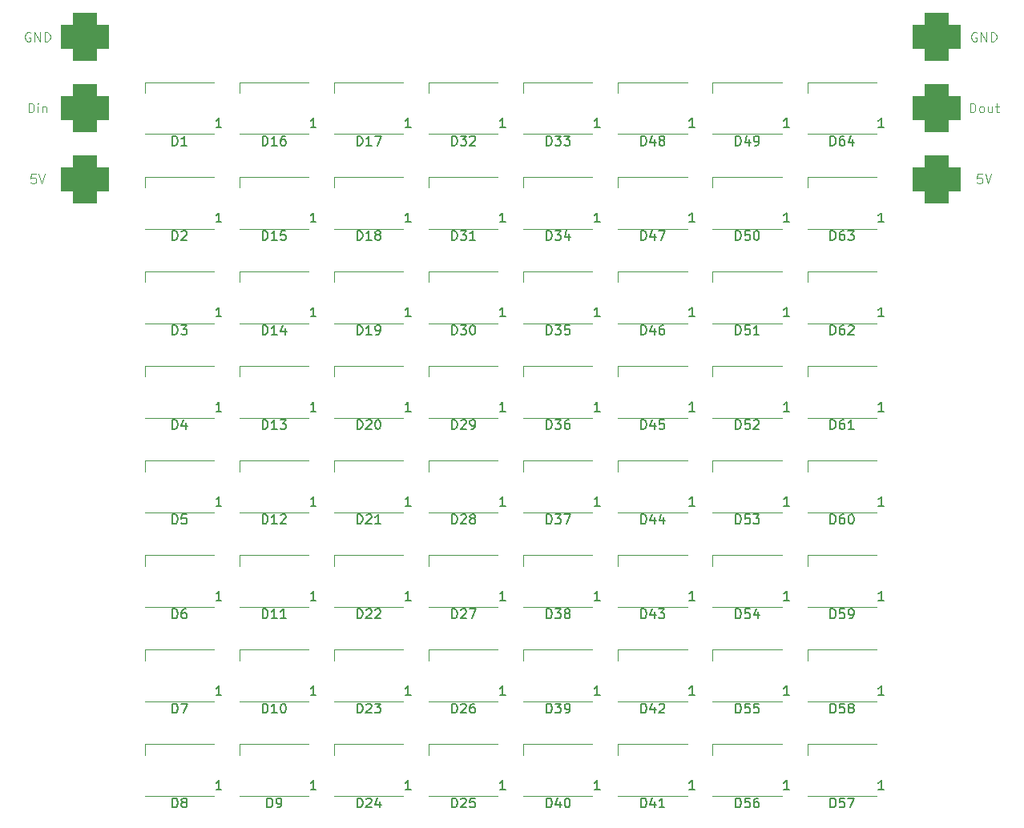
<source format=gto>
G04 #@! TF.GenerationSoftware,KiCad,Pcbnew,8.0.4*
G04 #@! TF.CreationDate,2024-08-04T14:27:04+02:00*
G04 #@! TF.ProjectId,Neopixel,4e656f70-6978-4656-9c2e-6b696361645f,rev?*
G04 #@! TF.SameCoordinates,Original*
G04 #@! TF.FileFunction,Legend,Top*
G04 #@! TF.FilePolarity,Positive*
%FSLAX46Y46*%
G04 Gerber Fmt 4.6, Leading zero omitted, Abs format (unit mm)*
G04 Created by KiCad (PCBNEW 8.0.4) date 2024-08-04 14:27:04*
%MOMM*%
%LPD*%
G01*
G04 APERTURE LIST*
G04 Aperture macros list*
%AMRoundRect*
0 Rectangle with rounded corners*
0 $1 Rounding radius*
0 $2 $3 $4 $5 $6 $7 $8 $9 X,Y pos of 4 corners*
0 Add a 4 corners polygon primitive as box body*
4,1,4,$2,$3,$4,$5,$6,$7,$8,$9,$2,$3,0*
0 Add four circle primitives for the rounded corners*
1,1,$1+$1,$2,$3*
1,1,$1+$1,$4,$5*
1,1,$1+$1,$6,$7*
1,1,$1+$1,$8,$9*
0 Add four rect primitives between the rounded corners*
20,1,$1+$1,$2,$3,$4,$5,0*
20,1,$1+$1,$4,$5,$6,$7,0*
20,1,$1+$1,$6,$7,$8,$9,0*
20,1,$1+$1,$8,$9,$2,$3,0*%
G04 Aperture macros list end*
%ADD10C,0.100000*%
%ADD11C,0.150000*%
%ADD12C,0.120000*%
%ADD13R,1.500000X0.900000*%
%ADD14RoundRect,1.250000X-1.285750X-1.250000X1.285750X-1.250000X1.285750X1.250000X-1.285750X1.250000X0*%
G04 APERTURE END LIST*
D10*
X109238095Y-17005038D02*
X109142857Y-16957419D01*
X109142857Y-16957419D02*
X109000000Y-16957419D01*
X109000000Y-16957419D02*
X108857143Y-17005038D01*
X108857143Y-17005038D02*
X108761905Y-17100276D01*
X108761905Y-17100276D02*
X108714286Y-17195514D01*
X108714286Y-17195514D02*
X108666667Y-17385990D01*
X108666667Y-17385990D02*
X108666667Y-17528847D01*
X108666667Y-17528847D02*
X108714286Y-17719323D01*
X108714286Y-17719323D02*
X108761905Y-17814561D01*
X108761905Y-17814561D02*
X108857143Y-17909800D01*
X108857143Y-17909800D02*
X109000000Y-17957419D01*
X109000000Y-17957419D02*
X109095238Y-17957419D01*
X109095238Y-17957419D02*
X109238095Y-17909800D01*
X109238095Y-17909800D02*
X109285714Y-17862180D01*
X109285714Y-17862180D02*
X109285714Y-17528847D01*
X109285714Y-17528847D02*
X109095238Y-17528847D01*
X109714286Y-17957419D02*
X109714286Y-16957419D01*
X109714286Y-16957419D02*
X110285714Y-17957419D01*
X110285714Y-17957419D02*
X110285714Y-16957419D01*
X110761905Y-17957419D02*
X110761905Y-16957419D01*
X110761905Y-16957419D02*
X111000000Y-16957419D01*
X111000000Y-16957419D02*
X111142857Y-17005038D01*
X111142857Y-17005038D02*
X111238095Y-17100276D01*
X111238095Y-17100276D02*
X111285714Y-17195514D01*
X111285714Y-17195514D02*
X111333333Y-17385990D01*
X111333333Y-17385990D02*
X111333333Y-17528847D01*
X111333333Y-17528847D02*
X111285714Y-17719323D01*
X111285714Y-17719323D02*
X111238095Y-17814561D01*
X111238095Y-17814561D02*
X111142857Y-17909800D01*
X111142857Y-17909800D02*
X111000000Y-17957419D01*
X111000000Y-17957419D02*
X110761905Y-17957419D01*
D11*
X83785714Y-28954819D02*
X83785714Y-27954819D01*
X83785714Y-27954819D02*
X84023809Y-27954819D01*
X84023809Y-27954819D02*
X84166666Y-28002438D01*
X84166666Y-28002438D02*
X84261904Y-28097676D01*
X84261904Y-28097676D02*
X84309523Y-28192914D01*
X84309523Y-28192914D02*
X84357142Y-28383390D01*
X84357142Y-28383390D02*
X84357142Y-28526247D01*
X84357142Y-28526247D02*
X84309523Y-28716723D01*
X84309523Y-28716723D02*
X84261904Y-28811961D01*
X84261904Y-28811961D02*
X84166666Y-28907200D01*
X84166666Y-28907200D02*
X84023809Y-28954819D01*
X84023809Y-28954819D02*
X83785714Y-28954819D01*
X85214285Y-28288152D02*
X85214285Y-28954819D01*
X84976190Y-27907200D02*
X84738095Y-28621485D01*
X84738095Y-28621485D02*
X85357142Y-28621485D01*
X85785714Y-28954819D02*
X85976190Y-28954819D01*
X85976190Y-28954819D02*
X86071428Y-28907200D01*
X86071428Y-28907200D02*
X86119047Y-28859580D01*
X86119047Y-28859580D02*
X86214285Y-28716723D01*
X86214285Y-28716723D02*
X86261904Y-28526247D01*
X86261904Y-28526247D02*
X86261904Y-28145295D01*
X86261904Y-28145295D02*
X86214285Y-28050057D01*
X86214285Y-28050057D02*
X86166666Y-28002438D01*
X86166666Y-28002438D02*
X86071428Y-27954819D01*
X86071428Y-27954819D02*
X85880952Y-27954819D01*
X85880952Y-27954819D02*
X85785714Y-28002438D01*
X85785714Y-28002438D02*
X85738095Y-28050057D01*
X85738095Y-28050057D02*
X85690476Y-28145295D01*
X85690476Y-28145295D02*
X85690476Y-28383390D01*
X85690476Y-28383390D02*
X85738095Y-28478628D01*
X85738095Y-28478628D02*
X85785714Y-28526247D01*
X85785714Y-28526247D02*
X85880952Y-28573866D01*
X85880952Y-28573866D02*
X86071428Y-28573866D01*
X86071428Y-28573866D02*
X86166666Y-28526247D01*
X86166666Y-28526247D02*
X86214285Y-28478628D01*
X86214285Y-28478628D02*
X86261904Y-28383390D01*
X89435714Y-27054819D02*
X88864286Y-27054819D01*
X89150000Y-27054819D02*
X89150000Y-26054819D01*
X89150000Y-26054819D02*
X89054762Y-26197676D01*
X89054762Y-26197676D02*
X88959524Y-26292914D01*
X88959524Y-26292914D02*
X88864286Y-26340533D01*
X93785714Y-98954819D02*
X93785714Y-97954819D01*
X93785714Y-97954819D02*
X94023809Y-97954819D01*
X94023809Y-97954819D02*
X94166666Y-98002438D01*
X94166666Y-98002438D02*
X94261904Y-98097676D01*
X94261904Y-98097676D02*
X94309523Y-98192914D01*
X94309523Y-98192914D02*
X94357142Y-98383390D01*
X94357142Y-98383390D02*
X94357142Y-98526247D01*
X94357142Y-98526247D02*
X94309523Y-98716723D01*
X94309523Y-98716723D02*
X94261904Y-98811961D01*
X94261904Y-98811961D02*
X94166666Y-98907200D01*
X94166666Y-98907200D02*
X94023809Y-98954819D01*
X94023809Y-98954819D02*
X93785714Y-98954819D01*
X95261904Y-97954819D02*
X94785714Y-97954819D01*
X94785714Y-97954819D02*
X94738095Y-98431009D01*
X94738095Y-98431009D02*
X94785714Y-98383390D01*
X94785714Y-98383390D02*
X94880952Y-98335771D01*
X94880952Y-98335771D02*
X95119047Y-98335771D01*
X95119047Y-98335771D02*
X95214285Y-98383390D01*
X95214285Y-98383390D02*
X95261904Y-98431009D01*
X95261904Y-98431009D02*
X95309523Y-98526247D01*
X95309523Y-98526247D02*
X95309523Y-98764342D01*
X95309523Y-98764342D02*
X95261904Y-98859580D01*
X95261904Y-98859580D02*
X95214285Y-98907200D01*
X95214285Y-98907200D02*
X95119047Y-98954819D01*
X95119047Y-98954819D02*
X94880952Y-98954819D01*
X94880952Y-98954819D02*
X94785714Y-98907200D01*
X94785714Y-98907200D02*
X94738095Y-98859580D01*
X95642857Y-97954819D02*
X96309523Y-97954819D01*
X96309523Y-97954819D02*
X95880952Y-98954819D01*
X99435714Y-97054819D02*
X98864286Y-97054819D01*
X99150000Y-97054819D02*
X99150000Y-96054819D01*
X99150000Y-96054819D02*
X99054762Y-96197676D01*
X99054762Y-96197676D02*
X98959524Y-96292914D01*
X98959524Y-96292914D02*
X98864286Y-96340533D01*
X43785714Y-88954819D02*
X43785714Y-87954819D01*
X43785714Y-87954819D02*
X44023809Y-87954819D01*
X44023809Y-87954819D02*
X44166666Y-88002438D01*
X44166666Y-88002438D02*
X44261904Y-88097676D01*
X44261904Y-88097676D02*
X44309523Y-88192914D01*
X44309523Y-88192914D02*
X44357142Y-88383390D01*
X44357142Y-88383390D02*
X44357142Y-88526247D01*
X44357142Y-88526247D02*
X44309523Y-88716723D01*
X44309523Y-88716723D02*
X44261904Y-88811961D01*
X44261904Y-88811961D02*
X44166666Y-88907200D01*
X44166666Y-88907200D02*
X44023809Y-88954819D01*
X44023809Y-88954819D02*
X43785714Y-88954819D01*
X44738095Y-88050057D02*
X44785714Y-88002438D01*
X44785714Y-88002438D02*
X44880952Y-87954819D01*
X44880952Y-87954819D02*
X45119047Y-87954819D01*
X45119047Y-87954819D02*
X45214285Y-88002438D01*
X45214285Y-88002438D02*
X45261904Y-88050057D01*
X45261904Y-88050057D02*
X45309523Y-88145295D01*
X45309523Y-88145295D02*
X45309523Y-88240533D01*
X45309523Y-88240533D02*
X45261904Y-88383390D01*
X45261904Y-88383390D02*
X44690476Y-88954819D01*
X44690476Y-88954819D02*
X45309523Y-88954819D01*
X45642857Y-87954819D02*
X46261904Y-87954819D01*
X46261904Y-87954819D02*
X45928571Y-88335771D01*
X45928571Y-88335771D02*
X46071428Y-88335771D01*
X46071428Y-88335771D02*
X46166666Y-88383390D01*
X46166666Y-88383390D02*
X46214285Y-88431009D01*
X46214285Y-88431009D02*
X46261904Y-88526247D01*
X46261904Y-88526247D02*
X46261904Y-88764342D01*
X46261904Y-88764342D02*
X46214285Y-88859580D01*
X46214285Y-88859580D02*
X46166666Y-88907200D01*
X46166666Y-88907200D02*
X46071428Y-88954819D01*
X46071428Y-88954819D02*
X45785714Y-88954819D01*
X45785714Y-88954819D02*
X45690476Y-88907200D01*
X45690476Y-88907200D02*
X45642857Y-88859580D01*
X49435714Y-87054819D02*
X48864286Y-87054819D01*
X49150000Y-87054819D02*
X49150000Y-86054819D01*
X49150000Y-86054819D02*
X49054762Y-86197676D01*
X49054762Y-86197676D02*
X48959524Y-86292914D01*
X48959524Y-86292914D02*
X48864286Y-86340533D01*
X63785714Y-78954819D02*
X63785714Y-77954819D01*
X63785714Y-77954819D02*
X64023809Y-77954819D01*
X64023809Y-77954819D02*
X64166666Y-78002438D01*
X64166666Y-78002438D02*
X64261904Y-78097676D01*
X64261904Y-78097676D02*
X64309523Y-78192914D01*
X64309523Y-78192914D02*
X64357142Y-78383390D01*
X64357142Y-78383390D02*
X64357142Y-78526247D01*
X64357142Y-78526247D02*
X64309523Y-78716723D01*
X64309523Y-78716723D02*
X64261904Y-78811961D01*
X64261904Y-78811961D02*
X64166666Y-78907200D01*
X64166666Y-78907200D02*
X64023809Y-78954819D01*
X64023809Y-78954819D02*
X63785714Y-78954819D01*
X64690476Y-77954819D02*
X65309523Y-77954819D01*
X65309523Y-77954819D02*
X64976190Y-78335771D01*
X64976190Y-78335771D02*
X65119047Y-78335771D01*
X65119047Y-78335771D02*
X65214285Y-78383390D01*
X65214285Y-78383390D02*
X65261904Y-78431009D01*
X65261904Y-78431009D02*
X65309523Y-78526247D01*
X65309523Y-78526247D02*
X65309523Y-78764342D01*
X65309523Y-78764342D02*
X65261904Y-78859580D01*
X65261904Y-78859580D02*
X65214285Y-78907200D01*
X65214285Y-78907200D02*
X65119047Y-78954819D01*
X65119047Y-78954819D02*
X64833333Y-78954819D01*
X64833333Y-78954819D02*
X64738095Y-78907200D01*
X64738095Y-78907200D02*
X64690476Y-78859580D01*
X65880952Y-78383390D02*
X65785714Y-78335771D01*
X65785714Y-78335771D02*
X65738095Y-78288152D01*
X65738095Y-78288152D02*
X65690476Y-78192914D01*
X65690476Y-78192914D02*
X65690476Y-78145295D01*
X65690476Y-78145295D02*
X65738095Y-78050057D01*
X65738095Y-78050057D02*
X65785714Y-78002438D01*
X65785714Y-78002438D02*
X65880952Y-77954819D01*
X65880952Y-77954819D02*
X66071428Y-77954819D01*
X66071428Y-77954819D02*
X66166666Y-78002438D01*
X66166666Y-78002438D02*
X66214285Y-78050057D01*
X66214285Y-78050057D02*
X66261904Y-78145295D01*
X66261904Y-78145295D02*
X66261904Y-78192914D01*
X66261904Y-78192914D02*
X66214285Y-78288152D01*
X66214285Y-78288152D02*
X66166666Y-78335771D01*
X66166666Y-78335771D02*
X66071428Y-78383390D01*
X66071428Y-78383390D02*
X65880952Y-78383390D01*
X65880952Y-78383390D02*
X65785714Y-78431009D01*
X65785714Y-78431009D02*
X65738095Y-78478628D01*
X65738095Y-78478628D02*
X65690476Y-78573866D01*
X65690476Y-78573866D02*
X65690476Y-78764342D01*
X65690476Y-78764342D02*
X65738095Y-78859580D01*
X65738095Y-78859580D02*
X65785714Y-78907200D01*
X65785714Y-78907200D02*
X65880952Y-78954819D01*
X65880952Y-78954819D02*
X66071428Y-78954819D01*
X66071428Y-78954819D02*
X66166666Y-78907200D01*
X66166666Y-78907200D02*
X66214285Y-78859580D01*
X66214285Y-78859580D02*
X66261904Y-78764342D01*
X66261904Y-78764342D02*
X66261904Y-78573866D01*
X66261904Y-78573866D02*
X66214285Y-78478628D01*
X66214285Y-78478628D02*
X66166666Y-78431009D01*
X66166666Y-78431009D02*
X66071428Y-78383390D01*
X69435714Y-77054819D02*
X68864286Y-77054819D01*
X69150000Y-77054819D02*
X69150000Y-76054819D01*
X69150000Y-76054819D02*
X69054762Y-76197676D01*
X69054762Y-76197676D02*
X68959524Y-76292914D01*
X68959524Y-76292914D02*
X68864286Y-76340533D01*
X63785714Y-28954819D02*
X63785714Y-27954819D01*
X63785714Y-27954819D02*
X64023809Y-27954819D01*
X64023809Y-27954819D02*
X64166666Y-28002438D01*
X64166666Y-28002438D02*
X64261904Y-28097676D01*
X64261904Y-28097676D02*
X64309523Y-28192914D01*
X64309523Y-28192914D02*
X64357142Y-28383390D01*
X64357142Y-28383390D02*
X64357142Y-28526247D01*
X64357142Y-28526247D02*
X64309523Y-28716723D01*
X64309523Y-28716723D02*
X64261904Y-28811961D01*
X64261904Y-28811961D02*
X64166666Y-28907200D01*
X64166666Y-28907200D02*
X64023809Y-28954819D01*
X64023809Y-28954819D02*
X63785714Y-28954819D01*
X64690476Y-27954819D02*
X65309523Y-27954819D01*
X65309523Y-27954819D02*
X64976190Y-28335771D01*
X64976190Y-28335771D02*
X65119047Y-28335771D01*
X65119047Y-28335771D02*
X65214285Y-28383390D01*
X65214285Y-28383390D02*
X65261904Y-28431009D01*
X65261904Y-28431009D02*
X65309523Y-28526247D01*
X65309523Y-28526247D02*
X65309523Y-28764342D01*
X65309523Y-28764342D02*
X65261904Y-28859580D01*
X65261904Y-28859580D02*
X65214285Y-28907200D01*
X65214285Y-28907200D02*
X65119047Y-28954819D01*
X65119047Y-28954819D02*
X64833333Y-28954819D01*
X64833333Y-28954819D02*
X64738095Y-28907200D01*
X64738095Y-28907200D02*
X64690476Y-28859580D01*
X65642857Y-27954819D02*
X66261904Y-27954819D01*
X66261904Y-27954819D02*
X65928571Y-28335771D01*
X65928571Y-28335771D02*
X66071428Y-28335771D01*
X66071428Y-28335771D02*
X66166666Y-28383390D01*
X66166666Y-28383390D02*
X66214285Y-28431009D01*
X66214285Y-28431009D02*
X66261904Y-28526247D01*
X66261904Y-28526247D02*
X66261904Y-28764342D01*
X66261904Y-28764342D02*
X66214285Y-28859580D01*
X66214285Y-28859580D02*
X66166666Y-28907200D01*
X66166666Y-28907200D02*
X66071428Y-28954819D01*
X66071428Y-28954819D02*
X65785714Y-28954819D01*
X65785714Y-28954819D02*
X65690476Y-28907200D01*
X65690476Y-28907200D02*
X65642857Y-28859580D01*
X69435714Y-27054819D02*
X68864286Y-27054819D01*
X69150000Y-27054819D02*
X69150000Y-26054819D01*
X69150000Y-26054819D02*
X69054762Y-26197676D01*
X69054762Y-26197676D02*
X68959524Y-26292914D01*
X68959524Y-26292914D02*
X68864286Y-26340533D01*
X43785714Y-48954819D02*
X43785714Y-47954819D01*
X43785714Y-47954819D02*
X44023809Y-47954819D01*
X44023809Y-47954819D02*
X44166666Y-48002438D01*
X44166666Y-48002438D02*
X44261904Y-48097676D01*
X44261904Y-48097676D02*
X44309523Y-48192914D01*
X44309523Y-48192914D02*
X44357142Y-48383390D01*
X44357142Y-48383390D02*
X44357142Y-48526247D01*
X44357142Y-48526247D02*
X44309523Y-48716723D01*
X44309523Y-48716723D02*
X44261904Y-48811961D01*
X44261904Y-48811961D02*
X44166666Y-48907200D01*
X44166666Y-48907200D02*
X44023809Y-48954819D01*
X44023809Y-48954819D02*
X43785714Y-48954819D01*
X45309523Y-48954819D02*
X44738095Y-48954819D01*
X45023809Y-48954819D02*
X45023809Y-47954819D01*
X45023809Y-47954819D02*
X44928571Y-48097676D01*
X44928571Y-48097676D02*
X44833333Y-48192914D01*
X44833333Y-48192914D02*
X44738095Y-48240533D01*
X45785714Y-48954819D02*
X45976190Y-48954819D01*
X45976190Y-48954819D02*
X46071428Y-48907200D01*
X46071428Y-48907200D02*
X46119047Y-48859580D01*
X46119047Y-48859580D02*
X46214285Y-48716723D01*
X46214285Y-48716723D02*
X46261904Y-48526247D01*
X46261904Y-48526247D02*
X46261904Y-48145295D01*
X46261904Y-48145295D02*
X46214285Y-48050057D01*
X46214285Y-48050057D02*
X46166666Y-48002438D01*
X46166666Y-48002438D02*
X46071428Y-47954819D01*
X46071428Y-47954819D02*
X45880952Y-47954819D01*
X45880952Y-47954819D02*
X45785714Y-48002438D01*
X45785714Y-48002438D02*
X45738095Y-48050057D01*
X45738095Y-48050057D02*
X45690476Y-48145295D01*
X45690476Y-48145295D02*
X45690476Y-48383390D01*
X45690476Y-48383390D02*
X45738095Y-48478628D01*
X45738095Y-48478628D02*
X45785714Y-48526247D01*
X45785714Y-48526247D02*
X45880952Y-48573866D01*
X45880952Y-48573866D02*
X46071428Y-48573866D01*
X46071428Y-48573866D02*
X46166666Y-48526247D01*
X46166666Y-48526247D02*
X46214285Y-48478628D01*
X46214285Y-48478628D02*
X46261904Y-48383390D01*
X49435714Y-47054819D02*
X48864286Y-47054819D01*
X49150000Y-47054819D02*
X49150000Y-46054819D01*
X49150000Y-46054819D02*
X49054762Y-46197676D01*
X49054762Y-46197676D02*
X48959524Y-46292914D01*
X48959524Y-46292914D02*
X48864286Y-46340533D01*
X33785714Y-38954819D02*
X33785714Y-37954819D01*
X33785714Y-37954819D02*
X34023809Y-37954819D01*
X34023809Y-37954819D02*
X34166666Y-38002438D01*
X34166666Y-38002438D02*
X34261904Y-38097676D01*
X34261904Y-38097676D02*
X34309523Y-38192914D01*
X34309523Y-38192914D02*
X34357142Y-38383390D01*
X34357142Y-38383390D02*
X34357142Y-38526247D01*
X34357142Y-38526247D02*
X34309523Y-38716723D01*
X34309523Y-38716723D02*
X34261904Y-38811961D01*
X34261904Y-38811961D02*
X34166666Y-38907200D01*
X34166666Y-38907200D02*
X34023809Y-38954819D01*
X34023809Y-38954819D02*
X33785714Y-38954819D01*
X35309523Y-38954819D02*
X34738095Y-38954819D01*
X35023809Y-38954819D02*
X35023809Y-37954819D01*
X35023809Y-37954819D02*
X34928571Y-38097676D01*
X34928571Y-38097676D02*
X34833333Y-38192914D01*
X34833333Y-38192914D02*
X34738095Y-38240533D01*
X36214285Y-37954819D02*
X35738095Y-37954819D01*
X35738095Y-37954819D02*
X35690476Y-38431009D01*
X35690476Y-38431009D02*
X35738095Y-38383390D01*
X35738095Y-38383390D02*
X35833333Y-38335771D01*
X35833333Y-38335771D02*
X36071428Y-38335771D01*
X36071428Y-38335771D02*
X36166666Y-38383390D01*
X36166666Y-38383390D02*
X36214285Y-38431009D01*
X36214285Y-38431009D02*
X36261904Y-38526247D01*
X36261904Y-38526247D02*
X36261904Y-38764342D01*
X36261904Y-38764342D02*
X36214285Y-38859580D01*
X36214285Y-38859580D02*
X36166666Y-38907200D01*
X36166666Y-38907200D02*
X36071428Y-38954819D01*
X36071428Y-38954819D02*
X35833333Y-38954819D01*
X35833333Y-38954819D02*
X35738095Y-38907200D01*
X35738095Y-38907200D02*
X35690476Y-38859580D01*
X39435714Y-37054819D02*
X38864286Y-37054819D01*
X39150000Y-37054819D02*
X39150000Y-36054819D01*
X39150000Y-36054819D02*
X39054762Y-36197676D01*
X39054762Y-36197676D02*
X38959524Y-36292914D01*
X38959524Y-36292914D02*
X38864286Y-36340533D01*
X83785714Y-38954819D02*
X83785714Y-37954819D01*
X83785714Y-37954819D02*
X84023809Y-37954819D01*
X84023809Y-37954819D02*
X84166666Y-38002438D01*
X84166666Y-38002438D02*
X84261904Y-38097676D01*
X84261904Y-38097676D02*
X84309523Y-38192914D01*
X84309523Y-38192914D02*
X84357142Y-38383390D01*
X84357142Y-38383390D02*
X84357142Y-38526247D01*
X84357142Y-38526247D02*
X84309523Y-38716723D01*
X84309523Y-38716723D02*
X84261904Y-38811961D01*
X84261904Y-38811961D02*
X84166666Y-38907200D01*
X84166666Y-38907200D02*
X84023809Y-38954819D01*
X84023809Y-38954819D02*
X83785714Y-38954819D01*
X85261904Y-37954819D02*
X84785714Y-37954819D01*
X84785714Y-37954819D02*
X84738095Y-38431009D01*
X84738095Y-38431009D02*
X84785714Y-38383390D01*
X84785714Y-38383390D02*
X84880952Y-38335771D01*
X84880952Y-38335771D02*
X85119047Y-38335771D01*
X85119047Y-38335771D02*
X85214285Y-38383390D01*
X85214285Y-38383390D02*
X85261904Y-38431009D01*
X85261904Y-38431009D02*
X85309523Y-38526247D01*
X85309523Y-38526247D02*
X85309523Y-38764342D01*
X85309523Y-38764342D02*
X85261904Y-38859580D01*
X85261904Y-38859580D02*
X85214285Y-38907200D01*
X85214285Y-38907200D02*
X85119047Y-38954819D01*
X85119047Y-38954819D02*
X84880952Y-38954819D01*
X84880952Y-38954819D02*
X84785714Y-38907200D01*
X84785714Y-38907200D02*
X84738095Y-38859580D01*
X85928571Y-37954819D02*
X86023809Y-37954819D01*
X86023809Y-37954819D02*
X86119047Y-38002438D01*
X86119047Y-38002438D02*
X86166666Y-38050057D01*
X86166666Y-38050057D02*
X86214285Y-38145295D01*
X86214285Y-38145295D02*
X86261904Y-38335771D01*
X86261904Y-38335771D02*
X86261904Y-38573866D01*
X86261904Y-38573866D02*
X86214285Y-38764342D01*
X86214285Y-38764342D02*
X86166666Y-38859580D01*
X86166666Y-38859580D02*
X86119047Y-38907200D01*
X86119047Y-38907200D02*
X86023809Y-38954819D01*
X86023809Y-38954819D02*
X85928571Y-38954819D01*
X85928571Y-38954819D02*
X85833333Y-38907200D01*
X85833333Y-38907200D02*
X85785714Y-38859580D01*
X85785714Y-38859580D02*
X85738095Y-38764342D01*
X85738095Y-38764342D02*
X85690476Y-38573866D01*
X85690476Y-38573866D02*
X85690476Y-38335771D01*
X85690476Y-38335771D02*
X85738095Y-38145295D01*
X85738095Y-38145295D02*
X85785714Y-38050057D01*
X85785714Y-38050057D02*
X85833333Y-38002438D01*
X85833333Y-38002438D02*
X85928571Y-37954819D01*
X89435714Y-37054819D02*
X88864286Y-37054819D01*
X89150000Y-37054819D02*
X89150000Y-36054819D01*
X89150000Y-36054819D02*
X89054762Y-36197676D01*
X89054762Y-36197676D02*
X88959524Y-36292914D01*
X88959524Y-36292914D02*
X88864286Y-36340533D01*
X24261905Y-28954819D02*
X24261905Y-27954819D01*
X24261905Y-27954819D02*
X24500000Y-27954819D01*
X24500000Y-27954819D02*
X24642857Y-28002438D01*
X24642857Y-28002438D02*
X24738095Y-28097676D01*
X24738095Y-28097676D02*
X24785714Y-28192914D01*
X24785714Y-28192914D02*
X24833333Y-28383390D01*
X24833333Y-28383390D02*
X24833333Y-28526247D01*
X24833333Y-28526247D02*
X24785714Y-28716723D01*
X24785714Y-28716723D02*
X24738095Y-28811961D01*
X24738095Y-28811961D02*
X24642857Y-28907200D01*
X24642857Y-28907200D02*
X24500000Y-28954819D01*
X24500000Y-28954819D02*
X24261905Y-28954819D01*
X25785714Y-28954819D02*
X25214286Y-28954819D01*
X25500000Y-28954819D02*
X25500000Y-27954819D01*
X25500000Y-27954819D02*
X25404762Y-28097676D01*
X25404762Y-28097676D02*
X25309524Y-28192914D01*
X25309524Y-28192914D02*
X25214286Y-28240533D01*
X29435714Y-27054819D02*
X28864286Y-27054819D01*
X29150000Y-27054819D02*
X29150000Y-26054819D01*
X29150000Y-26054819D02*
X29054762Y-26197676D01*
X29054762Y-26197676D02*
X28959524Y-26292914D01*
X28959524Y-26292914D02*
X28864286Y-26340533D01*
X24261905Y-98954819D02*
X24261905Y-97954819D01*
X24261905Y-97954819D02*
X24500000Y-97954819D01*
X24500000Y-97954819D02*
X24642857Y-98002438D01*
X24642857Y-98002438D02*
X24738095Y-98097676D01*
X24738095Y-98097676D02*
X24785714Y-98192914D01*
X24785714Y-98192914D02*
X24833333Y-98383390D01*
X24833333Y-98383390D02*
X24833333Y-98526247D01*
X24833333Y-98526247D02*
X24785714Y-98716723D01*
X24785714Y-98716723D02*
X24738095Y-98811961D01*
X24738095Y-98811961D02*
X24642857Y-98907200D01*
X24642857Y-98907200D02*
X24500000Y-98954819D01*
X24500000Y-98954819D02*
X24261905Y-98954819D01*
X25404762Y-98383390D02*
X25309524Y-98335771D01*
X25309524Y-98335771D02*
X25261905Y-98288152D01*
X25261905Y-98288152D02*
X25214286Y-98192914D01*
X25214286Y-98192914D02*
X25214286Y-98145295D01*
X25214286Y-98145295D02*
X25261905Y-98050057D01*
X25261905Y-98050057D02*
X25309524Y-98002438D01*
X25309524Y-98002438D02*
X25404762Y-97954819D01*
X25404762Y-97954819D02*
X25595238Y-97954819D01*
X25595238Y-97954819D02*
X25690476Y-98002438D01*
X25690476Y-98002438D02*
X25738095Y-98050057D01*
X25738095Y-98050057D02*
X25785714Y-98145295D01*
X25785714Y-98145295D02*
X25785714Y-98192914D01*
X25785714Y-98192914D02*
X25738095Y-98288152D01*
X25738095Y-98288152D02*
X25690476Y-98335771D01*
X25690476Y-98335771D02*
X25595238Y-98383390D01*
X25595238Y-98383390D02*
X25404762Y-98383390D01*
X25404762Y-98383390D02*
X25309524Y-98431009D01*
X25309524Y-98431009D02*
X25261905Y-98478628D01*
X25261905Y-98478628D02*
X25214286Y-98573866D01*
X25214286Y-98573866D02*
X25214286Y-98764342D01*
X25214286Y-98764342D02*
X25261905Y-98859580D01*
X25261905Y-98859580D02*
X25309524Y-98907200D01*
X25309524Y-98907200D02*
X25404762Y-98954819D01*
X25404762Y-98954819D02*
X25595238Y-98954819D01*
X25595238Y-98954819D02*
X25690476Y-98907200D01*
X25690476Y-98907200D02*
X25738095Y-98859580D01*
X25738095Y-98859580D02*
X25785714Y-98764342D01*
X25785714Y-98764342D02*
X25785714Y-98573866D01*
X25785714Y-98573866D02*
X25738095Y-98478628D01*
X25738095Y-98478628D02*
X25690476Y-98431009D01*
X25690476Y-98431009D02*
X25595238Y-98383390D01*
X29435714Y-97054819D02*
X28864286Y-97054819D01*
X29150000Y-97054819D02*
X29150000Y-96054819D01*
X29150000Y-96054819D02*
X29054762Y-96197676D01*
X29054762Y-96197676D02*
X28959524Y-96292914D01*
X28959524Y-96292914D02*
X28864286Y-96340533D01*
X73785714Y-38954819D02*
X73785714Y-37954819D01*
X73785714Y-37954819D02*
X74023809Y-37954819D01*
X74023809Y-37954819D02*
X74166666Y-38002438D01*
X74166666Y-38002438D02*
X74261904Y-38097676D01*
X74261904Y-38097676D02*
X74309523Y-38192914D01*
X74309523Y-38192914D02*
X74357142Y-38383390D01*
X74357142Y-38383390D02*
X74357142Y-38526247D01*
X74357142Y-38526247D02*
X74309523Y-38716723D01*
X74309523Y-38716723D02*
X74261904Y-38811961D01*
X74261904Y-38811961D02*
X74166666Y-38907200D01*
X74166666Y-38907200D02*
X74023809Y-38954819D01*
X74023809Y-38954819D02*
X73785714Y-38954819D01*
X75214285Y-38288152D02*
X75214285Y-38954819D01*
X74976190Y-37907200D02*
X74738095Y-38621485D01*
X74738095Y-38621485D02*
X75357142Y-38621485D01*
X75642857Y-37954819D02*
X76309523Y-37954819D01*
X76309523Y-37954819D02*
X75880952Y-38954819D01*
X79435714Y-37054819D02*
X78864286Y-37054819D01*
X79150000Y-37054819D02*
X79150000Y-36054819D01*
X79150000Y-36054819D02*
X79054762Y-36197676D01*
X79054762Y-36197676D02*
X78959524Y-36292914D01*
X78959524Y-36292914D02*
X78864286Y-36340533D01*
X83785714Y-68954819D02*
X83785714Y-67954819D01*
X83785714Y-67954819D02*
X84023809Y-67954819D01*
X84023809Y-67954819D02*
X84166666Y-68002438D01*
X84166666Y-68002438D02*
X84261904Y-68097676D01*
X84261904Y-68097676D02*
X84309523Y-68192914D01*
X84309523Y-68192914D02*
X84357142Y-68383390D01*
X84357142Y-68383390D02*
X84357142Y-68526247D01*
X84357142Y-68526247D02*
X84309523Y-68716723D01*
X84309523Y-68716723D02*
X84261904Y-68811961D01*
X84261904Y-68811961D02*
X84166666Y-68907200D01*
X84166666Y-68907200D02*
X84023809Y-68954819D01*
X84023809Y-68954819D02*
X83785714Y-68954819D01*
X85261904Y-67954819D02*
X84785714Y-67954819D01*
X84785714Y-67954819D02*
X84738095Y-68431009D01*
X84738095Y-68431009D02*
X84785714Y-68383390D01*
X84785714Y-68383390D02*
X84880952Y-68335771D01*
X84880952Y-68335771D02*
X85119047Y-68335771D01*
X85119047Y-68335771D02*
X85214285Y-68383390D01*
X85214285Y-68383390D02*
X85261904Y-68431009D01*
X85261904Y-68431009D02*
X85309523Y-68526247D01*
X85309523Y-68526247D02*
X85309523Y-68764342D01*
X85309523Y-68764342D02*
X85261904Y-68859580D01*
X85261904Y-68859580D02*
X85214285Y-68907200D01*
X85214285Y-68907200D02*
X85119047Y-68954819D01*
X85119047Y-68954819D02*
X84880952Y-68954819D01*
X84880952Y-68954819D02*
X84785714Y-68907200D01*
X84785714Y-68907200D02*
X84738095Y-68859580D01*
X85642857Y-67954819D02*
X86261904Y-67954819D01*
X86261904Y-67954819D02*
X85928571Y-68335771D01*
X85928571Y-68335771D02*
X86071428Y-68335771D01*
X86071428Y-68335771D02*
X86166666Y-68383390D01*
X86166666Y-68383390D02*
X86214285Y-68431009D01*
X86214285Y-68431009D02*
X86261904Y-68526247D01*
X86261904Y-68526247D02*
X86261904Y-68764342D01*
X86261904Y-68764342D02*
X86214285Y-68859580D01*
X86214285Y-68859580D02*
X86166666Y-68907200D01*
X86166666Y-68907200D02*
X86071428Y-68954819D01*
X86071428Y-68954819D02*
X85785714Y-68954819D01*
X85785714Y-68954819D02*
X85690476Y-68907200D01*
X85690476Y-68907200D02*
X85642857Y-68859580D01*
X89435714Y-67054819D02*
X88864286Y-67054819D01*
X89150000Y-67054819D02*
X89150000Y-66054819D01*
X89150000Y-66054819D02*
X89054762Y-66197676D01*
X89054762Y-66197676D02*
X88959524Y-66292914D01*
X88959524Y-66292914D02*
X88864286Y-66340533D01*
X93785714Y-78954819D02*
X93785714Y-77954819D01*
X93785714Y-77954819D02*
X94023809Y-77954819D01*
X94023809Y-77954819D02*
X94166666Y-78002438D01*
X94166666Y-78002438D02*
X94261904Y-78097676D01*
X94261904Y-78097676D02*
X94309523Y-78192914D01*
X94309523Y-78192914D02*
X94357142Y-78383390D01*
X94357142Y-78383390D02*
X94357142Y-78526247D01*
X94357142Y-78526247D02*
X94309523Y-78716723D01*
X94309523Y-78716723D02*
X94261904Y-78811961D01*
X94261904Y-78811961D02*
X94166666Y-78907200D01*
X94166666Y-78907200D02*
X94023809Y-78954819D01*
X94023809Y-78954819D02*
X93785714Y-78954819D01*
X95261904Y-77954819D02*
X94785714Y-77954819D01*
X94785714Y-77954819D02*
X94738095Y-78431009D01*
X94738095Y-78431009D02*
X94785714Y-78383390D01*
X94785714Y-78383390D02*
X94880952Y-78335771D01*
X94880952Y-78335771D02*
X95119047Y-78335771D01*
X95119047Y-78335771D02*
X95214285Y-78383390D01*
X95214285Y-78383390D02*
X95261904Y-78431009D01*
X95261904Y-78431009D02*
X95309523Y-78526247D01*
X95309523Y-78526247D02*
X95309523Y-78764342D01*
X95309523Y-78764342D02*
X95261904Y-78859580D01*
X95261904Y-78859580D02*
X95214285Y-78907200D01*
X95214285Y-78907200D02*
X95119047Y-78954819D01*
X95119047Y-78954819D02*
X94880952Y-78954819D01*
X94880952Y-78954819D02*
X94785714Y-78907200D01*
X94785714Y-78907200D02*
X94738095Y-78859580D01*
X95785714Y-78954819D02*
X95976190Y-78954819D01*
X95976190Y-78954819D02*
X96071428Y-78907200D01*
X96071428Y-78907200D02*
X96119047Y-78859580D01*
X96119047Y-78859580D02*
X96214285Y-78716723D01*
X96214285Y-78716723D02*
X96261904Y-78526247D01*
X96261904Y-78526247D02*
X96261904Y-78145295D01*
X96261904Y-78145295D02*
X96214285Y-78050057D01*
X96214285Y-78050057D02*
X96166666Y-78002438D01*
X96166666Y-78002438D02*
X96071428Y-77954819D01*
X96071428Y-77954819D02*
X95880952Y-77954819D01*
X95880952Y-77954819D02*
X95785714Y-78002438D01*
X95785714Y-78002438D02*
X95738095Y-78050057D01*
X95738095Y-78050057D02*
X95690476Y-78145295D01*
X95690476Y-78145295D02*
X95690476Y-78383390D01*
X95690476Y-78383390D02*
X95738095Y-78478628D01*
X95738095Y-78478628D02*
X95785714Y-78526247D01*
X95785714Y-78526247D02*
X95880952Y-78573866D01*
X95880952Y-78573866D02*
X96071428Y-78573866D01*
X96071428Y-78573866D02*
X96166666Y-78526247D01*
X96166666Y-78526247D02*
X96214285Y-78478628D01*
X96214285Y-78478628D02*
X96261904Y-78383390D01*
X99435714Y-77054819D02*
X98864286Y-77054819D01*
X99150000Y-77054819D02*
X99150000Y-76054819D01*
X99150000Y-76054819D02*
X99054762Y-76197676D01*
X99054762Y-76197676D02*
X98959524Y-76292914D01*
X98959524Y-76292914D02*
X98864286Y-76340533D01*
X33785714Y-68954819D02*
X33785714Y-67954819D01*
X33785714Y-67954819D02*
X34023809Y-67954819D01*
X34023809Y-67954819D02*
X34166666Y-68002438D01*
X34166666Y-68002438D02*
X34261904Y-68097676D01*
X34261904Y-68097676D02*
X34309523Y-68192914D01*
X34309523Y-68192914D02*
X34357142Y-68383390D01*
X34357142Y-68383390D02*
X34357142Y-68526247D01*
X34357142Y-68526247D02*
X34309523Y-68716723D01*
X34309523Y-68716723D02*
X34261904Y-68811961D01*
X34261904Y-68811961D02*
X34166666Y-68907200D01*
X34166666Y-68907200D02*
X34023809Y-68954819D01*
X34023809Y-68954819D02*
X33785714Y-68954819D01*
X35309523Y-68954819D02*
X34738095Y-68954819D01*
X35023809Y-68954819D02*
X35023809Y-67954819D01*
X35023809Y-67954819D02*
X34928571Y-68097676D01*
X34928571Y-68097676D02*
X34833333Y-68192914D01*
X34833333Y-68192914D02*
X34738095Y-68240533D01*
X35690476Y-68050057D02*
X35738095Y-68002438D01*
X35738095Y-68002438D02*
X35833333Y-67954819D01*
X35833333Y-67954819D02*
X36071428Y-67954819D01*
X36071428Y-67954819D02*
X36166666Y-68002438D01*
X36166666Y-68002438D02*
X36214285Y-68050057D01*
X36214285Y-68050057D02*
X36261904Y-68145295D01*
X36261904Y-68145295D02*
X36261904Y-68240533D01*
X36261904Y-68240533D02*
X36214285Y-68383390D01*
X36214285Y-68383390D02*
X35642857Y-68954819D01*
X35642857Y-68954819D02*
X36261904Y-68954819D01*
X39435714Y-67054819D02*
X38864286Y-67054819D01*
X39150000Y-67054819D02*
X39150000Y-66054819D01*
X39150000Y-66054819D02*
X39054762Y-66197676D01*
X39054762Y-66197676D02*
X38959524Y-66292914D01*
X38959524Y-66292914D02*
X38864286Y-66340533D01*
X34261905Y-98954819D02*
X34261905Y-97954819D01*
X34261905Y-97954819D02*
X34500000Y-97954819D01*
X34500000Y-97954819D02*
X34642857Y-98002438D01*
X34642857Y-98002438D02*
X34738095Y-98097676D01*
X34738095Y-98097676D02*
X34785714Y-98192914D01*
X34785714Y-98192914D02*
X34833333Y-98383390D01*
X34833333Y-98383390D02*
X34833333Y-98526247D01*
X34833333Y-98526247D02*
X34785714Y-98716723D01*
X34785714Y-98716723D02*
X34738095Y-98811961D01*
X34738095Y-98811961D02*
X34642857Y-98907200D01*
X34642857Y-98907200D02*
X34500000Y-98954819D01*
X34500000Y-98954819D02*
X34261905Y-98954819D01*
X35309524Y-98954819D02*
X35500000Y-98954819D01*
X35500000Y-98954819D02*
X35595238Y-98907200D01*
X35595238Y-98907200D02*
X35642857Y-98859580D01*
X35642857Y-98859580D02*
X35738095Y-98716723D01*
X35738095Y-98716723D02*
X35785714Y-98526247D01*
X35785714Y-98526247D02*
X35785714Y-98145295D01*
X35785714Y-98145295D02*
X35738095Y-98050057D01*
X35738095Y-98050057D02*
X35690476Y-98002438D01*
X35690476Y-98002438D02*
X35595238Y-97954819D01*
X35595238Y-97954819D02*
X35404762Y-97954819D01*
X35404762Y-97954819D02*
X35309524Y-98002438D01*
X35309524Y-98002438D02*
X35261905Y-98050057D01*
X35261905Y-98050057D02*
X35214286Y-98145295D01*
X35214286Y-98145295D02*
X35214286Y-98383390D01*
X35214286Y-98383390D02*
X35261905Y-98478628D01*
X35261905Y-98478628D02*
X35309524Y-98526247D01*
X35309524Y-98526247D02*
X35404762Y-98573866D01*
X35404762Y-98573866D02*
X35595238Y-98573866D01*
X35595238Y-98573866D02*
X35690476Y-98526247D01*
X35690476Y-98526247D02*
X35738095Y-98478628D01*
X35738095Y-98478628D02*
X35785714Y-98383390D01*
X39435714Y-97054819D02*
X38864286Y-97054819D01*
X39150000Y-97054819D02*
X39150000Y-96054819D01*
X39150000Y-96054819D02*
X39054762Y-96197676D01*
X39054762Y-96197676D02*
X38959524Y-96292914D01*
X38959524Y-96292914D02*
X38864286Y-96340533D01*
X53785714Y-48954819D02*
X53785714Y-47954819D01*
X53785714Y-47954819D02*
X54023809Y-47954819D01*
X54023809Y-47954819D02*
X54166666Y-48002438D01*
X54166666Y-48002438D02*
X54261904Y-48097676D01*
X54261904Y-48097676D02*
X54309523Y-48192914D01*
X54309523Y-48192914D02*
X54357142Y-48383390D01*
X54357142Y-48383390D02*
X54357142Y-48526247D01*
X54357142Y-48526247D02*
X54309523Y-48716723D01*
X54309523Y-48716723D02*
X54261904Y-48811961D01*
X54261904Y-48811961D02*
X54166666Y-48907200D01*
X54166666Y-48907200D02*
X54023809Y-48954819D01*
X54023809Y-48954819D02*
X53785714Y-48954819D01*
X54690476Y-47954819D02*
X55309523Y-47954819D01*
X55309523Y-47954819D02*
X54976190Y-48335771D01*
X54976190Y-48335771D02*
X55119047Y-48335771D01*
X55119047Y-48335771D02*
X55214285Y-48383390D01*
X55214285Y-48383390D02*
X55261904Y-48431009D01*
X55261904Y-48431009D02*
X55309523Y-48526247D01*
X55309523Y-48526247D02*
X55309523Y-48764342D01*
X55309523Y-48764342D02*
X55261904Y-48859580D01*
X55261904Y-48859580D02*
X55214285Y-48907200D01*
X55214285Y-48907200D02*
X55119047Y-48954819D01*
X55119047Y-48954819D02*
X54833333Y-48954819D01*
X54833333Y-48954819D02*
X54738095Y-48907200D01*
X54738095Y-48907200D02*
X54690476Y-48859580D01*
X55928571Y-47954819D02*
X56023809Y-47954819D01*
X56023809Y-47954819D02*
X56119047Y-48002438D01*
X56119047Y-48002438D02*
X56166666Y-48050057D01*
X56166666Y-48050057D02*
X56214285Y-48145295D01*
X56214285Y-48145295D02*
X56261904Y-48335771D01*
X56261904Y-48335771D02*
X56261904Y-48573866D01*
X56261904Y-48573866D02*
X56214285Y-48764342D01*
X56214285Y-48764342D02*
X56166666Y-48859580D01*
X56166666Y-48859580D02*
X56119047Y-48907200D01*
X56119047Y-48907200D02*
X56023809Y-48954819D01*
X56023809Y-48954819D02*
X55928571Y-48954819D01*
X55928571Y-48954819D02*
X55833333Y-48907200D01*
X55833333Y-48907200D02*
X55785714Y-48859580D01*
X55785714Y-48859580D02*
X55738095Y-48764342D01*
X55738095Y-48764342D02*
X55690476Y-48573866D01*
X55690476Y-48573866D02*
X55690476Y-48335771D01*
X55690476Y-48335771D02*
X55738095Y-48145295D01*
X55738095Y-48145295D02*
X55785714Y-48050057D01*
X55785714Y-48050057D02*
X55833333Y-48002438D01*
X55833333Y-48002438D02*
X55928571Y-47954819D01*
X59435714Y-47054819D02*
X58864286Y-47054819D01*
X59150000Y-47054819D02*
X59150000Y-46054819D01*
X59150000Y-46054819D02*
X59054762Y-46197676D01*
X59054762Y-46197676D02*
X58959524Y-46292914D01*
X58959524Y-46292914D02*
X58864286Y-46340533D01*
X63785714Y-38954819D02*
X63785714Y-37954819D01*
X63785714Y-37954819D02*
X64023809Y-37954819D01*
X64023809Y-37954819D02*
X64166666Y-38002438D01*
X64166666Y-38002438D02*
X64261904Y-38097676D01*
X64261904Y-38097676D02*
X64309523Y-38192914D01*
X64309523Y-38192914D02*
X64357142Y-38383390D01*
X64357142Y-38383390D02*
X64357142Y-38526247D01*
X64357142Y-38526247D02*
X64309523Y-38716723D01*
X64309523Y-38716723D02*
X64261904Y-38811961D01*
X64261904Y-38811961D02*
X64166666Y-38907200D01*
X64166666Y-38907200D02*
X64023809Y-38954819D01*
X64023809Y-38954819D02*
X63785714Y-38954819D01*
X64690476Y-37954819D02*
X65309523Y-37954819D01*
X65309523Y-37954819D02*
X64976190Y-38335771D01*
X64976190Y-38335771D02*
X65119047Y-38335771D01*
X65119047Y-38335771D02*
X65214285Y-38383390D01*
X65214285Y-38383390D02*
X65261904Y-38431009D01*
X65261904Y-38431009D02*
X65309523Y-38526247D01*
X65309523Y-38526247D02*
X65309523Y-38764342D01*
X65309523Y-38764342D02*
X65261904Y-38859580D01*
X65261904Y-38859580D02*
X65214285Y-38907200D01*
X65214285Y-38907200D02*
X65119047Y-38954819D01*
X65119047Y-38954819D02*
X64833333Y-38954819D01*
X64833333Y-38954819D02*
X64738095Y-38907200D01*
X64738095Y-38907200D02*
X64690476Y-38859580D01*
X66166666Y-38288152D02*
X66166666Y-38954819D01*
X65928571Y-37907200D02*
X65690476Y-38621485D01*
X65690476Y-38621485D02*
X66309523Y-38621485D01*
X69435714Y-37054819D02*
X68864286Y-37054819D01*
X69150000Y-37054819D02*
X69150000Y-36054819D01*
X69150000Y-36054819D02*
X69054762Y-36197676D01*
X69054762Y-36197676D02*
X68959524Y-36292914D01*
X68959524Y-36292914D02*
X68864286Y-36340533D01*
D10*
X9809523Y-31957419D02*
X9333333Y-31957419D01*
X9333333Y-31957419D02*
X9285714Y-32433609D01*
X9285714Y-32433609D02*
X9333333Y-32385990D01*
X9333333Y-32385990D02*
X9428571Y-32338371D01*
X9428571Y-32338371D02*
X9666666Y-32338371D01*
X9666666Y-32338371D02*
X9761904Y-32385990D01*
X9761904Y-32385990D02*
X9809523Y-32433609D01*
X9809523Y-32433609D02*
X9857142Y-32528847D01*
X9857142Y-32528847D02*
X9857142Y-32766942D01*
X9857142Y-32766942D02*
X9809523Y-32862180D01*
X9809523Y-32862180D02*
X9761904Y-32909800D01*
X9761904Y-32909800D02*
X9666666Y-32957419D01*
X9666666Y-32957419D02*
X9428571Y-32957419D01*
X9428571Y-32957419D02*
X9333333Y-32909800D01*
X9333333Y-32909800D02*
X9285714Y-32862180D01*
X10142857Y-31957419D02*
X10476190Y-32957419D01*
X10476190Y-32957419D02*
X10809523Y-31957419D01*
D11*
X73785714Y-88954819D02*
X73785714Y-87954819D01*
X73785714Y-87954819D02*
X74023809Y-87954819D01*
X74023809Y-87954819D02*
X74166666Y-88002438D01*
X74166666Y-88002438D02*
X74261904Y-88097676D01*
X74261904Y-88097676D02*
X74309523Y-88192914D01*
X74309523Y-88192914D02*
X74357142Y-88383390D01*
X74357142Y-88383390D02*
X74357142Y-88526247D01*
X74357142Y-88526247D02*
X74309523Y-88716723D01*
X74309523Y-88716723D02*
X74261904Y-88811961D01*
X74261904Y-88811961D02*
X74166666Y-88907200D01*
X74166666Y-88907200D02*
X74023809Y-88954819D01*
X74023809Y-88954819D02*
X73785714Y-88954819D01*
X75214285Y-88288152D02*
X75214285Y-88954819D01*
X74976190Y-87907200D02*
X74738095Y-88621485D01*
X74738095Y-88621485D02*
X75357142Y-88621485D01*
X75690476Y-88050057D02*
X75738095Y-88002438D01*
X75738095Y-88002438D02*
X75833333Y-87954819D01*
X75833333Y-87954819D02*
X76071428Y-87954819D01*
X76071428Y-87954819D02*
X76166666Y-88002438D01*
X76166666Y-88002438D02*
X76214285Y-88050057D01*
X76214285Y-88050057D02*
X76261904Y-88145295D01*
X76261904Y-88145295D02*
X76261904Y-88240533D01*
X76261904Y-88240533D02*
X76214285Y-88383390D01*
X76214285Y-88383390D02*
X75642857Y-88954819D01*
X75642857Y-88954819D02*
X76261904Y-88954819D01*
X79435714Y-87054819D02*
X78864286Y-87054819D01*
X79150000Y-87054819D02*
X79150000Y-86054819D01*
X79150000Y-86054819D02*
X79054762Y-86197676D01*
X79054762Y-86197676D02*
X78959524Y-86292914D01*
X78959524Y-86292914D02*
X78864286Y-86340533D01*
X33785714Y-48954819D02*
X33785714Y-47954819D01*
X33785714Y-47954819D02*
X34023809Y-47954819D01*
X34023809Y-47954819D02*
X34166666Y-48002438D01*
X34166666Y-48002438D02*
X34261904Y-48097676D01*
X34261904Y-48097676D02*
X34309523Y-48192914D01*
X34309523Y-48192914D02*
X34357142Y-48383390D01*
X34357142Y-48383390D02*
X34357142Y-48526247D01*
X34357142Y-48526247D02*
X34309523Y-48716723D01*
X34309523Y-48716723D02*
X34261904Y-48811961D01*
X34261904Y-48811961D02*
X34166666Y-48907200D01*
X34166666Y-48907200D02*
X34023809Y-48954819D01*
X34023809Y-48954819D02*
X33785714Y-48954819D01*
X35309523Y-48954819D02*
X34738095Y-48954819D01*
X35023809Y-48954819D02*
X35023809Y-47954819D01*
X35023809Y-47954819D02*
X34928571Y-48097676D01*
X34928571Y-48097676D02*
X34833333Y-48192914D01*
X34833333Y-48192914D02*
X34738095Y-48240533D01*
X36166666Y-48288152D02*
X36166666Y-48954819D01*
X35928571Y-47907200D02*
X35690476Y-48621485D01*
X35690476Y-48621485D02*
X36309523Y-48621485D01*
X39435714Y-47054819D02*
X38864286Y-47054819D01*
X39150000Y-47054819D02*
X39150000Y-46054819D01*
X39150000Y-46054819D02*
X39054762Y-46197676D01*
X39054762Y-46197676D02*
X38959524Y-46292914D01*
X38959524Y-46292914D02*
X38864286Y-46340533D01*
X53785714Y-88954819D02*
X53785714Y-87954819D01*
X53785714Y-87954819D02*
X54023809Y-87954819D01*
X54023809Y-87954819D02*
X54166666Y-88002438D01*
X54166666Y-88002438D02*
X54261904Y-88097676D01*
X54261904Y-88097676D02*
X54309523Y-88192914D01*
X54309523Y-88192914D02*
X54357142Y-88383390D01*
X54357142Y-88383390D02*
X54357142Y-88526247D01*
X54357142Y-88526247D02*
X54309523Y-88716723D01*
X54309523Y-88716723D02*
X54261904Y-88811961D01*
X54261904Y-88811961D02*
X54166666Y-88907200D01*
X54166666Y-88907200D02*
X54023809Y-88954819D01*
X54023809Y-88954819D02*
X53785714Y-88954819D01*
X54738095Y-88050057D02*
X54785714Y-88002438D01*
X54785714Y-88002438D02*
X54880952Y-87954819D01*
X54880952Y-87954819D02*
X55119047Y-87954819D01*
X55119047Y-87954819D02*
X55214285Y-88002438D01*
X55214285Y-88002438D02*
X55261904Y-88050057D01*
X55261904Y-88050057D02*
X55309523Y-88145295D01*
X55309523Y-88145295D02*
X55309523Y-88240533D01*
X55309523Y-88240533D02*
X55261904Y-88383390D01*
X55261904Y-88383390D02*
X54690476Y-88954819D01*
X54690476Y-88954819D02*
X55309523Y-88954819D01*
X56166666Y-87954819D02*
X55976190Y-87954819D01*
X55976190Y-87954819D02*
X55880952Y-88002438D01*
X55880952Y-88002438D02*
X55833333Y-88050057D01*
X55833333Y-88050057D02*
X55738095Y-88192914D01*
X55738095Y-88192914D02*
X55690476Y-88383390D01*
X55690476Y-88383390D02*
X55690476Y-88764342D01*
X55690476Y-88764342D02*
X55738095Y-88859580D01*
X55738095Y-88859580D02*
X55785714Y-88907200D01*
X55785714Y-88907200D02*
X55880952Y-88954819D01*
X55880952Y-88954819D02*
X56071428Y-88954819D01*
X56071428Y-88954819D02*
X56166666Y-88907200D01*
X56166666Y-88907200D02*
X56214285Y-88859580D01*
X56214285Y-88859580D02*
X56261904Y-88764342D01*
X56261904Y-88764342D02*
X56261904Y-88526247D01*
X56261904Y-88526247D02*
X56214285Y-88431009D01*
X56214285Y-88431009D02*
X56166666Y-88383390D01*
X56166666Y-88383390D02*
X56071428Y-88335771D01*
X56071428Y-88335771D02*
X55880952Y-88335771D01*
X55880952Y-88335771D02*
X55785714Y-88383390D01*
X55785714Y-88383390D02*
X55738095Y-88431009D01*
X55738095Y-88431009D02*
X55690476Y-88526247D01*
X59435714Y-87054819D02*
X58864286Y-87054819D01*
X59150000Y-87054819D02*
X59150000Y-86054819D01*
X59150000Y-86054819D02*
X59054762Y-86197676D01*
X59054762Y-86197676D02*
X58959524Y-86292914D01*
X58959524Y-86292914D02*
X58864286Y-86340533D01*
X83785714Y-98954819D02*
X83785714Y-97954819D01*
X83785714Y-97954819D02*
X84023809Y-97954819D01*
X84023809Y-97954819D02*
X84166666Y-98002438D01*
X84166666Y-98002438D02*
X84261904Y-98097676D01*
X84261904Y-98097676D02*
X84309523Y-98192914D01*
X84309523Y-98192914D02*
X84357142Y-98383390D01*
X84357142Y-98383390D02*
X84357142Y-98526247D01*
X84357142Y-98526247D02*
X84309523Y-98716723D01*
X84309523Y-98716723D02*
X84261904Y-98811961D01*
X84261904Y-98811961D02*
X84166666Y-98907200D01*
X84166666Y-98907200D02*
X84023809Y-98954819D01*
X84023809Y-98954819D02*
X83785714Y-98954819D01*
X85261904Y-97954819D02*
X84785714Y-97954819D01*
X84785714Y-97954819D02*
X84738095Y-98431009D01*
X84738095Y-98431009D02*
X84785714Y-98383390D01*
X84785714Y-98383390D02*
X84880952Y-98335771D01*
X84880952Y-98335771D02*
X85119047Y-98335771D01*
X85119047Y-98335771D02*
X85214285Y-98383390D01*
X85214285Y-98383390D02*
X85261904Y-98431009D01*
X85261904Y-98431009D02*
X85309523Y-98526247D01*
X85309523Y-98526247D02*
X85309523Y-98764342D01*
X85309523Y-98764342D02*
X85261904Y-98859580D01*
X85261904Y-98859580D02*
X85214285Y-98907200D01*
X85214285Y-98907200D02*
X85119047Y-98954819D01*
X85119047Y-98954819D02*
X84880952Y-98954819D01*
X84880952Y-98954819D02*
X84785714Y-98907200D01*
X84785714Y-98907200D02*
X84738095Y-98859580D01*
X86166666Y-97954819D02*
X85976190Y-97954819D01*
X85976190Y-97954819D02*
X85880952Y-98002438D01*
X85880952Y-98002438D02*
X85833333Y-98050057D01*
X85833333Y-98050057D02*
X85738095Y-98192914D01*
X85738095Y-98192914D02*
X85690476Y-98383390D01*
X85690476Y-98383390D02*
X85690476Y-98764342D01*
X85690476Y-98764342D02*
X85738095Y-98859580D01*
X85738095Y-98859580D02*
X85785714Y-98907200D01*
X85785714Y-98907200D02*
X85880952Y-98954819D01*
X85880952Y-98954819D02*
X86071428Y-98954819D01*
X86071428Y-98954819D02*
X86166666Y-98907200D01*
X86166666Y-98907200D02*
X86214285Y-98859580D01*
X86214285Y-98859580D02*
X86261904Y-98764342D01*
X86261904Y-98764342D02*
X86261904Y-98526247D01*
X86261904Y-98526247D02*
X86214285Y-98431009D01*
X86214285Y-98431009D02*
X86166666Y-98383390D01*
X86166666Y-98383390D02*
X86071428Y-98335771D01*
X86071428Y-98335771D02*
X85880952Y-98335771D01*
X85880952Y-98335771D02*
X85785714Y-98383390D01*
X85785714Y-98383390D02*
X85738095Y-98431009D01*
X85738095Y-98431009D02*
X85690476Y-98526247D01*
X89435714Y-97054819D02*
X88864286Y-97054819D01*
X89150000Y-97054819D02*
X89150000Y-96054819D01*
X89150000Y-96054819D02*
X89054762Y-96197676D01*
X89054762Y-96197676D02*
X88959524Y-96292914D01*
X88959524Y-96292914D02*
X88864286Y-96340533D01*
X24261905Y-48954819D02*
X24261905Y-47954819D01*
X24261905Y-47954819D02*
X24500000Y-47954819D01*
X24500000Y-47954819D02*
X24642857Y-48002438D01*
X24642857Y-48002438D02*
X24738095Y-48097676D01*
X24738095Y-48097676D02*
X24785714Y-48192914D01*
X24785714Y-48192914D02*
X24833333Y-48383390D01*
X24833333Y-48383390D02*
X24833333Y-48526247D01*
X24833333Y-48526247D02*
X24785714Y-48716723D01*
X24785714Y-48716723D02*
X24738095Y-48811961D01*
X24738095Y-48811961D02*
X24642857Y-48907200D01*
X24642857Y-48907200D02*
X24500000Y-48954819D01*
X24500000Y-48954819D02*
X24261905Y-48954819D01*
X25166667Y-47954819D02*
X25785714Y-47954819D01*
X25785714Y-47954819D02*
X25452381Y-48335771D01*
X25452381Y-48335771D02*
X25595238Y-48335771D01*
X25595238Y-48335771D02*
X25690476Y-48383390D01*
X25690476Y-48383390D02*
X25738095Y-48431009D01*
X25738095Y-48431009D02*
X25785714Y-48526247D01*
X25785714Y-48526247D02*
X25785714Y-48764342D01*
X25785714Y-48764342D02*
X25738095Y-48859580D01*
X25738095Y-48859580D02*
X25690476Y-48907200D01*
X25690476Y-48907200D02*
X25595238Y-48954819D01*
X25595238Y-48954819D02*
X25309524Y-48954819D01*
X25309524Y-48954819D02*
X25214286Y-48907200D01*
X25214286Y-48907200D02*
X25166667Y-48859580D01*
X29435714Y-47054819D02*
X28864286Y-47054819D01*
X29150000Y-47054819D02*
X29150000Y-46054819D01*
X29150000Y-46054819D02*
X29054762Y-46197676D01*
X29054762Y-46197676D02*
X28959524Y-46292914D01*
X28959524Y-46292914D02*
X28864286Y-46340533D01*
X83785714Y-58954819D02*
X83785714Y-57954819D01*
X83785714Y-57954819D02*
X84023809Y-57954819D01*
X84023809Y-57954819D02*
X84166666Y-58002438D01*
X84166666Y-58002438D02*
X84261904Y-58097676D01*
X84261904Y-58097676D02*
X84309523Y-58192914D01*
X84309523Y-58192914D02*
X84357142Y-58383390D01*
X84357142Y-58383390D02*
X84357142Y-58526247D01*
X84357142Y-58526247D02*
X84309523Y-58716723D01*
X84309523Y-58716723D02*
X84261904Y-58811961D01*
X84261904Y-58811961D02*
X84166666Y-58907200D01*
X84166666Y-58907200D02*
X84023809Y-58954819D01*
X84023809Y-58954819D02*
X83785714Y-58954819D01*
X85261904Y-57954819D02*
X84785714Y-57954819D01*
X84785714Y-57954819D02*
X84738095Y-58431009D01*
X84738095Y-58431009D02*
X84785714Y-58383390D01*
X84785714Y-58383390D02*
X84880952Y-58335771D01*
X84880952Y-58335771D02*
X85119047Y-58335771D01*
X85119047Y-58335771D02*
X85214285Y-58383390D01*
X85214285Y-58383390D02*
X85261904Y-58431009D01*
X85261904Y-58431009D02*
X85309523Y-58526247D01*
X85309523Y-58526247D02*
X85309523Y-58764342D01*
X85309523Y-58764342D02*
X85261904Y-58859580D01*
X85261904Y-58859580D02*
X85214285Y-58907200D01*
X85214285Y-58907200D02*
X85119047Y-58954819D01*
X85119047Y-58954819D02*
X84880952Y-58954819D01*
X84880952Y-58954819D02*
X84785714Y-58907200D01*
X84785714Y-58907200D02*
X84738095Y-58859580D01*
X85690476Y-58050057D02*
X85738095Y-58002438D01*
X85738095Y-58002438D02*
X85833333Y-57954819D01*
X85833333Y-57954819D02*
X86071428Y-57954819D01*
X86071428Y-57954819D02*
X86166666Y-58002438D01*
X86166666Y-58002438D02*
X86214285Y-58050057D01*
X86214285Y-58050057D02*
X86261904Y-58145295D01*
X86261904Y-58145295D02*
X86261904Y-58240533D01*
X86261904Y-58240533D02*
X86214285Y-58383390D01*
X86214285Y-58383390D02*
X85642857Y-58954819D01*
X85642857Y-58954819D02*
X86261904Y-58954819D01*
X89435714Y-57054819D02*
X88864286Y-57054819D01*
X89150000Y-57054819D02*
X89150000Y-56054819D01*
X89150000Y-56054819D02*
X89054762Y-56197676D01*
X89054762Y-56197676D02*
X88959524Y-56292914D01*
X88959524Y-56292914D02*
X88864286Y-56340533D01*
X63785714Y-58954819D02*
X63785714Y-57954819D01*
X63785714Y-57954819D02*
X64023809Y-57954819D01*
X64023809Y-57954819D02*
X64166666Y-58002438D01*
X64166666Y-58002438D02*
X64261904Y-58097676D01*
X64261904Y-58097676D02*
X64309523Y-58192914D01*
X64309523Y-58192914D02*
X64357142Y-58383390D01*
X64357142Y-58383390D02*
X64357142Y-58526247D01*
X64357142Y-58526247D02*
X64309523Y-58716723D01*
X64309523Y-58716723D02*
X64261904Y-58811961D01*
X64261904Y-58811961D02*
X64166666Y-58907200D01*
X64166666Y-58907200D02*
X64023809Y-58954819D01*
X64023809Y-58954819D02*
X63785714Y-58954819D01*
X64690476Y-57954819D02*
X65309523Y-57954819D01*
X65309523Y-57954819D02*
X64976190Y-58335771D01*
X64976190Y-58335771D02*
X65119047Y-58335771D01*
X65119047Y-58335771D02*
X65214285Y-58383390D01*
X65214285Y-58383390D02*
X65261904Y-58431009D01*
X65261904Y-58431009D02*
X65309523Y-58526247D01*
X65309523Y-58526247D02*
X65309523Y-58764342D01*
X65309523Y-58764342D02*
X65261904Y-58859580D01*
X65261904Y-58859580D02*
X65214285Y-58907200D01*
X65214285Y-58907200D02*
X65119047Y-58954819D01*
X65119047Y-58954819D02*
X64833333Y-58954819D01*
X64833333Y-58954819D02*
X64738095Y-58907200D01*
X64738095Y-58907200D02*
X64690476Y-58859580D01*
X66166666Y-57954819D02*
X65976190Y-57954819D01*
X65976190Y-57954819D02*
X65880952Y-58002438D01*
X65880952Y-58002438D02*
X65833333Y-58050057D01*
X65833333Y-58050057D02*
X65738095Y-58192914D01*
X65738095Y-58192914D02*
X65690476Y-58383390D01*
X65690476Y-58383390D02*
X65690476Y-58764342D01*
X65690476Y-58764342D02*
X65738095Y-58859580D01*
X65738095Y-58859580D02*
X65785714Y-58907200D01*
X65785714Y-58907200D02*
X65880952Y-58954819D01*
X65880952Y-58954819D02*
X66071428Y-58954819D01*
X66071428Y-58954819D02*
X66166666Y-58907200D01*
X66166666Y-58907200D02*
X66214285Y-58859580D01*
X66214285Y-58859580D02*
X66261904Y-58764342D01*
X66261904Y-58764342D02*
X66261904Y-58526247D01*
X66261904Y-58526247D02*
X66214285Y-58431009D01*
X66214285Y-58431009D02*
X66166666Y-58383390D01*
X66166666Y-58383390D02*
X66071428Y-58335771D01*
X66071428Y-58335771D02*
X65880952Y-58335771D01*
X65880952Y-58335771D02*
X65785714Y-58383390D01*
X65785714Y-58383390D02*
X65738095Y-58431009D01*
X65738095Y-58431009D02*
X65690476Y-58526247D01*
X69435714Y-57054819D02*
X68864286Y-57054819D01*
X69150000Y-57054819D02*
X69150000Y-56054819D01*
X69150000Y-56054819D02*
X69054762Y-56197676D01*
X69054762Y-56197676D02*
X68959524Y-56292914D01*
X68959524Y-56292914D02*
X68864286Y-56340533D01*
X33785714Y-78954819D02*
X33785714Y-77954819D01*
X33785714Y-77954819D02*
X34023809Y-77954819D01*
X34023809Y-77954819D02*
X34166666Y-78002438D01*
X34166666Y-78002438D02*
X34261904Y-78097676D01*
X34261904Y-78097676D02*
X34309523Y-78192914D01*
X34309523Y-78192914D02*
X34357142Y-78383390D01*
X34357142Y-78383390D02*
X34357142Y-78526247D01*
X34357142Y-78526247D02*
X34309523Y-78716723D01*
X34309523Y-78716723D02*
X34261904Y-78811961D01*
X34261904Y-78811961D02*
X34166666Y-78907200D01*
X34166666Y-78907200D02*
X34023809Y-78954819D01*
X34023809Y-78954819D02*
X33785714Y-78954819D01*
X35309523Y-78954819D02*
X34738095Y-78954819D01*
X35023809Y-78954819D02*
X35023809Y-77954819D01*
X35023809Y-77954819D02*
X34928571Y-78097676D01*
X34928571Y-78097676D02*
X34833333Y-78192914D01*
X34833333Y-78192914D02*
X34738095Y-78240533D01*
X36261904Y-78954819D02*
X35690476Y-78954819D01*
X35976190Y-78954819D02*
X35976190Y-77954819D01*
X35976190Y-77954819D02*
X35880952Y-78097676D01*
X35880952Y-78097676D02*
X35785714Y-78192914D01*
X35785714Y-78192914D02*
X35690476Y-78240533D01*
X39435714Y-77054819D02*
X38864286Y-77054819D01*
X39150000Y-77054819D02*
X39150000Y-76054819D01*
X39150000Y-76054819D02*
X39054762Y-76197676D01*
X39054762Y-76197676D02*
X38959524Y-76292914D01*
X38959524Y-76292914D02*
X38864286Y-76340533D01*
X53785714Y-78954819D02*
X53785714Y-77954819D01*
X53785714Y-77954819D02*
X54023809Y-77954819D01*
X54023809Y-77954819D02*
X54166666Y-78002438D01*
X54166666Y-78002438D02*
X54261904Y-78097676D01*
X54261904Y-78097676D02*
X54309523Y-78192914D01*
X54309523Y-78192914D02*
X54357142Y-78383390D01*
X54357142Y-78383390D02*
X54357142Y-78526247D01*
X54357142Y-78526247D02*
X54309523Y-78716723D01*
X54309523Y-78716723D02*
X54261904Y-78811961D01*
X54261904Y-78811961D02*
X54166666Y-78907200D01*
X54166666Y-78907200D02*
X54023809Y-78954819D01*
X54023809Y-78954819D02*
X53785714Y-78954819D01*
X54738095Y-78050057D02*
X54785714Y-78002438D01*
X54785714Y-78002438D02*
X54880952Y-77954819D01*
X54880952Y-77954819D02*
X55119047Y-77954819D01*
X55119047Y-77954819D02*
X55214285Y-78002438D01*
X55214285Y-78002438D02*
X55261904Y-78050057D01*
X55261904Y-78050057D02*
X55309523Y-78145295D01*
X55309523Y-78145295D02*
X55309523Y-78240533D01*
X55309523Y-78240533D02*
X55261904Y-78383390D01*
X55261904Y-78383390D02*
X54690476Y-78954819D01*
X54690476Y-78954819D02*
X55309523Y-78954819D01*
X55642857Y-77954819D02*
X56309523Y-77954819D01*
X56309523Y-77954819D02*
X55880952Y-78954819D01*
X59435714Y-77054819D02*
X58864286Y-77054819D01*
X59150000Y-77054819D02*
X59150000Y-76054819D01*
X59150000Y-76054819D02*
X59054762Y-76197676D01*
X59054762Y-76197676D02*
X58959524Y-76292914D01*
X58959524Y-76292914D02*
X58864286Y-76340533D01*
X24261905Y-68954819D02*
X24261905Y-67954819D01*
X24261905Y-67954819D02*
X24500000Y-67954819D01*
X24500000Y-67954819D02*
X24642857Y-68002438D01*
X24642857Y-68002438D02*
X24738095Y-68097676D01*
X24738095Y-68097676D02*
X24785714Y-68192914D01*
X24785714Y-68192914D02*
X24833333Y-68383390D01*
X24833333Y-68383390D02*
X24833333Y-68526247D01*
X24833333Y-68526247D02*
X24785714Y-68716723D01*
X24785714Y-68716723D02*
X24738095Y-68811961D01*
X24738095Y-68811961D02*
X24642857Y-68907200D01*
X24642857Y-68907200D02*
X24500000Y-68954819D01*
X24500000Y-68954819D02*
X24261905Y-68954819D01*
X25738095Y-67954819D02*
X25261905Y-67954819D01*
X25261905Y-67954819D02*
X25214286Y-68431009D01*
X25214286Y-68431009D02*
X25261905Y-68383390D01*
X25261905Y-68383390D02*
X25357143Y-68335771D01*
X25357143Y-68335771D02*
X25595238Y-68335771D01*
X25595238Y-68335771D02*
X25690476Y-68383390D01*
X25690476Y-68383390D02*
X25738095Y-68431009D01*
X25738095Y-68431009D02*
X25785714Y-68526247D01*
X25785714Y-68526247D02*
X25785714Y-68764342D01*
X25785714Y-68764342D02*
X25738095Y-68859580D01*
X25738095Y-68859580D02*
X25690476Y-68907200D01*
X25690476Y-68907200D02*
X25595238Y-68954819D01*
X25595238Y-68954819D02*
X25357143Y-68954819D01*
X25357143Y-68954819D02*
X25261905Y-68907200D01*
X25261905Y-68907200D02*
X25214286Y-68859580D01*
X29435714Y-67054819D02*
X28864286Y-67054819D01*
X29150000Y-67054819D02*
X29150000Y-66054819D01*
X29150000Y-66054819D02*
X29054762Y-66197676D01*
X29054762Y-66197676D02*
X28959524Y-66292914D01*
X28959524Y-66292914D02*
X28864286Y-66340533D01*
X53785714Y-28954819D02*
X53785714Y-27954819D01*
X53785714Y-27954819D02*
X54023809Y-27954819D01*
X54023809Y-27954819D02*
X54166666Y-28002438D01*
X54166666Y-28002438D02*
X54261904Y-28097676D01*
X54261904Y-28097676D02*
X54309523Y-28192914D01*
X54309523Y-28192914D02*
X54357142Y-28383390D01*
X54357142Y-28383390D02*
X54357142Y-28526247D01*
X54357142Y-28526247D02*
X54309523Y-28716723D01*
X54309523Y-28716723D02*
X54261904Y-28811961D01*
X54261904Y-28811961D02*
X54166666Y-28907200D01*
X54166666Y-28907200D02*
X54023809Y-28954819D01*
X54023809Y-28954819D02*
X53785714Y-28954819D01*
X54690476Y-27954819D02*
X55309523Y-27954819D01*
X55309523Y-27954819D02*
X54976190Y-28335771D01*
X54976190Y-28335771D02*
X55119047Y-28335771D01*
X55119047Y-28335771D02*
X55214285Y-28383390D01*
X55214285Y-28383390D02*
X55261904Y-28431009D01*
X55261904Y-28431009D02*
X55309523Y-28526247D01*
X55309523Y-28526247D02*
X55309523Y-28764342D01*
X55309523Y-28764342D02*
X55261904Y-28859580D01*
X55261904Y-28859580D02*
X55214285Y-28907200D01*
X55214285Y-28907200D02*
X55119047Y-28954819D01*
X55119047Y-28954819D02*
X54833333Y-28954819D01*
X54833333Y-28954819D02*
X54738095Y-28907200D01*
X54738095Y-28907200D02*
X54690476Y-28859580D01*
X55690476Y-28050057D02*
X55738095Y-28002438D01*
X55738095Y-28002438D02*
X55833333Y-27954819D01*
X55833333Y-27954819D02*
X56071428Y-27954819D01*
X56071428Y-27954819D02*
X56166666Y-28002438D01*
X56166666Y-28002438D02*
X56214285Y-28050057D01*
X56214285Y-28050057D02*
X56261904Y-28145295D01*
X56261904Y-28145295D02*
X56261904Y-28240533D01*
X56261904Y-28240533D02*
X56214285Y-28383390D01*
X56214285Y-28383390D02*
X55642857Y-28954819D01*
X55642857Y-28954819D02*
X56261904Y-28954819D01*
X59435714Y-27054819D02*
X58864286Y-27054819D01*
X59150000Y-27054819D02*
X59150000Y-26054819D01*
X59150000Y-26054819D02*
X59054762Y-26197676D01*
X59054762Y-26197676D02*
X58959524Y-26292914D01*
X58959524Y-26292914D02*
X58864286Y-26340533D01*
X93785714Y-28954819D02*
X93785714Y-27954819D01*
X93785714Y-27954819D02*
X94023809Y-27954819D01*
X94023809Y-27954819D02*
X94166666Y-28002438D01*
X94166666Y-28002438D02*
X94261904Y-28097676D01*
X94261904Y-28097676D02*
X94309523Y-28192914D01*
X94309523Y-28192914D02*
X94357142Y-28383390D01*
X94357142Y-28383390D02*
X94357142Y-28526247D01*
X94357142Y-28526247D02*
X94309523Y-28716723D01*
X94309523Y-28716723D02*
X94261904Y-28811961D01*
X94261904Y-28811961D02*
X94166666Y-28907200D01*
X94166666Y-28907200D02*
X94023809Y-28954819D01*
X94023809Y-28954819D02*
X93785714Y-28954819D01*
X95214285Y-27954819D02*
X95023809Y-27954819D01*
X95023809Y-27954819D02*
X94928571Y-28002438D01*
X94928571Y-28002438D02*
X94880952Y-28050057D01*
X94880952Y-28050057D02*
X94785714Y-28192914D01*
X94785714Y-28192914D02*
X94738095Y-28383390D01*
X94738095Y-28383390D02*
X94738095Y-28764342D01*
X94738095Y-28764342D02*
X94785714Y-28859580D01*
X94785714Y-28859580D02*
X94833333Y-28907200D01*
X94833333Y-28907200D02*
X94928571Y-28954819D01*
X94928571Y-28954819D02*
X95119047Y-28954819D01*
X95119047Y-28954819D02*
X95214285Y-28907200D01*
X95214285Y-28907200D02*
X95261904Y-28859580D01*
X95261904Y-28859580D02*
X95309523Y-28764342D01*
X95309523Y-28764342D02*
X95309523Y-28526247D01*
X95309523Y-28526247D02*
X95261904Y-28431009D01*
X95261904Y-28431009D02*
X95214285Y-28383390D01*
X95214285Y-28383390D02*
X95119047Y-28335771D01*
X95119047Y-28335771D02*
X94928571Y-28335771D01*
X94928571Y-28335771D02*
X94833333Y-28383390D01*
X94833333Y-28383390D02*
X94785714Y-28431009D01*
X94785714Y-28431009D02*
X94738095Y-28526247D01*
X96166666Y-28288152D02*
X96166666Y-28954819D01*
X95928571Y-27907200D02*
X95690476Y-28621485D01*
X95690476Y-28621485D02*
X96309523Y-28621485D01*
X99435714Y-27054819D02*
X98864286Y-27054819D01*
X99150000Y-27054819D02*
X99150000Y-26054819D01*
X99150000Y-26054819D02*
X99054762Y-26197676D01*
X99054762Y-26197676D02*
X98959524Y-26292914D01*
X98959524Y-26292914D02*
X98864286Y-26340533D01*
D10*
X109809523Y-31957419D02*
X109333333Y-31957419D01*
X109333333Y-31957419D02*
X109285714Y-32433609D01*
X109285714Y-32433609D02*
X109333333Y-32385990D01*
X109333333Y-32385990D02*
X109428571Y-32338371D01*
X109428571Y-32338371D02*
X109666666Y-32338371D01*
X109666666Y-32338371D02*
X109761904Y-32385990D01*
X109761904Y-32385990D02*
X109809523Y-32433609D01*
X109809523Y-32433609D02*
X109857142Y-32528847D01*
X109857142Y-32528847D02*
X109857142Y-32766942D01*
X109857142Y-32766942D02*
X109809523Y-32862180D01*
X109809523Y-32862180D02*
X109761904Y-32909800D01*
X109761904Y-32909800D02*
X109666666Y-32957419D01*
X109666666Y-32957419D02*
X109428571Y-32957419D01*
X109428571Y-32957419D02*
X109333333Y-32909800D01*
X109333333Y-32909800D02*
X109285714Y-32862180D01*
X110142857Y-31957419D02*
X110476190Y-32957419D01*
X110476190Y-32957419D02*
X110809523Y-31957419D01*
D11*
X73785714Y-58954819D02*
X73785714Y-57954819D01*
X73785714Y-57954819D02*
X74023809Y-57954819D01*
X74023809Y-57954819D02*
X74166666Y-58002438D01*
X74166666Y-58002438D02*
X74261904Y-58097676D01*
X74261904Y-58097676D02*
X74309523Y-58192914D01*
X74309523Y-58192914D02*
X74357142Y-58383390D01*
X74357142Y-58383390D02*
X74357142Y-58526247D01*
X74357142Y-58526247D02*
X74309523Y-58716723D01*
X74309523Y-58716723D02*
X74261904Y-58811961D01*
X74261904Y-58811961D02*
X74166666Y-58907200D01*
X74166666Y-58907200D02*
X74023809Y-58954819D01*
X74023809Y-58954819D02*
X73785714Y-58954819D01*
X75214285Y-58288152D02*
X75214285Y-58954819D01*
X74976190Y-57907200D02*
X74738095Y-58621485D01*
X74738095Y-58621485D02*
X75357142Y-58621485D01*
X76214285Y-57954819D02*
X75738095Y-57954819D01*
X75738095Y-57954819D02*
X75690476Y-58431009D01*
X75690476Y-58431009D02*
X75738095Y-58383390D01*
X75738095Y-58383390D02*
X75833333Y-58335771D01*
X75833333Y-58335771D02*
X76071428Y-58335771D01*
X76071428Y-58335771D02*
X76166666Y-58383390D01*
X76166666Y-58383390D02*
X76214285Y-58431009D01*
X76214285Y-58431009D02*
X76261904Y-58526247D01*
X76261904Y-58526247D02*
X76261904Y-58764342D01*
X76261904Y-58764342D02*
X76214285Y-58859580D01*
X76214285Y-58859580D02*
X76166666Y-58907200D01*
X76166666Y-58907200D02*
X76071428Y-58954819D01*
X76071428Y-58954819D02*
X75833333Y-58954819D01*
X75833333Y-58954819D02*
X75738095Y-58907200D01*
X75738095Y-58907200D02*
X75690476Y-58859580D01*
X79435714Y-57054819D02*
X78864286Y-57054819D01*
X79150000Y-57054819D02*
X79150000Y-56054819D01*
X79150000Y-56054819D02*
X79054762Y-56197676D01*
X79054762Y-56197676D02*
X78959524Y-56292914D01*
X78959524Y-56292914D02*
X78864286Y-56340533D01*
X43785714Y-38954819D02*
X43785714Y-37954819D01*
X43785714Y-37954819D02*
X44023809Y-37954819D01*
X44023809Y-37954819D02*
X44166666Y-38002438D01*
X44166666Y-38002438D02*
X44261904Y-38097676D01*
X44261904Y-38097676D02*
X44309523Y-38192914D01*
X44309523Y-38192914D02*
X44357142Y-38383390D01*
X44357142Y-38383390D02*
X44357142Y-38526247D01*
X44357142Y-38526247D02*
X44309523Y-38716723D01*
X44309523Y-38716723D02*
X44261904Y-38811961D01*
X44261904Y-38811961D02*
X44166666Y-38907200D01*
X44166666Y-38907200D02*
X44023809Y-38954819D01*
X44023809Y-38954819D02*
X43785714Y-38954819D01*
X45309523Y-38954819D02*
X44738095Y-38954819D01*
X45023809Y-38954819D02*
X45023809Y-37954819D01*
X45023809Y-37954819D02*
X44928571Y-38097676D01*
X44928571Y-38097676D02*
X44833333Y-38192914D01*
X44833333Y-38192914D02*
X44738095Y-38240533D01*
X45880952Y-38383390D02*
X45785714Y-38335771D01*
X45785714Y-38335771D02*
X45738095Y-38288152D01*
X45738095Y-38288152D02*
X45690476Y-38192914D01*
X45690476Y-38192914D02*
X45690476Y-38145295D01*
X45690476Y-38145295D02*
X45738095Y-38050057D01*
X45738095Y-38050057D02*
X45785714Y-38002438D01*
X45785714Y-38002438D02*
X45880952Y-37954819D01*
X45880952Y-37954819D02*
X46071428Y-37954819D01*
X46071428Y-37954819D02*
X46166666Y-38002438D01*
X46166666Y-38002438D02*
X46214285Y-38050057D01*
X46214285Y-38050057D02*
X46261904Y-38145295D01*
X46261904Y-38145295D02*
X46261904Y-38192914D01*
X46261904Y-38192914D02*
X46214285Y-38288152D01*
X46214285Y-38288152D02*
X46166666Y-38335771D01*
X46166666Y-38335771D02*
X46071428Y-38383390D01*
X46071428Y-38383390D02*
X45880952Y-38383390D01*
X45880952Y-38383390D02*
X45785714Y-38431009D01*
X45785714Y-38431009D02*
X45738095Y-38478628D01*
X45738095Y-38478628D02*
X45690476Y-38573866D01*
X45690476Y-38573866D02*
X45690476Y-38764342D01*
X45690476Y-38764342D02*
X45738095Y-38859580D01*
X45738095Y-38859580D02*
X45785714Y-38907200D01*
X45785714Y-38907200D02*
X45880952Y-38954819D01*
X45880952Y-38954819D02*
X46071428Y-38954819D01*
X46071428Y-38954819D02*
X46166666Y-38907200D01*
X46166666Y-38907200D02*
X46214285Y-38859580D01*
X46214285Y-38859580D02*
X46261904Y-38764342D01*
X46261904Y-38764342D02*
X46261904Y-38573866D01*
X46261904Y-38573866D02*
X46214285Y-38478628D01*
X46214285Y-38478628D02*
X46166666Y-38431009D01*
X46166666Y-38431009D02*
X46071428Y-38383390D01*
X49435714Y-37054819D02*
X48864286Y-37054819D01*
X49150000Y-37054819D02*
X49150000Y-36054819D01*
X49150000Y-36054819D02*
X49054762Y-36197676D01*
X49054762Y-36197676D02*
X48959524Y-36292914D01*
X48959524Y-36292914D02*
X48864286Y-36340533D01*
X93785714Y-48954819D02*
X93785714Y-47954819D01*
X93785714Y-47954819D02*
X94023809Y-47954819D01*
X94023809Y-47954819D02*
X94166666Y-48002438D01*
X94166666Y-48002438D02*
X94261904Y-48097676D01*
X94261904Y-48097676D02*
X94309523Y-48192914D01*
X94309523Y-48192914D02*
X94357142Y-48383390D01*
X94357142Y-48383390D02*
X94357142Y-48526247D01*
X94357142Y-48526247D02*
X94309523Y-48716723D01*
X94309523Y-48716723D02*
X94261904Y-48811961D01*
X94261904Y-48811961D02*
X94166666Y-48907200D01*
X94166666Y-48907200D02*
X94023809Y-48954819D01*
X94023809Y-48954819D02*
X93785714Y-48954819D01*
X95214285Y-47954819D02*
X95023809Y-47954819D01*
X95023809Y-47954819D02*
X94928571Y-48002438D01*
X94928571Y-48002438D02*
X94880952Y-48050057D01*
X94880952Y-48050057D02*
X94785714Y-48192914D01*
X94785714Y-48192914D02*
X94738095Y-48383390D01*
X94738095Y-48383390D02*
X94738095Y-48764342D01*
X94738095Y-48764342D02*
X94785714Y-48859580D01*
X94785714Y-48859580D02*
X94833333Y-48907200D01*
X94833333Y-48907200D02*
X94928571Y-48954819D01*
X94928571Y-48954819D02*
X95119047Y-48954819D01*
X95119047Y-48954819D02*
X95214285Y-48907200D01*
X95214285Y-48907200D02*
X95261904Y-48859580D01*
X95261904Y-48859580D02*
X95309523Y-48764342D01*
X95309523Y-48764342D02*
X95309523Y-48526247D01*
X95309523Y-48526247D02*
X95261904Y-48431009D01*
X95261904Y-48431009D02*
X95214285Y-48383390D01*
X95214285Y-48383390D02*
X95119047Y-48335771D01*
X95119047Y-48335771D02*
X94928571Y-48335771D01*
X94928571Y-48335771D02*
X94833333Y-48383390D01*
X94833333Y-48383390D02*
X94785714Y-48431009D01*
X94785714Y-48431009D02*
X94738095Y-48526247D01*
X95690476Y-48050057D02*
X95738095Y-48002438D01*
X95738095Y-48002438D02*
X95833333Y-47954819D01*
X95833333Y-47954819D02*
X96071428Y-47954819D01*
X96071428Y-47954819D02*
X96166666Y-48002438D01*
X96166666Y-48002438D02*
X96214285Y-48050057D01*
X96214285Y-48050057D02*
X96261904Y-48145295D01*
X96261904Y-48145295D02*
X96261904Y-48240533D01*
X96261904Y-48240533D02*
X96214285Y-48383390D01*
X96214285Y-48383390D02*
X95642857Y-48954819D01*
X95642857Y-48954819D02*
X96261904Y-48954819D01*
X99435714Y-47054819D02*
X98864286Y-47054819D01*
X99150000Y-47054819D02*
X99150000Y-46054819D01*
X99150000Y-46054819D02*
X99054762Y-46197676D01*
X99054762Y-46197676D02*
X98959524Y-46292914D01*
X98959524Y-46292914D02*
X98864286Y-46340533D01*
X33785714Y-58954819D02*
X33785714Y-57954819D01*
X33785714Y-57954819D02*
X34023809Y-57954819D01*
X34023809Y-57954819D02*
X34166666Y-58002438D01*
X34166666Y-58002438D02*
X34261904Y-58097676D01*
X34261904Y-58097676D02*
X34309523Y-58192914D01*
X34309523Y-58192914D02*
X34357142Y-58383390D01*
X34357142Y-58383390D02*
X34357142Y-58526247D01*
X34357142Y-58526247D02*
X34309523Y-58716723D01*
X34309523Y-58716723D02*
X34261904Y-58811961D01*
X34261904Y-58811961D02*
X34166666Y-58907200D01*
X34166666Y-58907200D02*
X34023809Y-58954819D01*
X34023809Y-58954819D02*
X33785714Y-58954819D01*
X35309523Y-58954819D02*
X34738095Y-58954819D01*
X35023809Y-58954819D02*
X35023809Y-57954819D01*
X35023809Y-57954819D02*
X34928571Y-58097676D01*
X34928571Y-58097676D02*
X34833333Y-58192914D01*
X34833333Y-58192914D02*
X34738095Y-58240533D01*
X35642857Y-57954819D02*
X36261904Y-57954819D01*
X36261904Y-57954819D02*
X35928571Y-58335771D01*
X35928571Y-58335771D02*
X36071428Y-58335771D01*
X36071428Y-58335771D02*
X36166666Y-58383390D01*
X36166666Y-58383390D02*
X36214285Y-58431009D01*
X36214285Y-58431009D02*
X36261904Y-58526247D01*
X36261904Y-58526247D02*
X36261904Y-58764342D01*
X36261904Y-58764342D02*
X36214285Y-58859580D01*
X36214285Y-58859580D02*
X36166666Y-58907200D01*
X36166666Y-58907200D02*
X36071428Y-58954819D01*
X36071428Y-58954819D02*
X35785714Y-58954819D01*
X35785714Y-58954819D02*
X35690476Y-58907200D01*
X35690476Y-58907200D02*
X35642857Y-58859580D01*
X39435714Y-57054819D02*
X38864286Y-57054819D01*
X39150000Y-57054819D02*
X39150000Y-56054819D01*
X39150000Y-56054819D02*
X39054762Y-56197676D01*
X39054762Y-56197676D02*
X38959524Y-56292914D01*
X38959524Y-56292914D02*
X38864286Y-56340533D01*
X63785714Y-68954819D02*
X63785714Y-67954819D01*
X63785714Y-67954819D02*
X64023809Y-67954819D01*
X64023809Y-67954819D02*
X64166666Y-68002438D01*
X64166666Y-68002438D02*
X64261904Y-68097676D01*
X64261904Y-68097676D02*
X64309523Y-68192914D01*
X64309523Y-68192914D02*
X64357142Y-68383390D01*
X64357142Y-68383390D02*
X64357142Y-68526247D01*
X64357142Y-68526247D02*
X64309523Y-68716723D01*
X64309523Y-68716723D02*
X64261904Y-68811961D01*
X64261904Y-68811961D02*
X64166666Y-68907200D01*
X64166666Y-68907200D02*
X64023809Y-68954819D01*
X64023809Y-68954819D02*
X63785714Y-68954819D01*
X64690476Y-67954819D02*
X65309523Y-67954819D01*
X65309523Y-67954819D02*
X64976190Y-68335771D01*
X64976190Y-68335771D02*
X65119047Y-68335771D01*
X65119047Y-68335771D02*
X65214285Y-68383390D01*
X65214285Y-68383390D02*
X65261904Y-68431009D01*
X65261904Y-68431009D02*
X65309523Y-68526247D01*
X65309523Y-68526247D02*
X65309523Y-68764342D01*
X65309523Y-68764342D02*
X65261904Y-68859580D01*
X65261904Y-68859580D02*
X65214285Y-68907200D01*
X65214285Y-68907200D02*
X65119047Y-68954819D01*
X65119047Y-68954819D02*
X64833333Y-68954819D01*
X64833333Y-68954819D02*
X64738095Y-68907200D01*
X64738095Y-68907200D02*
X64690476Y-68859580D01*
X65642857Y-67954819D02*
X66309523Y-67954819D01*
X66309523Y-67954819D02*
X65880952Y-68954819D01*
X69435714Y-67054819D02*
X68864286Y-67054819D01*
X69150000Y-67054819D02*
X69150000Y-66054819D01*
X69150000Y-66054819D02*
X69054762Y-66197676D01*
X69054762Y-66197676D02*
X68959524Y-66292914D01*
X68959524Y-66292914D02*
X68864286Y-66340533D01*
X43785714Y-78954819D02*
X43785714Y-77954819D01*
X43785714Y-77954819D02*
X44023809Y-77954819D01*
X44023809Y-77954819D02*
X44166666Y-78002438D01*
X44166666Y-78002438D02*
X44261904Y-78097676D01*
X44261904Y-78097676D02*
X44309523Y-78192914D01*
X44309523Y-78192914D02*
X44357142Y-78383390D01*
X44357142Y-78383390D02*
X44357142Y-78526247D01*
X44357142Y-78526247D02*
X44309523Y-78716723D01*
X44309523Y-78716723D02*
X44261904Y-78811961D01*
X44261904Y-78811961D02*
X44166666Y-78907200D01*
X44166666Y-78907200D02*
X44023809Y-78954819D01*
X44023809Y-78954819D02*
X43785714Y-78954819D01*
X44738095Y-78050057D02*
X44785714Y-78002438D01*
X44785714Y-78002438D02*
X44880952Y-77954819D01*
X44880952Y-77954819D02*
X45119047Y-77954819D01*
X45119047Y-77954819D02*
X45214285Y-78002438D01*
X45214285Y-78002438D02*
X45261904Y-78050057D01*
X45261904Y-78050057D02*
X45309523Y-78145295D01*
X45309523Y-78145295D02*
X45309523Y-78240533D01*
X45309523Y-78240533D02*
X45261904Y-78383390D01*
X45261904Y-78383390D02*
X44690476Y-78954819D01*
X44690476Y-78954819D02*
X45309523Y-78954819D01*
X45690476Y-78050057D02*
X45738095Y-78002438D01*
X45738095Y-78002438D02*
X45833333Y-77954819D01*
X45833333Y-77954819D02*
X46071428Y-77954819D01*
X46071428Y-77954819D02*
X46166666Y-78002438D01*
X46166666Y-78002438D02*
X46214285Y-78050057D01*
X46214285Y-78050057D02*
X46261904Y-78145295D01*
X46261904Y-78145295D02*
X46261904Y-78240533D01*
X46261904Y-78240533D02*
X46214285Y-78383390D01*
X46214285Y-78383390D02*
X45642857Y-78954819D01*
X45642857Y-78954819D02*
X46261904Y-78954819D01*
X49435714Y-77054819D02*
X48864286Y-77054819D01*
X49150000Y-77054819D02*
X49150000Y-76054819D01*
X49150000Y-76054819D02*
X49054762Y-76197676D01*
X49054762Y-76197676D02*
X48959524Y-76292914D01*
X48959524Y-76292914D02*
X48864286Y-76340533D01*
D10*
X108547569Y-25457419D02*
X108547569Y-24457419D01*
X108547569Y-24457419D02*
X108785664Y-24457419D01*
X108785664Y-24457419D02*
X108928521Y-24505038D01*
X108928521Y-24505038D02*
X109023759Y-24600276D01*
X109023759Y-24600276D02*
X109071378Y-24695514D01*
X109071378Y-24695514D02*
X109118997Y-24885990D01*
X109118997Y-24885990D02*
X109118997Y-25028847D01*
X109118997Y-25028847D02*
X109071378Y-25219323D01*
X109071378Y-25219323D02*
X109023759Y-25314561D01*
X109023759Y-25314561D02*
X108928521Y-25409800D01*
X108928521Y-25409800D02*
X108785664Y-25457419D01*
X108785664Y-25457419D02*
X108547569Y-25457419D01*
X109690426Y-25457419D02*
X109595188Y-25409800D01*
X109595188Y-25409800D02*
X109547569Y-25362180D01*
X109547569Y-25362180D02*
X109499950Y-25266942D01*
X109499950Y-25266942D02*
X109499950Y-24981228D01*
X109499950Y-24981228D02*
X109547569Y-24885990D01*
X109547569Y-24885990D02*
X109595188Y-24838371D01*
X109595188Y-24838371D02*
X109690426Y-24790752D01*
X109690426Y-24790752D02*
X109833283Y-24790752D01*
X109833283Y-24790752D02*
X109928521Y-24838371D01*
X109928521Y-24838371D02*
X109976140Y-24885990D01*
X109976140Y-24885990D02*
X110023759Y-24981228D01*
X110023759Y-24981228D02*
X110023759Y-25266942D01*
X110023759Y-25266942D02*
X109976140Y-25362180D01*
X109976140Y-25362180D02*
X109928521Y-25409800D01*
X109928521Y-25409800D02*
X109833283Y-25457419D01*
X109833283Y-25457419D02*
X109690426Y-25457419D01*
X110880902Y-24790752D02*
X110880902Y-25457419D01*
X110452331Y-24790752D02*
X110452331Y-25314561D01*
X110452331Y-25314561D02*
X110499950Y-25409800D01*
X110499950Y-25409800D02*
X110595188Y-25457419D01*
X110595188Y-25457419D02*
X110738045Y-25457419D01*
X110738045Y-25457419D02*
X110833283Y-25409800D01*
X110833283Y-25409800D02*
X110880902Y-25362180D01*
X111214236Y-24790752D02*
X111595188Y-24790752D01*
X111357093Y-24457419D02*
X111357093Y-25314561D01*
X111357093Y-25314561D02*
X111404712Y-25409800D01*
X111404712Y-25409800D02*
X111499950Y-25457419D01*
X111499950Y-25457419D02*
X111595188Y-25457419D01*
D11*
X73785714Y-78954819D02*
X73785714Y-77954819D01*
X73785714Y-77954819D02*
X74023809Y-77954819D01*
X74023809Y-77954819D02*
X74166666Y-78002438D01*
X74166666Y-78002438D02*
X74261904Y-78097676D01*
X74261904Y-78097676D02*
X74309523Y-78192914D01*
X74309523Y-78192914D02*
X74357142Y-78383390D01*
X74357142Y-78383390D02*
X74357142Y-78526247D01*
X74357142Y-78526247D02*
X74309523Y-78716723D01*
X74309523Y-78716723D02*
X74261904Y-78811961D01*
X74261904Y-78811961D02*
X74166666Y-78907200D01*
X74166666Y-78907200D02*
X74023809Y-78954819D01*
X74023809Y-78954819D02*
X73785714Y-78954819D01*
X75214285Y-78288152D02*
X75214285Y-78954819D01*
X74976190Y-77907200D02*
X74738095Y-78621485D01*
X74738095Y-78621485D02*
X75357142Y-78621485D01*
X75642857Y-77954819D02*
X76261904Y-77954819D01*
X76261904Y-77954819D02*
X75928571Y-78335771D01*
X75928571Y-78335771D02*
X76071428Y-78335771D01*
X76071428Y-78335771D02*
X76166666Y-78383390D01*
X76166666Y-78383390D02*
X76214285Y-78431009D01*
X76214285Y-78431009D02*
X76261904Y-78526247D01*
X76261904Y-78526247D02*
X76261904Y-78764342D01*
X76261904Y-78764342D02*
X76214285Y-78859580D01*
X76214285Y-78859580D02*
X76166666Y-78907200D01*
X76166666Y-78907200D02*
X76071428Y-78954819D01*
X76071428Y-78954819D02*
X75785714Y-78954819D01*
X75785714Y-78954819D02*
X75690476Y-78907200D01*
X75690476Y-78907200D02*
X75642857Y-78859580D01*
X79435714Y-77054819D02*
X78864286Y-77054819D01*
X79150000Y-77054819D02*
X79150000Y-76054819D01*
X79150000Y-76054819D02*
X79054762Y-76197676D01*
X79054762Y-76197676D02*
X78959524Y-76292914D01*
X78959524Y-76292914D02*
X78864286Y-76340533D01*
X53785714Y-68954819D02*
X53785714Y-67954819D01*
X53785714Y-67954819D02*
X54023809Y-67954819D01*
X54023809Y-67954819D02*
X54166666Y-68002438D01*
X54166666Y-68002438D02*
X54261904Y-68097676D01*
X54261904Y-68097676D02*
X54309523Y-68192914D01*
X54309523Y-68192914D02*
X54357142Y-68383390D01*
X54357142Y-68383390D02*
X54357142Y-68526247D01*
X54357142Y-68526247D02*
X54309523Y-68716723D01*
X54309523Y-68716723D02*
X54261904Y-68811961D01*
X54261904Y-68811961D02*
X54166666Y-68907200D01*
X54166666Y-68907200D02*
X54023809Y-68954819D01*
X54023809Y-68954819D02*
X53785714Y-68954819D01*
X54738095Y-68050057D02*
X54785714Y-68002438D01*
X54785714Y-68002438D02*
X54880952Y-67954819D01*
X54880952Y-67954819D02*
X55119047Y-67954819D01*
X55119047Y-67954819D02*
X55214285Y-68002438D01*
X55214285Y-68002438D02*
X55261904Y-68050057D01*
X55261904Y-68050057D02*
X55309523Y-68145295D01*
X55309523Y-68145295D02*
X55309523Y-68240533D01*
X55309523Y-68240533D02*
X55261904Y-68383390D01*
X55261904Y-68383390D02*
X54690476Y-68954819D01*
X54690476Y-68954819D02*
X55309523Y-68954819D01*
X55880952Y-68383390D02*
X55785714Y-68335771D01*
X55785714Y-68335771D02*
X55738095Y-68288152D01*
X55738095Y-68288152D02*
X55690476Y-68192914D01*
X55690476Y-68192914D02*
X55690476Y-68145295D01*
X55690476Y-68145295D02*
X55738095Y-68050057D01*
X55738095Y-68050057D02*
X55785714Y-68002438D01*
X55785714Y-68002438D02*
X55880952Y-67954819D01*
X55880952Y-67954819D02*
X56071428Y-67954819D01*
X56071428Y-67954819D02*
X56166666Y-68002438D01*
X56166666Y-68002438D02*
X56214285Y-68050057D01*
X56214285Y-68050057D02*
X56261904Y-68145295D01*
X56261904Y-68145295D02*
X56261904Y-68192914D01*
X56261904Y-68192914D02*
X56214285Y-68288152D01*
X56214285Y-68288152D02*
X56166666Y-68335771D01*
X56166666Y-68335771D02*
X56071428Y-68383390D01*
X56071428Y-68383390D02*
X55880952Y-68383390D01*
X55880952Y-68383390D02*
X55785714Y-68431009D01*
X55785714Y-68431009D02*
X55738095Y-68478628D01*
X55738095Y-68478628D02*
X55690476Y-68573866D01*
X55690476Y-68573866D02*
X55690476Y-68764342D01*
X55690476Y-68764342D02*
X55738095Y-68859580D01*
X55738095Y-68859580D02*
X55785714Y-68907200D01*
X55785714Y-68907200D02*
X55880952Y-68954819D01*
X55880952Y-68954819D02*
X56071428Y-68954819D01*
X56071428Y-68954819D02*
X56166666Y-68907200D01*
X56166666Y-68907200D02*
X56214285Y-68859580D01*
X56214285Y-68859580D02*
X56261904Y-68764342D01*
X56261904Y-68764342D02*
X56261904Y-68573866D01*
X56261904Y-68573866D02*
X56214285Y-68478628D01*
X56214285Y-68478628D02*
X56166666Y-68431009D01*
X56166666Y-68431009D02*
X56071428Y-68383390D01*
X59435714Y-67054819D02*
X58864286Y-67054819D01*
X59150000Y-67054819D02*
X59150000Y-66054819D01*
X59150000Y-66054819D02*
X59054762Y-66197676D01*
X59054762Y-66197676D02*
X58959524Y-66292914D01*
X58959524Y-66292914D02*
X58864286Y-66340533D01*
X53785714Y-58954819D02*
X53785714Y-57954819D01*
X53785714Y-57954819D02*
X54023809Y-57954819D01*
X54023809Y-57954819D02*
X54166666Y-58002438D01*
X54166666Y-58002438D02*
X54261904Y-58097676D01*
X54261904Y-58097676D02*
X54309523Y-58192914D01*
X54309523Y-58192914D02*
X54357142Y-58383390D01*
X54357142Y-58383390D02*
X54357142Y-58526247D01*
X54357142Y-58526247D02*
X54309523Y-58716723D01*
X54309523Y-58716723D02*
X54261904Y-58811961D01*
X54261904Y-58811961D02*
X54166666Y-58907200D01*
X54166666Y-58907200D02*
X54023809Y-58954819D01*
X54023809Y-58954819D02*
X53785714Y-58954819D01*
X54738095Y-58050057D02*
X54785714Y-58002438D01*
X54785714Y-58002438D02*
X54880952Y-57954819D01*
X54880952Y-57954819D02*
X55119047Y-57954819D01*
X55119047Y-57954819D02*
X55214285Y-58002438D01*
X55214285Y-58002438D02*
X55261904Y-58050057D01*
X55261904Y-58050057D02*
X55309523Y-58145295D01*
X55309523Y-58145295D02*
X55309523Y-58240533D01*
X55309523Y-58240533D02*
X55261904Y-58383390D01*
X55261904Y-58383390D02*
X54690476Y-58954819D01*
X54690476Y-58954819D02*
X55309523Y-58954819D01*
X55785714Y-58954819D02*
X55976190Y-58954819D01*
X55976190Y-58954819D02*
X56071428Y-58907200D01*
X56071428Y-58907200D02*
X56119047Y-58859580D01*
X56119047Y-58859580D02*
X56214285Y-58716723D01*
X56214285Y-58716723D02*
X56261904Y-58526247D01*
X56261904Y-58526247D02*
X56261904Y-58145295D01*
X56261904Y-58145295D02*
X56214285Y-58050057D01*
X56214285Y-58050057D02*
X56166666Y-58002438D01*
X56166666Y-58002438D02*
X56071428Y-57954819D01*
X56071428Y-57954819D02*
X55880952Y-57954819D01*
X55880952Y-57954819D02*
X55785714Y-58002438D01*
X55785714Y-58002438D02*
X55738095Y-58050057D01*
X55738095Y-58050057D02*
X55690476Y-58145295D01*
X55690476Y-58145295D02*
X55690476Y-58383390D01*
X55690476Y-58383390D02*
X55738095Y-58478628D01*
X55738095Y-58478628D02*
X55785714Y-58526247D01*
X55785714Y-58526247D02*
X55880952Y-58573866D01*
X55880952Y-58573866D02*
X56071428Y-58573866D01*
X56071428Y-58573866D02*
X56166666Y-58526247D01*
X56166666Y-58526247D02*
X56214285Y-58478628D01*
X56214285Y-58478628D02*
X56261904Y-58383390D01*
X59435714Y-57054819D02*
X58864286Y-57054819D01*
X59150000Y-57054819D02*
X59150000Y-56054819D01*
X59150000Y-56054819D02*
X59054762Y-56197676D01*
X59054762Y-56197676D02*
X58959524Y-56292914D01*
X58959524Y-56292914D02*
X58864286Y-56340533D01*
X83785714Y-78954819D02*
X83785714Y-77954819D01*
X83785714Y-77954819D02*
X84023809Y-77954819D01*
X84023809Y-77954819D02*
X84166666Y-78002438D01*
X84166666Y-78002438D02*
X84261904Y-78097676D01*
X84261904Y-78097676D02*
X84309523Y-78192914D01*
X84309523Y-78192914D02*
X84357142Y-78383390D01*
X84357142Y-78383390D02*
X84357142Y-78526247D01*
X84357142Y-78526247D02*
X84309523Y-78716723D01*
X84309523Y-78716723D02*
X84261904Y-78811961D01*
X84261904Y-78811961D02*
X84166666Y-78907200D01*
X84166666Y-78907200D02*
X84023809Y-78954819D01*
X84023809Y-78954819D02*
X83785714Y-78954819D01*
X85261904Y-77954819D02*
X84785714Y-77954819D01*
X84785714Y-77954819D02*
X84738095Y-78431009D01*
X84738095Y-78431009D02*
X84785714Y-78383390D01*
X84785714Y-78383390D02*
X84880952Y-78335771D01*
X84880952Y-78335771D02*
X85119047Y-78335771D01*
X85119047Y-78335771D02*
X85214285Y-78383390D01*
X85214285Y-78383390D02*
X85261904Y-78431009D01*
X85261904Y-78431009D02*
X85309523Y-78526247D01*
X85309523Y-78526247D02*
X85309523Y-78764342D01*
X85309523Y-78764342D02*
X85261904Y-78859580D01*
X85261904Y-78859580D02*
X85214285Y-78907200D01*
X85214285Y-78907200D02*
X85119047Y-78954819D01*
X85119047Y-78954819D02*
X84880952Y-78954819D01*
X84880952Y-78954819D02*
X84785714Y-78907200D01*
X84785714Y-78907200D02*
X84738095Y-78859580D01*
X86166666Y-78288152D02*
X86166666Y-78954819D01*
X85928571Y-77907200D02*
X85690476Y-78621485D01*
X85690476Y-78621485D02*
X86309523Y-78621485D01*
X89435714Y-77054819D02*
X88864286Y-77054819D01*
X89150000Y-77054819D02*
X89150000Y-76054819D01*
X89150000Y-76054819D02*
X89054762Y-76197676D01*
X89054762Y-76197676D02*
X88959524Y-76292914D01*
X88959524Y-76292914D02*
X88864286Y-76340533D01*
X73785714Y-98954819D02*
X73785714Y-97954819D01*
X73785714Y-97954819D02*
X74023809Y-97954819D01*
X74023809Y-97954819D02*
X74166666Y-98002438D01*
X74166666Y-98002438D02*
X74261904Y-98097676D01*
X74261904Y-98097676D02*
X74309523Y-98192914D01*
X74309523Y-98192914D02*
X74357142Y-98383390D01*
X74357142Y-98383390D02*
X74357142Y-98526247D01*
X74357142Y-98526247D02*
X74309523Y-98716723D01*
X74309523Y-98716723D02*
X74261904Y-98811961D01*
X74261904Y-98811961D02*
X74166666Y-98907200D01*
X74166666Y-98907200D02*
X74023809Y-98954819D01*
X74023809Y-98954819D02*
X73785714Y-98954819D01*
X75214285Y-98288152D02*
X75214285Y-98954819D01*
X74976190Y-97907200D02*
X74738095Y-98621485D01*
X74738095Y-98621485D02*
X75357142Y-98621485D01*
X76261904Y-98954819D02*
X75690476Y-98954819D01*
X75976190Y-98954819D02*
X75976190Y-97954819D01*
X75976190Y-97954819D02*
X75880952Y-98097676D01*
X75880952Y-98097676D02*
X75785714Y-98192914D01*
X75785714Y-98192914D02*
X75690476Y-98240533D01*
X79435714Y-97054819D02*
X78864286Y-97054819D01*
X79150000Y-97054819D02*
X79150000Y-96054819D01*
X79150000Y-96054819D02*
X79054762Y-96197676D01*
X79054762Y-96197676D02*
X78959524Y-96292914D01*
X78959524Y-96292914D02*
X78864286Y-96340533D01*
X24261905Y-78954819D02*
X24261905Y-77954819D01*
X24261905Y-77954819D02*
X24500000Y-77954819D01*
X24500000Y-77954819D02*
X24642857Y-78002438D01*
X24642857Y-78002438D02*
X24738095Y-78097676D01*
X24738095Y-78097676D02*
X24785714Y-78192914D01*
X24785714Y-78192914D02*
X24833333Y-78383390D01*
X24833333Y-78383390D02*
X24833333Y-78526247D01*
X24833333Y-78526247D02*
X24785714Y-78716723D01*
X24785714Y-78716723D02*
X24738095Y-78811961D01*
X24738095Y-78811961D02*
X24642857Y-78907200D01*
X24642857Y-78907200D02*
X24500000Y-78954819D01*
X24500000Y-78954819D02*
X24261905Y-78954819D01*
X25690476Y-77954819D02*
X25500000Y-77954819D01*
X25500000Y-77954819D02*
X25404762Y-78002438D01*
X25404762Y-78002438D02*
X25357143Y-78050057D01*
X25357143Y-78050057D02*
X25261905Y-78192914D01*
X25261905Y-78192914D02*
X25214286Y-78383390D01*
X25214286Y-78383390D02*
X25214286Y-78764342D01*
X25214286Y-78764342D02*
X25261905Y-78859580D01*
X25261905Y-78859580D02*
X25309524Y-78907200D01*
X25309524Y-78907200D02*
X25404762Y-78954819D01*
X25404762Y-78954819D02*
X25595238Y-78954819D01*
X25595238Y-78954819D02*
X25690476Y-78907200D01*
X25690476Y-78907200D02*
X25738095Y-78859580D01*
X25738095Y-78859580D02*
X25785714Y-78764342D01*
X25785714Y-78764342D02*
X25785714Y-78526247D01*
X25785714Y-78526247D02*
X25738095Y-78431009D01*
X25738095Y-78431009D02*
X25690476Y-78383390D01*
X25690476Y-78383390D02*
X25595238Y-78335771D01*
X25595238Y-78335771D02*
X25404762Y-78335771D01*
X25404762Y-78335771D02*
X25309524Y-78383390D01*
X25309524Y-78383390D02*
X25261905Y-78431009D01*
X25261905Y-78431009D02*
X25214286Y-78526247D01*
X29435714Y-77054819D02*
X28864286Y-77054819D01*
X29150000Y-77054819D02*
X29150000Y-76054819D01*
X29150000Y-76054819D02*
X29054762Y-76197676D01*
X29054762Y-76197676D02*
X28959524Y-76292914D01*
X28959524Y-76292914D02*
X28864286Y-76340533D01*
X63785714Y-48954819D02*
X63785714Y-47954819D01*
X63785714Y-47954819D02*
X64023809Y-47954819D01*
X64023809Y-47954819D02*
X64166666Y-48002438D01*
X64166666Y-48002438D02*
X64261904Y-48097676D01*
X64261904Y-48097676D02*
X64309523Y-48192914D01*
X64309523Y-48192914D02*
X64357142Y-48383390D01*
X64357142Y-48383390D02*
X64357142Y-48526247D01*
X64357142Y-48526247D02*
X64309523Y-48716723D01*
X64309523Y-48716723D02*
X64261904Y-48811961D01*
X64261904Y-48811961D02*
X64166666Y-48907200D01*
X64166666Y-48907200D02*
X64023809Y-48954819D01*
X64023809Y-48954819D02*
X63785714Y-48954819D01*
X64690476Y-47954819D02*
X65309523Y-47954819D01*
X65309523Y-47954819D02*
X64976190Y-48335771D01*
X64976190Y-48335771D02*
X65119047Y-48335771D01*
X65119047Y-48335771D02*
X65214285Y-48383390D01*
X65214285Y-48383390D02*
X65261904Y-48431009D01*
X65261904Y-48431009D02*
X65309523Y-48526247D01*
X65309523Y-48526247D02*
X65309523Y-48764342D01*
X65309523Y-48764342D02*
X65261904Y-48859580D01*
X65261904Y-48859580D02*
X65214285Y-48907200D01*
X65214285Y-48907200D02*
X65119047Y-48954819D01*
X65119047Y-48954819D02*
X64833333Y-48954819D01*
X64833333Y-48954819D02*
X64738095Y-48907200D01*
X64738095Y-48907200D02*
X64690476Y-48859580D01*
X66214285Y-47954819D02*
X65738095Y-47954819D01*
X65738095Y-47954819D02*
X65690476Y-48431009D01*
X65690476Y-48431009D02*
X65738095Y-48383390D01*
X65738095Y-48383390D02*
X65833333Y-48335771D01*
X65833333Y-48335771D02*
X66071428Y-48335771D01*
X66071428Y-48335771D02*
X66166666Y-48383390D01*
X66166666Y-48383390D02*
X66214285Y-48431009D01*
X66214285Y-48431009D02*
X66261904Y-48526247D01*
X66261904Y-48526247D02*
X66261904Y-48764342D01*
X66261904Y-48764342D02*
X66214285Y-48859580D01*
X66214285Y-48859580D02*
X66166666Y-48907200D01*
X66166666Y-48907200D02*
X66071428Y-48954819D01*
X66071428Y-48954819D02*
X65833333Y-48954819D01*
X65833333Y-48954819D02*
X65738095Y-48907200D01*
X65738095Y-48907200D02*
X65690476Y-48859580D01*
X69435714Y-47054819D02*
X68864286Y-47054819D01*
X69150000Y-47054819D02*
X69150000Y-46054819D01*
X69150000Y-46054819D02*
X69054762Y-46197676D01*
X69054762Y-46197676D02*
X68959524Y-46292914D01*
X68959524Y-46292914D02*
X68864286Y-46340533D01*
X63785714Y-98954819D02*
X63785714Y-97954819D01*
X63785714Y-97954819D02*
X64023809Y-97954819D01*
X64023809Y-97954819D02*
X64166666Y-98002438D01*
X64166666Y-98002438D02*
X64261904Y-98097676D01*
X64261904Y-98097676D02*
X64309523Y-98192914D01*
X64309523Y-98192914D02*
X64357142Y-98383390D01*
X64357142Y-98383390D02*
X64357142Y-98526247D01*
X64357142Y-98526247D02*
X64309523Y-98716723D01*
X64309523Y-98716723D02*
X64261904Y-98811961D01*
X64261904Y-98811961D02*
X64166666Y-98907200D01*
X64166666Y-98907200D02*
X64023809Y-98954819D01*
X64023809Y-98954819D02*
X63785714Y-98954819D01*
X65214285Y-98288152D02*
X65214285Y-98954819D01*
X64976190Y-97907200D02*
X64738095Y-98621485D01*
X64738095Y-98621485D02*
X65357142Y-98621485D01*
X65928571Y-97954819D02*
X66023809Y-97954819D01*
X66023809Y-97954819D02*
X66119047Y-98002438D01*
X66119047Y-98002438D02*
X66166666Y-98050057D01*
X66166666Y-98050057D02*
X66214285Y-98145295D01*
X66214285Y-98145295D02*
X66261904Y-98335771D01*
X66261904Y-98335771D02*
X66261904Y-98573866D01*
X66261904Y-98573866D02*
X66214285Y-98764342D01*
X66214285Y-98764342D02*
X66166666Y-98859580D01*
X66166666Y-98859580D02*
X66119047Y-98907200D01*
X66119047Y-98907200D02*
X66023809Y-98954819D01*
X66023809Y-98954819D02*
X65928571Y-98954819D01*
X65928571Y-98954819D02*
X65833333Y-98907200D01*
X65833333Y-98907200D02*
X65785714Y-98859580D01*
X65785714Y-98859580D02*
X65738095Y-98764342D01*
X65738095Y-98764342D02*
X65690476Y-98573866D01*
X65690476Y-98573866D02*
X65690476Y-98335771D01*
X65690476Y-98335771D02*
X65738095Y-98145295D01*
X65738095Y-98145295D02*
X65785714Y-98050057D01*
X65785714Y-98050057D02*
X65833333Y-98002438D01*
X65833333Y-98002438D02*
X65928571Y-97954819D01*
X69435714Y-97054819D02*
X68864286Y-97054819D01*
X69150000Y-97054819D02*
X69150000Y-96054819D01*
X69150000Y-96054819D02*
X69054762Y-96197676D01*
X69054762Y-96197676D02*
X68959524Y-96292914D01*
X68959524Y-96292914D02*
X68864286Y-96340533D01*
D10*
X13773895Y-15707419D02*
X14345323Y-15707419D01*
X14059609Y-16707419D02*
X14059609Y-15707419D01*
X14678657Y-16707419D02*
X14678657Y-15707419D01*
X14678657Y-15707419D02*
X15059609Y-15707419D01*
X15059609Y-15707419D02*
X15154847Y-15755038D01*
X15154847Y-15755038D02*
X15202466Y-15802657D01*
X15202466Y-15802657D02*
X15250085Y-15897895D01*
X15250085Y-15897895D02*
X15250085Y-16040752D01*
X15250085Y-16040752D02*
X15202466Y-16135990D01*
X15202466Y-16135990D02*
X15154847Y-16183609D01*
X15154847Y-16183609D02*
X15059609Y-16231228D01*
X15059609Y-16231228D02*
X14678657Y-16231228D01*
X15583419Y-15707419D02*
X16202466Y-15707419D01*
X16202466Y-15707419D02*
X15869133Y-16088371D01*
X15869133Y-16088371D02*
X16011990Y-16088371D01*
X16011990Y-16088371D02*
X16107228Y-16135990D01*
X16107228Y-16135990D02*
X16154847Y-16183609D01*
X16154847Y-16183609D02*
X16202466Y-16278847D01*
X16202466Y-16278847D02*
X16202466Y-16516942D01*
X16202466Y-16516942D02*
X16154847Y-16612180D01*
X16154847Y-16612180D02*
X16107228Y-16659800D01*
X16107228Y-16659800D02*
X16011990Y-16707419D01*
X16011990Y-16707419D02*
X15726276Y-16707419D01*
X15726276Y-16707419D02*
X15631038Y-16659800D01*
X15631038Y-16659800D02*
X15583419Y-16612180D01*
X9238095Y-17005038D02*
X9142857Y-16957419D01*
X9142857Y-16957419D02*
X9000000Y-16957419D01*
X9000000Y-16957419D02*
X8857143Y-17005038D01*
X8857143Y-17005038D02*
X8761905Y-17100276D01*
X8761905Y-17100276D02*
X8714286Y-17195514D01*
X8714286Y-17195514D02*
X8666667Y-17385990D01*
X8666667Y-17385990D02*
X8666667Y-17528847D01*
X8666667Y-17528847D02*
X8714286Y-17719323D01*
X8714286Y-17719323D02*
X8761905Y-17814561D01*
X8761905Y-17814561D02*
X8857143Y-17909800D01*
X8857143Y-17909800D02*
X9000000Y-17957419D01*
X9000000Y-17957419D02*
X9095238Y-17957419D01*
X9095238Y-17957419D02*
X9238095Y-17909800D01*
X9238095Y-17909800D02*
X9285714Y-17862180D01*
X9285714Y-17862180D02*
X9285714Y-17528847D01*
X9285714Y-17528847D02*
X9095238Y-17528847D01*
X9714286Y-17957419D02*
X9714286Y-16957419D01*
X9714286Y-16957419D02*
X10285714Y-17957419D01*
X10285714Y-17957419D02*
X10285714Y-16957419D01*
X10761905Y-17957419D02*
X10761905Y-16957419D01*
X10761905Y-16957419D02*
X11000000Y-16957419D01*
X11000000Y-16957419D02*
X11142857Y-17005038D01*
X11142857Y-17005038D02*
X11238095Y-17100276D01*
X11238095Y-17100276D02*
X11285714Y-17195514D01*
X11285714Y-17195514D02*
X11333333Y-17385990D01*
X11333333Y-17385990D02*
X11333333Y-17528847D01*
X11333333Y-17528847D02*
X11285714Y-17719323D01*
X11285714Y-17719323D02*
X11238095Y-17814561D01*
X11238095Y-17814561D02*
X11142857Y-17909800D01*
X11142857Y-17909800D02*
X11000000Y-17957419D01*
X11000000Y-17957419D02*
X10761905Y-17957419D01*
D11*
X93785714Y-88954819D02*
X93785714Y-87954819D01*
X93785714Y-87954819D02*
X94023809Y-87954819D01*
X94023809Y-87954819D02*
X94166666Y-88002438D01*
X94166666Y-88002438D02*
X94261904Y-88097676D01*
X94261904Y-88097676D02*
X94309523Y-88192914D01*
X94309523Y-88192914D02*
X94357142Y-88383390D01*
X94357142Y-88383390D02*
X94357142Y-88526247D01*
X94357142Y-88526247D02*
X94309523Y-88716723D01*
X94309523Y-88716723D02*
X94261904Y-88811961D01*
X94261904Y-88811961D02*
X94166666Y-88907200D01*
X94166666Y-88907200D02*
X94023809Y-88954819D01*
X94023809Y-88954819D02*
X93785714Y-88954819D01*
X95261904Y-87954819D02*
X94785714Y-87954819D01*
X94785714Y-87954819D02*
X94738095Y-88431009D01*
X94738095Y-88431009D02*
X94785714Y-88383390D01*
X94785714Y-88383390D02*
X94880952Y-88335771D01*
X94880952Y-88335771D02*
X95119047Y-88335771D01*
X95119047Y-88335771D02*
X95214285Y-88383390D01*
X95214285Y-88383390D02*
X95261904Y-88431009D01*
X95261904Y-88431009D02*
X95309523Y-88526247D01*
X95309523Y-88526247D02*
X95309523Y-88764342D01*
X95309523Y-88764342D02*
X95261904Y-88859580D01*
X95261904Y-88859580D02*
X95214285Y-88907200D01*
X95214285Y-88907200D02*
X95119047Y-88954819D01*
X95119047Y-88954819D02*
X94880952Y-88954819D01*
X94880952Y-88954819D02*
X94785714Y-88907200D01*
X94785714Y-88907200D02*
X94738095Y-88859580D01*
X95880952Y-88383390D02*
X95785714Y-88335771D01*
X95785714Y-88335771D02*
X95738095Y-88288152D01*
X95738095Y-88288152D02*
X95690476Y-88192914D01*
X95690476Y-88192914D02*
X95690476Y-88145295D01*
X95690476Y-88145295D02*
X95738095Y-88050057D01*
X95738095Y-88050057D02*
X95785714Y-88002438D01*
X95785714Y-88002438D02*
X95880952Y-87954819D01*
X95880952Y-87954819D02*
X96071428Y-87954819D01*
X96071428Y-87954819D02*
X96166666Y-88002438D01*
X96166666Y-88002438D02*
X96214285Y-88050057D01*
X96214285Y-88050057D02*
X96261904Y-88145295D01*
X96261904Y-88145295D02*
X96261904Y-88192914D01*
X96261904Y-88192914D02*
X96214285Y-88288152D01*
X96214285Y-88288152D02*
X96166666Y-88335771D01*
X96166666Y-88335771D02*
X96071428Y-88383390D01*
X96071428Y-88383390D02*
X95880952Y-88383390D01*
X95880952Y-88383390D02*
X95785714Y-88431009D01*
X95785714Y-88431009D02*
X95738095Y-88478628D01*
X95738095Y-88478628D02*
X95690476Y-88573866D01*
X95690476Y-88573866D02*
X95690476Y-88764342D01*
X95690476Y-88764342D02*
X95738095Y-88859580D01*
X95738095Y-88859580D02*
X95785714Y-88907200D01*
X95785714Y-88907200D02*
X95880952Y-88954819D01*
X95880952Y-88954819D02*
X96071428Y-88954819D01*
X96071428Y-88954819D02*
X96166666Y-88907200D01*
X96166666Y-88907200D02*
X96214285Y-88859580D01*
X96214285Y-88859580D02*
X96261904Y-88764342D01*
X96261904Y-88764342D02*
X96261904Y-88573866D01*
X96261904Y-88573866D02*
X96214285Y-88478628D01*
X96214285Y-88478628D02*
X96166666Y-88431009D01*
X96166666Y-88431009D02*
X96071428Y-88383390D01*
X99435714Y-87054819D02*
X98864286Y-87054819D01*
X99150000Y-87054819D02*
X99150000Y-86054819D01*
X99150000Y-86054819D02*
X99054762Y-86197676D01*
X99054762Y-86197676D02*
X98959524Y-86292914D01*
X98959524Y-86292914D02*
X98864286Y-86340533D01*
X93785714Y-58954819D02*
X93785714Y-57954819D01*
X93785714Y-57954819D02*
X94023809Y-57954819D01*
X94023809Y-57954819D02*
X94166666Y-58002438D01*
X94166666Y-58002438D02*
X94261904Y-58097676D01*
X94261904Y-58097676D02*
X94309523Y-58192914D01*
X94309523Y-58192914D02*
X94357142Y-58383390D01*
X94357142Y-58383390D02*
X94357142Y-58526247D01*
X94357142Y-58526247D02*
X94309523Y-58716723D01*
X94309523Y-58716723D02*
X94261904Y-58811961D01*
X94261904Y-58811961D02*
X94166666Y-58907200D01*
X94166666Y-58907200D02*
X94023809Y-58954819D01*
X94023809Y-58954819D02*
X93785714Y-58954819D01*
X95214285Y-57954819D02*
X95023809Y-57954819D01*
X95023809Y-57954819D02*
X94928571Y-58002438D01*
X94928571Y-58002438D02*
X94880952Y-58050057D01*
X94880952Y-58050057D02*
X94785714Y-58192914D01*
X94785714Y-58192914D02*
X94738095Y-58383390D01*
X94738095Y-58383390D02*
X94738095Y-58764342D01*
X94738095Y-58764342D02*
X94785714Y-58859580D01*
X94785714Y-58859580D02*
X94833333Y-58907200D01*
X94833333Y-58907200D02*
X94928571Y-58954819D01*
X94928571Y-58954819D02*
X95119047Y-58954819D01*
X95119047Y-58954819D02*
X95214285Y-58907200D01*
X95214285Y-58907200D02*
X95261904Y-58859580D01*
X95261904Y-58859580D02*
X95309523Y-58764342D01*
X95309523Y-58764342D02*
X95309523Y-58526247D01*
X95309523Y-58526247D02*
X95261904Y-58431009D01*
X95261904Y-58431009D02*
X95214285Y-58383390D01*
X95214285Y-58383390D02*
X95119047Y-58335771D01*
X95119047Y-58335771D02*
X94928571Y-58335771D01*
X94928571Y-58335771D02*
X94833333Y-58383390D01*
X94833333Y-58383390D02*
X94785714Y-58431009D01*
X94785714Y-58431009D02*
X94738095Y-58526247D01*
X96261904Y-58954819D02*
X95690476Y-58954819D01*
X95976190Y-58954819D02*
X95976190Y-57954819D01*
X95976190Y-57954819D02*
X95880952Y-58097676D01*
X95880952Y-58097676D02*
X95785714Y-58192914D01*
X95785714Y-58192914D02*
X95690476Y-58240533D01*
X99435714Y-57054819D02*
X98864286Y-57054819D01*
X99150000Y-57054819D02*
X99150000Y-56054819D01*
X99150000Y-56054819D02*
X99054762Y-56197676D01*
X99054762Y-56197676D02*
X98959524Y-56292914D01*
X98959524Y-56292914D02*
X98864286Y-56340533D01*
X53785714Y-38954819D02*
X53785714Y-37954819D01*
X53785714Y-37954819D02*
X54023809Y-37954819D01*
X54023809Y-37954819D02*
X54166666Y-38002438D01*
X54166666Y-38002438D02*
X54261904Y-38097676D01*
X54261904Y-38097676D02*
X54309523Y-38192914D01*
X54309523Y-38192914D02*
X54357142Y-38383390D01*
X54357142Y-38383390D02*
X54357142Y-38526247D01*
X54357142Y-38526247D02*
X54309523Y-38716723D01*
X54309523Y-38716723D02*
X54261904Y-38811961D01*
X54261904Y-38811961D02*
X54166666Y-38907200D01*
X54166666Y-38907200D02*
X54023809Y-38954819D01*
X54023809Y-38954819D02*
X53785714Y-38954819D01*
X54690476Y-37954819D02*
X55309523Y-37954819D01*
X55309523Y-37954819D02*
X54976190Y-38335771D01*
X54976190Y-38335771D02*
X55119047Y-38335771D01*
X55119047Y-38335771D02*
X55214285Y-38383390D01*
X55214285Y-38383390D02*
X55261904Y-38431009D01*
X55261904Y-38431009D02*
X55309523Y-38526247D01*
X55309523Y-38526247D02*
X55309523Y-38764342D01*
X55309523Y-38764342D02*
X55261904Y-38859580D01*
X55261904Y-38859580D02*
X55214285Y-38907200D01*
X55214285Y-38907200D02*
X55119047Y-38954819D01*
X55119047Y-38954819D02*
X54833333Y-38954819D01*
X54833333Y-38954819D02*
X54738095Y-38907200D01*
X54738095Y-38907200D02*
X54690476Y-38859580D01*
X56261904Y-38954819D02*
X55690476Y-38954819D01*
X55976190Y-38954819D02*
X55976190Y-37954819D01*
X55976190Y-37954819D02*
X55880952Y-38097676D01*
X55880952Y-38097676D02*
X55785714Y-38192914D01*
X55785714Y-38192914D02*
X55690476Y-38240533D01*
X59435714Y-37054819D02*
X58864286Y-37054819D01*
X59150000Y-37054819D02*
X59150000Y-36054819D01*
X59150000Y-36054819D02*
X59054762Y-36197676D01*
X59054762Y-36197676D02*
X58959524Y-36292914D01*
X58959524Y-36292914D02*
X58864286Y-36340533D01*
X63785714Y-88954819D02*
X63785714Y-87954819D01*
X63785714Y-87954819D02*
X64023809Y-87954819D01*
X64023809Y-87954819D02*
X64166666Y-88002438D01*
X64166666Y-88002438D02*
X64261904Y-88097676D01*
X64261904Y-88097676D02*
X64309523Y-88192914D01*
X64309523Y-88192914D02*
X64357142Y-88383390D01*
X64357142Y-88383390D02*
X64357142Y-88526247D01*
X64357142Y-88526247D02*
X64309523Y-88716723D01*
X64309523Y-88716723D02*
X64261904Y-88811961D01*
X64261904Y-88811961D02*
X64166666Y-88907200D01*
X64166666Y-88907200D02*
X64023809Y-88954819D01*
X64023809Y-88954819D02*
X63785714Y-88954819D01*
X64690476Y-87954819D02*
X65309523Y-87954819D01*
X65309523Y-87954819D02*
X64976190Y-88335771D01*
X64976190Y-88335771D02*
X65119047Y-88335771D01*
X65119047Y-88335771D02*
X65214285Y-88383390D01*
X65214285Y-88383390D02*
X65261904Y-88431009D01*
X65261904Y-88431009D02*
X65309523Y-88526247D01*
X65309523Y-88526247D02*
X65309523Y-88764342D01*
X65309523Y-88764342D02*
X65261904Y-88859580D01*
X65261904Y-88859580D02*
X65214285Y-88907200D01*
X65214285Y-88907200D02*
X65119047Y-88954819D01*
X65119047Y-88954819D02*
X64833333Y-88954819D01*
X64833333Y-88954819D02*
X64738095Y-88907200D01*
X64738095Y-88907200D02*
X64690476Y-88859580D01*
X65785714Y-88954819D02*
X65976190Y-88954819D01*
X65976190Y-88954819D02*
X66071428Y-88907200D01*
X66071428Y-88907200D02*
X66119047Y-88859580D01*
X66119047Y-88859580D02*
X66214285Y-88716723D01*
X66214285Y-88716723D02*
X66261904Y-88526247D01*
X66261904Y-88526247D02*
X66261904Y-88145295D01*
X66261904Y-88145295D02*
X66214285Y-88050057D01*
X66214285Y-88050057D02*
X66166666Y-88002438D01*
X66166666Y-88002438D02*
X66071428Y-87954819D01*
X66071428Y-87954819D02*
X65880952Y-87954819D01*
X65880952Y-87954819D02*
X65785714Y-88002438D01*
X65785714Y-88002438D02*
X65738095Y-88050057D01*
X65738095Y-88050057D02*
X65690476Y-88145295D01*
X65690476Y-88145295D02*
X65690476Y-88383390D01*
X65690476Y-88383390D02*
X65738095Y-88478628D01*
X65738095Y-88478628D02*
X65785714Y-88526247D01*
X65785714Y-88526247D02*
X65880952Y-88573866D01*
X65880952Y-88573866D02*
X66071428Y-88573866D01*
X66071428Y-88573866D02*
X66166666Y-88526247D01*
X66166666Y-88526247D02*
X66214285Y-88478628D01*
X66214285Y-88478628D02*
X66261904Y-88383390D01*
X69435714Y-87054819D02*
X68864286Y-87054819D01*
X69150000Y-87054819D02*
X69150000Y-86054819D01*
X69150000Y-86054819D02*
X69054762Y-86197676D01*
X69054762Y-86197676D02*
X68959524Y-86292914D01*
X68959524Y-86292914D02*
X68864286Y-86340533D01*
D10*
X9047619Y-25457419D02*
X9047619Y-24457419D01*
X9047619Y-24457419D02*
X9285714Y-24457419D01*
X9285714Y-24457419D02*
X9428571Y-24505038D01*
X9428571Y-24505038D02*
X9523809Y-24600276D01*
X9523809Y-24600276D02*
X9571428Y-24695514D01*
X9571428Y-24695514D02*
X9619047Y-24885990D01*
X9619047Y-24885990D02*
X9619047Y-25028847D01*
X9619047Y-25028847D02*
X9571428Y-25219323D01*
X9571428Y-25219323D02*
X9523809Y-25314561D01*
X9523809Y-25314561D02*
X9428571Y-25409800D01*
X9428571Y-25409800D02*
X9285714Y-25457419D01*
X9285714Y-25457419D02*
X9047619Y-25457419D01*
X10047619Y-25457419D02*
X10047619Y-24790752D01*
X10047619Y-24457419D02*
X10000000Y-24505038D01*
X10000000Y-24505038D02*
X10047619Y-24552657D01*
X10047619Y-24552657D02*
X10095238Y-24505038D01*
X10095238Y-24505038D02*
X10047619Y-24457419D01*
X10047619Y-24457419D02*
X10047619Y-24552657D01*
X10523809Y-24790752D02*
X10523809Y-25457419D01*
X10523809Y-24885990D02*
X10571428Y-24838371D01*
X10571428Y-24838371D02*
X10666666Y-24790752D01*
X10666666Y-24790752D02*
X10809523Y-24790752D01*
X10809523Y-24790752D02*
X10904761Y-24838371D01*
X10904761Y-24838371D02*
X10952380Y-24933609D01*
X10952380Y-24933609D02*
X10952380Y-25457419D01*
D11*
X33785714Y-28954819D02*
X33785714Y-27954819D01*
X33785714Y-27954819D02*
X34023809Y-27954819D01*
X34023809Y-27954819D02*
X34166666Y-28002438D01*
X34166666Y-28002438D02*
X34261904Y-28097676D01*
X34261904Y-28097676D02*
X34309523Y-28192914D01*
X34309523Y-28192914D02*
X34357142Y-28383390D01*
X34357142Y-28383390D02*
X34357142Y-28526247D01*
X34357142Y-28526247D02*
X34309523Y-28716723D01*
X34309523Y-28716723D02*
X34261904Y-28811961D01*
X34261904Y-28811961D02*
X34166666Y-28907200D01*
X34166666Y-28907200D02*
X34023809Y-28954819D01*
X34023809Y-28954819D02*
X33785714Y-28954819D01*
X35309523Y-28954819D02*
X34738095Y-28954819D01*
X35023809Y-28954819D02*
X35023809Y-27954819D01*
X35023809Y-27954819D02*
X34928571Y-28097676D01*
X34928571Y-28097676D02*
X34833333Y-28192914D01*
X34833333Y-28192914D02*
X34738095Y-28240533D01*
X36166666Y-27954819D02*
X35976190Y-27954819D01*
X35976190Y-27954819D02*
X35880952Y-28002438D01*
X35880952Y-28002438D02*
X35833333Y-28050057D01*
X35833333Y-28050057D02*
X35738095Y-28192914D01*
X35738095Y-28192914D02*
X35690476Y-28383390D01*
X35690476Y-28383390D02*
X35690476Y-28764342D01*
X35690476Y-28764342D02*
X35738095Y-28859580D01*
X35738095Y-28859580D02*
X35785714Y-28907200D01*
X35785714Y-28907200D02*
X35880952Y-28954819D01*
X35880952Y-28954819D02*
X36071428Y-28954819D01*
X36071428Y-28954819D02*
X36166666Y-28907200D01*
X36166666Y-28907200D02*
X36214285Y-28859580D01*
X36214285Y-28859580D02*
X36261904Y-28764342D01*
X36261904Y-28764342D02*
X36261904Y-28526247D01*
X36261904Y-28526247D02*
X36214285Y-28431009D01*
X36214285Y-28431009D02*
X36166666Y-28383390D01*
X36166666Y-28383390D02*
X36071428Y-28335771D01*
X36071428Y-28335771D02*
X35880952Y-28335771D01*
X35880952Y-28335771D02*
X35785714Y-28383390D01*
X35785714Y-28383390D02*
X35738095Y-28431009D01*
X35738095Y-28431009D02*
X35690476Y-28526247D01*
X39435714Y-27054819D02*
X38864286Y-27054819D01*
X39150000Y-27054819D02*
X39150000Y-26054819D01*
X39150000Y-26054819D02*
X39054762Y-26197676D01*
X39054762Y-26197676D02*
X38959524Y-26292914D01*
X38959524Y-26292914D02*
X38864286Y-26340533D01*
X73785714Y-68954819D02*
X73785714Y-67954819D01*
X73785714Y-67954819D02*
X74023809Y-67954819D01*
X74023809Y-67954819D02*
X74166666Y-68002438D01*
X74166666Y-68002438D02*
X74261904Y-68097676D01*
X74261904Y-68097676D02*
X74309523Y-68192914D01*
X74309523Y-68192914D02*
X74357142Y-68383390D01*
X74357142Y-68383390D02*
X74357142Y-68526247D01*
X74357142Y-68526247D02*
X74309523Y-68716723D01*
X74309523Y-68716723D02*
X74261904Y-68811961D01*
X74261904Y-68811961D02*
X74166666Y-68907200D01*
X74166666Y-68907200D02*
X74023809Y-68954819D01*
X74023809Y-68954819D02*
X73785714Y-68954819D01*
X75214285Y-68288152D02*
X75214285Y-68954819D01*
X74976190Y-67907200D02*
X74738095Y-68621485D01*
X74738095Y-68621485D02*
X75357142Y-68621485D01*
X76166666Y-68288152D02*
X76166666Y-68954819D01*
X75928571Y-67907200D02*
X75690476Y-68621485D01*
X75690476Y-68621485D02*
X76309523Y-68621485D01*
X79435714Y-67054819D02*
X78864286Y-67054819D01*
X79150000Y-67054819D02*
X79150000Y-66054819D01*
X79150000Y-66054819D02*
X79054762Y-66197676D01*
X79054762Y-66197676D02*
X78959524Y-66292914D01*
X78959524Y-66292914D02*
X78864286Y-66340533D01*
X43785714Y-98954819D02*
X43785714Y-97954819D01*
X43785714Y-97954819D02*
X44023809Y-97954819D01*
X44023809Y-97954819D02*
X44166666Y-98002438D01*
X44166666Y-98002438D02*
X44261904Y-98097676D01*
X44261904Y-98097676D02*
X44309523Y-98192914D01*
X44309523Y-98192914D02*
X44357142Y-98383390D01*
X44357142Y-98383390D02*
X44357142Y-98526247D01*
X44357142Y-98526247D02*
X44309523Y-98716723D01*
X44309523Y-98716723D02*
X44261904Y-98811961D01*
X44261904Y-98811961D02*
X44166666Y-98907200D01*
X44166666Y-98907200D02*
X44023809Y-98954819D01*
X44023809Y-98954819D02*
X43785714Y-98954819D01*
X44738095Y-98050057D02*
X44785714Y-98002438D01*
X44785714Y-98002438D02*
X44880952Y-97954819D01*
X44880952Y-97954819D02*
X45119047Y-97954819D01*
X45119047Y-97954819D02*
X45214285Y-98002438D01*
X45214285Y-98002438D02*
X45261904Y-98050057D01*
X45261904Y-98050057D02*
X45309523Y-98145295D01*
X45309523Y-98145295D02*
X45309523Y-98240533D01*
X45309523Y-98240533D02*
X45261904Y-98383390D01*
X45261904Y-98383390D02*
X44690476Y-98954819D01*
X44690476Y-98954819D02*
X45309523Y-98954819D01*
X46166666Y-98288152D02*
X46166666Y-98954819D01*
X45928571Y-97907200D02*
X45690476Y-98621485D01*
X45690476Y-98621485D02*
X46309523Y-98621485D01*
X49435714Y-97054819D02*
X48864286Y-97054819D01*
X49150000Y-97054819D02*
X49150000Y-96054819D01*
X49150000Y-96054819D02*
X49054762Y-96197676D01*
X49054762Y-96197676D02*
X48959524Y-96292914D01*
X48959524Y-96292914D02*
X48864286Y-96340533D01*
X24261905Y-38954819D02*
X24261905Y-37954819D01*
X24261905Y-37954819D02*
X24500000Y-37954819D01*
X24500000Y-37954819D02*
X24642857Y-38002438D01*
X24642857Y-38002438D02*
X24738095Y-38097676D01*
X24738095Y-38097676D02*
X24785714Y-38192914D01*
X24785714Y-38192914D02*
X24833333Y-38383390D01*
X24833333Y-38383390D02*
X24833333Y-38526247D01*
X24833333Y-38526247D02*
X24785714Y-38716723D01*
X24785714Y-38716723D02*
X24738095Y-38811961D01*
X24738095Y-38811961D02*
X24642857Y-38907200D01*
X24642857Y-38907200D02*
X24500000Y-38954819D01*
X24500000Y-38954819D02*
X24261905Y-38954819D01*
X25214286Y-38050057D02*
X25261905Y-38002438D01*
X25261905Y-38002438D02*
X25357143Y-37954819D01*
X25357143Y-37954819D02*
X25595238Y-37954819D01*
X25595238Y-37954819D02*
X25690476Y-38002438D01*
X25690476Y-38002438D02*
X25738095Y-38050057D01*
X25738095Y-38050057D02*
X25785714Y-38145295D01*
X25785714Y-38145295D02*
X25785714Y-38240533D01*
X25785714Y-38240533D02*
X25738095Y-38383390D01*
X25738095Y-38383390D02*
X25166667Y-38954819D01*
X25166667Y-38954819D02*
X25785714Y-38954819D01*
X29435714Y-37054819D02*
X28864286Y-37054819D01*
X29150000Y-37054819D02*
X29150000Y-36054819D01*
X29150000Y-36054819D02*
X29054762Y-36197676D01*
X29054762Y-36197676D02*
X28959524Y-36292914D01*
X28959524Y-36292914D02*
X28864286Y-36340533D01*
X24261905Y-58954819D02*
X24261905Y-57954819D01*
X24261905Y-57954819D02*
X24500000Y-57954819D01*
X24500000Y-57954819D02*
X24642857Y-58002438D01*
X24642857Y-58002438D02*
X24738095Y-58097676D01*
X24738095Y-58097676D02*
X24785714Y-58192914D01*
X24785714Y-58192914D02*
X24833333Y-58383390D01*
X24833333Y-58383390D02*
X24833333Y-58526247D01*
X24833333Y-58526247D02*
X24785714Y-58716723D01*
X24785714Y-58716723D02*
X24738095Y-58811961D01*
X24738095Y-58811961D02*
X24642857Y-58907200D01*
X24642857Y-58907200D02*
X24500000Y-58954819D01*
X24500000Y-58954819D02*
X24261905Y-58954819D01*
X25690476Y-58288152D02*
X25690476Y-58954819D01*
X25452381Y-57907200D02*
X25214286Y-58621485D01*
X25214286Y-58621485D02*
X25833333Y-58621485D01*
X29435714Y-57054819D02*
X28864286Y-57054819D01*
X29150000Y-57054819D02*
X29150000Y-56054819D01*
X29150000Y-56054819D02*
X29054762Y-56197676D01*
X29054762Y-56197676D02*
X28959524Y-56292914D01*
X28959524Y-56292914D02*
X28864286Y-56340533D01*
X83785714Y-48954819D02*
X83785714Y-47954819D01*
X83785714Y-47954819D02*
X84023809Y-47954819D01*
X84023809Y-47954819D02*
X84166666Y-48002438D01*
X84166666Y-48002438D02*
X84261904Y-48097676D01*
X84261904Y-48097676D02*
X84309523Y-48192914D01*
X84309523Y-48192914D02*
X84357142Y-48383390D01*
X84357142Y-48383390D02*
X84357142Y-48526247D01*
X84357142Y-48526247D02*
X84309523Y-48716723D01*
X84309523Y-48716723D02*
X84261904Y-48811961D01*
X84261904Y-48811961D02*
X84166666Y-48907200D01*
X84166666Y-48907200D02*
X84023809Y-48954819D01*
X84023809Y-48954819D02*
X83785714Y-48954819D01*
X85261904Y-47954819D02*
X84785714Y-47954819D01*
X84785714Y-47954819D02*
X84738095Y-48431009D01*
X84738095Y-48431009D02*
X84785714Y-48383390D01*
X84785714Y-48383390D02*
X84880952Y-48335771D01*
X84880952Y-48335771D02*
X85119047Y-48335771D01*
X85119047Y-48335771D02*
X85214285Y-48383390D01*
X85214285Y-48383390D02*
X85261904Y-48431009D01*
X85261904Y-48431009D02*
X85309523Y-48526247D01*
X85309523Y-48526247D02*
X85309523Y-48764342D01*
X85309523Y-48764342D02*
X85261904Y-48859580D01*
X85261904Y-48859580D02*
X85214285Y-48907200D01*
X85214285Y-48907200D02*
X85119047Y-48954819D01*
X85119047Y-48954819D02*
X84880952Y-48954819D01*
X84880952Y-48954819D02*
X84785714Y-48907200D01*
X84785714Y-48907200D02*
X84738095Y-48859580D01*
X86261904Y-48954819D02*
X85690476Y-48954819D01*
X85976190Y-48954819D02*
X85976190Y-47954819D01*
X85976190Y-47954819D02*
X85880952Y-48097676D01*
X85880952Y-48097676D02*
X85785714Y-48192914D01*
X85785714Y-48192914D02*
X85690476Y-48240533D01*
X89435714Y-47054819D02*
X88864286Y-47054819D01*
X89150000Y-47054819D02*
X89150000Y-46054819D01*
X89150000Y-46054819D02*
X89054762Y-46197676D01*
X89054762Y-46197676D02*
X88959524Y-46292914D01*
X88959524Y-46292914D02*
X88864286Y-46340533D01*
X93785714Y-68954819D02*
X93785714Y-67954819D01*
X93785714Y-67954819D02*
X94023809Y-67954819D01*
X94023809Y-67954819D02*
X94166666Y-68002438D01*
X94166666Y-68002438D02*
X94261904Y-68097676D01*
X94261904Y-68097676D02*
X94309523Y-68192914D01*
X94309523Y-68192914D02*
X94357142Y-68383390D01*
X94357142Y-68383390D02*
X94357142Y-68526247D01*
X94357142Y-68526247D02*
X94309523Y-68716723D01*
X94309523Y-68716723D02*
X94261904Y-68811961D01*
X94261904Y-68811961D02*
X94166666Y-68907200D01*
X94166666Y-68907200D02*
X94023809Y-68954819D01*
X94023809Y-68954819D02*
X93785714Y-68954819D01*
X95214285Y-67954819D02*
X95023809Y-67954819D01*
X95023809Y-67954819D02*
X94928571Y-68002438D01*
X94928571Y-68002438D02*
X94880952Y-68050057D01*
X94880952Y-68050057D02*
X94785714Y-68192914D01*
X94785714Y-68192914D02*
X94738095Y-68383390D01*
X94738095Y-68383390D02*
X94738095Y-68764342D01*
X94738095Y-68764342D02*
X94785714Y-68859580D01*
X94785714Y-68859580D02*
X94833333Y-68907200D01*
X94833333Y-68907200D02*
X94928571Y-68954819D01*
X94928571Y-68954819D02*
X95119047Y-68954819D01*
X95119047Y-68954819D02*
X95214285Y-68907200D01*
X95214285Y-68907200D02*
X95261904Y-68859580D01*
X95261904Y-68859580D02*
X95309523Y-68764342D01*
X95309523Y-68764342D02*
X95309523Y-68526247D01*
X95309523Y-68526247D02*
X95261904Y-68431009D01*
X95261904Y-68431009D02*
X95214285Y-68383390D01*
X95214285Y-68383390D02*
X95119047Y-68335771D01*
X95119047Y-68335771D02*
X94928571Y-68335771D01*
X94928571Y-68335771D02*
X94833333Y-68383390D01*
X94833333Y-68383390D02*
X94785714Y-68431009D01*
X94785714Y-68431009D02*
X94738095Y-68526247D01*
X95928571Y-67954819D02*
X96023809Y-67954819D01*
X96023809Y-67954819D02*
X96119047Y-68002438D01*
X96119047Y-68002438D02*
X96166666Y-68050057D01*
X96166666Y-68050057D02*
X96214285Y-68145295D01*
X96214285Y-68145295D02*
X96261904Y-68335771D01*
X96261904Y-68335771D02*
X96261904Y-68573866D01*
X96261904Y-68573866D02*
X96214285Y-68764342D01*
X96214285Y-68764342D02*
X96166666Y-68859580D01*
X96166666Y-68859580D02*
X96119047Y-68907200D01*
X96119047Y-68907200D02*
X96023809Y-68954819D01*
X96023809Y-68954819D02*
X95928571Y-68954819D01*
X95928571Y-68954819D02*
X95833333Y-68907200D01*
X95833333Y-68907200D02*
X95785714Y-68859580D01*
X95785714Y-68859580D02*
X95738095Y-68764342D01*
X95738095Y-68764342D02*
X95690476Y-68573866D01*
X95690476Y-68573866D02*
X95690476Y-68335771D01*
X95690476Y-68335771D02*
X95738095Y-68145295D01*
X95738095Y-68145295D02*
X95785714Y-68050057D01*
X95785714Y-68050057D02*
X95833333Y-68002438D01*
X95833333Y-68002438D02*
X95928571Y-67954819D01*
X99435714Y-67054819D02*
X98864286Y-67054819D01*
X99150000Y-67054819D02*
X99150000Y-66054819D01*
X99150000Y-66054819D02*
X99054762Y-66197676D01*
X99054762Y-66197676D02*
X98959524Y-66292914D01*
X98959524Y-66292914D02*
X98864286Y-66340533D01*
X43785714Y-28954819D02*
X43785714Y-27954819D01*
X43785714Y-27954819D02*
X44023809Y-27954819D01*
X44023809Y-27954819D02*
X44166666Y-28002438D01*
X44166666Y-28002438D02*
X44261904Y-28097676D01*
X44261904Y-28097676D02*
X44309523Y-28192914D01*
X44309523Y-28192914D02*
X44357142Y-28383390D01*
X44357142Y-28383390D02*
X44357142Y-28526247D01*
X44357142Y-28526247D02*
X44309523Y-28716723D01*
X44309523Y-28716723D02*
X44261904Y-28811961D01*
X44261904Y-28811961D02*
X44166666Y-28907200D01*
X44166666Y-28907200D02*
X44023809Y-28954819D01*
X44023809Y-28954819D02*
X43785714Y-28954819D01*
X45309523Y-28954819D02*
X44738095Y-28954819D01*
X45023809Y-28954819D02*
X45023809Y-27954819D01*
X45023809Y-27954819D02*
X44928571Y-28097676D01*
X44928571Y-28097676D02*
X44833333Y-28192914D01*
X44833333Y-28192914D02*
X44738095Y-28240533D01*
X45642857Y-27954819D02*
X46309523Y-27954819D01*
X46309523Y-27954819D02*
X45880952Y-28954819D01*
X49435714Y-27054819D02*
X48864286Y-27054819D01*
X49150000Y-27054819D02*
X49150000Y-26054819D01*
X49150000Y-26054819D02*
X49054762Y-26197676D01*
X49054762Y-26197676D02*
X48959524Y-26292914D01*
X48959524Y-26292914D02*
X48864286Y-26340533D01*
X73785714Y-28954819D02*
X73785714Y-27954819D01*
X73785714Y-27954819D02*
X74023809Y-27954819D01*
X74023809Y-27954819D02*
X74166666Y-28002438D01*
X74166666Y-28002438D02*
X74261904Y-28097676D01*
X74261904Y-28097676D02*
X74309523Y-28192914D01*
X74309523Y-28192914D02*
X74357142Y-28383390D01*
X74357142Y-28383390D02*
X74357142Y-28526247D01*
X74357142Y-28526247D02*
X74309523Y-28716723D01*
X74309523Y-28716723D02*
X74261904Y-28811961D01*
X74261904Y-28811961D02*
X74166666Y-28907200D01*
X74166666Y-28907200D02*
X74023809Y-28954819D01*
X74023809Y-28954819D02*
X73785714Y-28954819D01*
X75214285Y-28288152D02*
X75214285Y-28954819D01*
X74976190Y-27907200D02*
X74738095Y-28621485D01*
X74738095Y-28621485D02*
X75357142Y-28621485D01*
X75880952Y-28383390D02*
X75785714Y-28335771D01*
X75785714Y-28335771D02*
X75738095Y-28288152D01*
X75738095Y-28288152D02*
X75690476Y-28192914D01*
X75690476Y-28192914D02*
X75690476Y-28145295D01*
X75690476Y-28145295D02*
X75738095Y-28050057D01*
X75738095Y-28050057D02*
X75785714Y-28002438D01*
X75785714Y-28002438D02*
X75880952Y-27954819D01*
X75880952Y-27954819D02*
X76071428Y-27954819D01*
X76071428Y-27954819D02*
X76166666Y-28002438D01*
X76166666Y-28002438D02*
X76214285Y-28050057D01*
X76214285Y-28050057D02*
X76261904Y-28145295D01*
X76261904Y-28145295D02*
X76261904Y-28192914D01*
X76261904Y-28192914D02*
X76214285Y-28288152D01*
X76214285Y-28288152D02*
X76166666Y-28335771D01*
X76166666Y-28335771D02*
X76071428Y-28383390D01*
X76071428Y-28383390D02*
X75880952Y-28383390D01*
X75880952Y-28383390D02*
X75785714Y-28431009D01*
X75785714Y-28431009D02*
X75738095Y-28478628D01*
X75738095Y-28478628D02*
X75690476Y-28573866D01*
X75690476Y-28573866D02*
X75690476Y-28764342D01*
X75690476Y-28764342D02*
X75738095Y-28859580D01*
X75738095Y-28859580D02*
X75785714Y-28907200D01*
X75785714Y-28907200D02*
X75880952Y-28954819D01*
X75880952Y-28954819D02*
X76071428Y-28954819D01*
X76071428Y-28954819D02*
X76166666Y-28907200D01*
X76166666Y-28907200D02*
X76214285Y-28859580D01*
X76214285Y-28859580D02*
X76261904Y-28764342D01*
X76261904Y-28764342D02*
X76261904Y-28573866D01*
X76261904Y-28573866D02*
X76214285Y-28478628D01*
X76214285Y-28478628D02*
X76166666Y-28431009D01*
X76166666Y-28431009D02*
X76071428Y-28383390D01*
X79435714Y-27054819D02*
X78864286Y-27054819D01*
X79150000Y-27054819D02*
X79150000Y-26054819D01*
X79150000Y-26054819D02*
X79054762Y-26197676D01*
X79054762Y-26197676D02*
X78959524Y-26292914D01*
X78959524Y-26292914D02*
X78864286Y-26340533D01*
X73785714Y-48954819D02*
X73785714Y-47954819D01*
X73785714Y-47954819D02*
X74023809Y-47954819D01*
X74023809Y-47954819D02*
X74166666Y-48002438D01*
X74166666Y-48002438D02*
X74261904Y-48097676D01*
X74261904Y-48097676D02*
X74309523Y-48192914D01*
X74309523Y-48192914D02*
X74357142Y-48383390D01*
X74357142Y-48383390D02*
X74357142Y-48526247D01*
X74357142Y-48526247D02*
X74309523Y-48716723D01*
X74309523Y-48716723D02*
X74261904Y-48811961D01*
X74261904Y-48811961D02*
X74166666Y-48907200D01*
X74166666Y-48907200D02*
X74023809Y-48954819D01*
X74023809Y-48954819D02*
X73785714Y-48954819D01*
X75214285Y-48288152D02*
X75214285Y-48954819D01*
X74976190Y-47907200D02*
X74738095Y-48621485D01*
X74738095Y-48621485D02*
X75357142Y-48621485D01*
X76166666Y-47954819D02*
X75976190Y-47954819D01*
X75976190Y-47954819D02*
X75880952Y-48002438D01*
X75880952Y-48002438D02*
X75833333Y-48050057D01*
X75833333Y-48050057D02*
X75738095Y-48192914D01*
X75738095Y-48192914D02*
X75690476Y-48383390D01*
X75690476Y-48383390D02*
X75690476Y-48764342D01*
X75690476Y-48764342D02*
X75738095Y-48859580D01*
X75738095Y-48859580D02*
X75785714Y-48907200D01*
X75785714Y-48907200D02*
X75880952Y-48954819D01*
X75880952Y-48954819D02*
X76071428Y-48954819D01*
X76071428Y-48954819D02*
X76166666Y-48907200D01*
X76166666Y-48907200D02*
X76214285Y-48859580D01*
X76214285Y-48859580D02*
X76261904Y-48764342D01*
X76261904Y-48764342D02*
X76261904Y-48526247D01*
X76261904Y-48526247D02*
X76214285Y-48431009D01*
X76214285Y-48431009D02*
X76166666Y-48383390D01*
X76166666Y-48383390D02*
X76071428Y-48335771D01*
X76071428Y-48335771D02*
X75880952Y-48335771D01*
X75880952Y-48335771D02*
X75785714Y-48383390D01*
X75785714Y-48383390D02*
X75738095Y-48431009D01*
X75738095Y-48431009D02*
X75690476Y-48526247D01*
X79435714Y-47054819D02*
X78864286Y-47054819D01*
X79150000Y-47054819D02*
X79150000Y-46054819D01*
X79150000Y-46054819D02*
X79054762Y-46197676D01*
X79054762Y-46197676D02*
X78959524Y-46292914D01*
X78959524Y-46292914D02*
X78864286Y-46340533D01*
X93785714Y-38954819D02*
X93785714Y-37954819D01*
X93785714Y-37954819D02*
X94023809Y-37954819D01*
X94023809Y-37954819D02*
X94166666Y-38002438D01*
X94166666Y-38002438D02*
X94261904Y-38097676D01*
X94261904Y-38097676D02*
X94309523Y-38192914D01*
X94309523Y-38192914D02*
X94357142Y-38383390D01*
X94357142Y-38383390D02*
X94357142Y-38526247D01*
X94357142Y-38526247D02*
X94309523Y-38716723D01*
X94309523Y-38716723D02*
X94261904Y-38811961D01*
X94261904Y-38811961D02*
X94166666Y-38907200D01*
X94166666Y-38907200D02*
X94023809Y-38954819D01*
X94023809Y-38954819D02*
X93785714Y-38954819D01*
X95214285Y-37954819D02*
X95023809Y-37954819D01*
X95023809Y-37954819D02*
X94928571Y-38002438D01*
X94928571Y-38002438D02*
X94880952Y-38050057D01*
X94880952Y-38050057D02*
X94785714Y-38192914D01*
X94785714Y-38192914D02*
X94738095Y-38383390D01*
X94738095Y-38383390D02*
X94738095Y-38764342D01*
X94738095Y-38764342D02*
X94785714Y-38859580D01*
X94785714Y-38859580D02*
X94833333Y-38907200D01*
X94833333Y-38907200D02*
X94928571Y-38954819D01*
X94928571Y-38954819D02*
X95119047Y-38954819D01*
X95119047Y-38954819D02*
X95214285Y-38907200D01*
X95214285Y-38907200D02*
X95261904Y-38859580D01*
X95261904Y-38859580D02*
X95309523Y-38764342D01*
X95309523Y-38764342D02*
X95309523Y-38526247D01*
X95309523Y-38526247D02*
X95261904Y-38431009D01*
X95261904Y-38431009D02*
X95214285Y-38383390D01*
X95214285Y-38383390D02*
X95119047Y-38335771D01*
X95119047Y-38335771D02*
X94928571Y-38335771D01*
X94928571Y-38335771D02*
X94833333Y-38383390D01*
X94833333Y-38383390D02*
X94785714Y-38431009D01*
X94785714Y-38431009D02*
X94738095Y-38526247D01*
X95642857Y-37954819D02*
X96261904Y-37954819D01*
X96261904Y-37954819D02*
X95928571Y-38335771D01*
X95928571Y-38335771D02*
X96071428Y-38335771D01*
X96071428Y-38335771D02*
X96166666Y-38383390D01*
X96166666Y-38383390D02*
X96214285Y-38431009D01*
X96214285Y-38431009D02*
X96261904Y-38526247D01*
X96261904Y-38526247D02*
X96261904Y-38764342D01*
X96261904Y-38764342D02*
X96214285Y-38859580D01*
X96214285Y-38859580D02*
X96166666Y-38907200D01*
X96166666Y-38907200D02*
X96071428Y-38954819D01*
X96071428Y-38954819D02*
X95785714Y-38954819D01*
X95785714Y-38954819D02*
X95690476Y-38907200D01*
X95690476Y-38907200D02*
X95642857Y-38859580D01*
X99435714Y-37054819D02*
X98864286Y-37054819D01*
X99150000Y-37054819D02*
X99150000Y-36054819D01*
X99150000Y-36054819D02*
X99054762Y-36197676D01*
X99054762Y-36197676D02*
X98959524Y-36292914D01*
X98959524Y-36292914D02*
X98864286Y-36340533D01*
X24261905Y-88954819D02*
X24261905Y-87954819D01*
X24261905Y-87954819D02*
X24500000Y-87954819D01*
X24500000Y-87954819D02*
X24642857Y-88002438D01*
X24642857Y-88002438D02*
X24738095Y-88097676D01*
X24738095Y-88097676D02*
X24785714Y-88192914D01*
X24785714Y-88192914D02*
X24833333Y-88383390D01*
X24833333Y-88383390D02*
X24833333Y-88526247D01*
X24833333Y-88526247D02*
X24785714Y-88716723D01*
X24785714Y-88716723D02*
X24738095Y-88811961D01*
X24738095Y-88811961D02*
X24642857Y-88907200D01*
X24642857Y-88907200D02*
X24500000Y-88954819D01*
X24500000Y-88954819D02*
X24261905Y-88954819D01*
X25166667Y-87954819D02*
X25833333Y-87954819D01*
X25833333Y-87954819D02*
X25404762Y-88954819D01*
X29435714Y-87054819D02*
X28864286Y-87054819D01*
X29150000Y-87054819D02*
X29150000Y-86054819D01*
X29150000Y-86054819D02*
X29054762Y-86197676D01*
X29054762Y-86197676D02*
X28959524Y-86292914D01*
X28959524Y-86292914D02*
X28864286Y-86340533D01*
X43785714Y-68954819D02*
X43785714Y-67954819D01*
X43785714Y-67954819D02*
X44023809Y-67954819D01*
X44023809Y-67954819D02*
X44166666Y-68002438D01*
X44166666Y-68002438D02*
X44261904Y-68097676D01*
X44261904Y-68097676D02*
X44309523Y-68192914D01*
X44309523Y-68192914D02*
X44357142Y-68383390D01*
X44357142Y-68383390D02*
X44357142Y-68526247D01*
X44357142Y-68526247D02*
X44309523Y-68716723D01*
X44309523Y-68716723D02*
X44261904Y-68811961D01*
X44261904Y-68811961D02*
X44166666Y-68907200D01*
X44166666Y-68907200D02*
X44023809Y-68954819D01*
X44023809Y-68954819D02*
X43785714Y-68954819D01*
X44738095Y-68050057D02*
X44785714Y-68002438D01*
X44785714Y-68002438D02*
X44880952Y-67954819D01*
X44880952Y-67954819D02*
X45119047Y-67954819D01*
X45119047Y-67954819D02*
X45214285Y-68002438D01*
X45214285Y-68002438D02*
X45261904Y-68050057D01*
X45261904Y-68050057D02*
X45309523Y-68145295D01*
X45309523Y-68145295D02*
X45309523Y-68240533D01*
X45309523Y-68240533D02*
X45261904Y-68383390D01*
X45261904Y-68383390D02*
X44690476Y-68954819D01*
X44690476Y-68954819D02*
X45309523Y-68954819D01*
X46261904Y-68954819D02*
X45690476Y-68954819D01*
X45976190Y-68954819D02*
X45976190Y-67954819D01*
X45976190Y-67954819D02*
X45880952Y-68097676D01*
X45880952Y-68097676D02*
X45785714Y-68192914D01*
X45785714Y-68192914D02*
X45690476Y-68240533D01*
X49435714Y-67054819D02*
X48864286Y-67054819D01*
X49150000Y-67054819D02*
X49150000Y-66054819D01*
X49150000Y-66054819D02*
X49054762Y-66197676D01*
X49054762Y-66197676D02*
X48959524Y-66292914D01*
X48959524Y-66292914D02*
X48864286Y-66340533D01*
X83785714Y-88954819D02*
X83785714Y-87954819D01*
X83785714Y-87954819D02*
X84023809Y-87954819D01*
X84023809Y-87954819D02*
X84166666Y-88002438D01*
X84166666Y-88002438D02*
X84261904Y-88097676D01*
X84261904Y-88097676D02*
X84309523Y-88192914D01*
X84309523Y-88192914D02*
X84357142Y-88383390D01*
X84357142Y-88383390D02*
X84357142Y-88526247D01*
X84357142Y-88526247D02*
X84309523Y-88716723D01*
X84309523Y-88716723D02*
X84261904Y-88811961D01*
X84261904Y-88811961D02*
X84166666Y-88907200D01*
X84166666Y-88907200D02*
X84023809Y-88954819D01*
X84023809Y-88954819D02*
X83785714Y-88954819D01*
X85261904Y-87954819D02*
X84785714Y-87954819D01*
X84785714Y-87954819D02*
X84738095Y-88431009D01*
X84738095Y-88431009D02*
X84785714Y-88383390D01*
X84785714Y-88383390D02*
X84880952Y-88335771D01*
X84880952Y-88335771D02*
X85119047Y-88335771D01*
X85119047Y-88335771D02*
X85214285Y-88383390D01*
X85214285Y-88383390D02*
X85261904Y-88431009D01*
X85261904Y-88431009D02*
X85309523Y-88526247D01*
X85309523Y-88526247D02*
X85309523Y-88764342D01*
X85309523Y-88764342D02*
X85261904Y-88859580D01*
X85261904Y-88859580D02*
X85214285Y-88907200D01*
X85214285Y-88907200D02*
X85119047Y-88954819D01*
X85119047Y-88954819D02*
X84880952Y-88954819D01*
X84880952Y-88954819D02*
X84785714Y-88907200D01*
X84785714Y-88907200D02*
X84738095Y-88859580D01*
X86214285Y-87954819D02*
X85738095Y-87954819D01*
X85738095Y-87954819D02*
X85690476Y-88431009D01*
X85690476Y-88431009D02*
X85738095Y-88383390D01*
X85738095Y-88383390D02*
X85833333Y-88335771D01*
X85833333Y-88335771D02*
X86071428Y-88335771D01*
X86071428Y-88335771D02*
X86166666Y-88383390D01*
X86166666Y-88383390D02*
X86214285Y-88431009D01*
X86214285Y-88431009D02*
X86261904Y-88526247D01*
X86261904Y-88526247D02*
X86261904Y-88764342D01*
X86261904Y-88764342D02*
X86214285Y-88859580D01*
X86214285Y-88859580D02*
X86166666Y-88907200D01*
X86166666Y-88907200D02*
X86071428Y-88954819D01*
X86071428Y-88954819D02*
X85833333Y-88954819D01*
X85833333Y-88954819D02*
X85738095Y-88907200D01*
X85738095Y-88907200D02*
X85690476Y-88859580D01*
X89435714Y-87054819D02*
X88864286Y-87054819D01*
X89150000Y-87054819D02*
X89150000Y-86054819D01*
X89150000Y-86054819D02*
X89054762Y-86197676D01*
X89054762Y-86197676D02*
X88959524Y-86292914D01*
X88959524Y-86292914D02*
X88864286Y-86340533D01*
X33785714Y-88954819D02*
X33785714Y-87954819D01*
X33785714Y-87954819D02*
X34023809Y-87954819D01*
X34023809Y-87954819D02*
X34166666Y-88002438D01*
X34166666Y-88002438D02*
X34261904Y-88097676D01*
X34261904Y-88097676D02*
X34309523Y-88192914D01*
X34309523Y-88192914D02*
X34357142Y-88383390D01*
X34357142Y-88383390D02*
X34357142Y-88526247D01*
X34357142Y-88526247D02*
X34309523Y-88716723D01*
X34309523Y-88716723D02*
X34261904Y-88811961D01*
X34261904Y-88811961D02*
X34166666Y-88907200D01*
X34166666Y-88907200D02*
X34023809Y-88954819D01*
X34023809Y-88954819D02*
X33785714Y-88954819D01*
X35309523Y-88954819D02*
X34738095Y-88954819D01*
X35023809Y-88954819D02*
X35023809Y-87954819D01*
X35023809Y-87954819D02*
X34928571Y-88097676D01*
X34928571Y-88097676D02*
X34833333Y-88192914D01*
X34833333Y-88192914D02*
X34738095Y-88240533D01*
X35928571Y-87954819D02*
X36023809Y-87954819D01*
X36023809Y-87954819D02*
X36119047Y-88002438D01*
X36119047Y-88002438D02*
X36166666Y-88050057D01*
X36166666Y-88050057D02*
X36214285Y-88145295D01*
X36214285Y-88145295D02*
X36261904Y-88335771D01*
X36261904Y-88335771D02*
X36261904Y-88573866D01*
X36261904Y-88573866D02*
X36214285Y-88764342D01*
X36214285Y-88764342D02*
X36166666Y-88859580D01*
X36166666Y-88859580D02*
X36119047Y-88907200D01*
X36119047Y-88907200D02*
X36023809Y-88954819D01*
X36023809Y-88954819D02*
X35928571Y-88954819D01*
X35928571Y-88954819D02*
X35833333Y-88907200D01*
X35833333Y-88907200D02*
X35785714Y-88859580D01*
X35785714Y-88859580D02*
X35738095Y-88764342D01*
X35738095Y-88764342D02*
X35690476Y-88573866D01*
X35690476Y-88573866D02*
X35690476Y-88335771D01*
X35690476Y-88335771D02*
X35738095Y-88145295D01*
X35738095Y-88145295D02*
X35785714Y-88050057D01*
X35785714Y-88050057D02*
X35833333Y-88002438D01*
X35833333Y-88002438D02*
X35928571Y-87954819D01*
X39435714Y-87054819D02*
X38864286Y-87054819D01*
X39150000Y-87054819D02*
X39150000Y-86054819D01*
X39150000Y-86054819D02*
X39054762Y-86197676D01*
X39054762Y-86197676D02*
X38959524Y-86292914D01*
X38959524Y-86292914D02*
X38864286Y-86340533D01*
X53785714Y-98954819D02*
X53785714Y-97954819D01*
X53785714Y-97954819D02*
X54023809Y-97954819D01*
X54023809Y-97954819D02*
X54166666Y-98002438D01*
X54166666Y-98002438D02*
X54261904Y-98097676D01*
X54261904Y-98097676D02*
X54309523Y-98192914D01*
X54309523Y-98192914D02*
X54357142Y-98383390D01*
X54357142Y-98383390D02*
X54357142Y-98526247D01*
X54357142Y-98526247D02*
X54309523Y-98716723D01*
X54309523Y-98716723D02*
X54261904Y-98811961D01*
X54261904Y-98811961D02*
X54166666Y-98907200D01*
X54166666Y-98907200D02*
X54023809Y-98954819D01*
X54023809Y-98954819D02*
X53785714Y-98954819D01*
X54738095Y-98050057D02*
X54785714Y-98002438D01*
X54785714Y-98002438D02*
X54880952Y-97954819D01*
X54880952Y-97954819D02*
X55119047Y-97954819D01*
X55119047Y-97954819D02*
X55214285Y-98002438D01*
X55214285Y-98002438D02*
X55261904Y-98050057D01*
X55261904Y-98050057D02*
X55309523Y-98145295D01*
X55309523Y-98145295D02*
X55309523Y-98240533D01*
X55309523Y-98240533D02*
X55261904Y-98383390D01*
X55261904Y-98383390D02*
X54690476Y-98954819D01*
X54690476Y-98954819D02*
X55309523Y-98954819D01*
X56214285Y-97954819D02*
X55738095Y-97954819D01*
X55738095Y-97954819D02*
X55690476Y-98431009D01*
X55690476Y-98431009D02*
X55738095Y-98383390D01*
X55738095Y-98383390D02*
X55833333Y-98335771D01*
X55833333Y-98335771D02*
X56071428Y-98335771D01*
X56071428Y-98335771D02*
X56166666Y-98383390D01*
X56166666Y-98383390D02*
X56214285Y-98431009D01*
X56214285Y-98431009D02*
X56261904Y-98526247D01*
X56261904Y-98526247D02*
X56261904Y-98764342D01*
X56261904Y-98764342D02*
X56214285Y-98859580D01*
X56214285Y-98859580D02*
X56166666Y-98907200D01*
X56166666Y-98907200D02*
X56071428Y-98954819D01*
X56071428Y-98954819D02*
X55833333Y-98954819D01*
X55833333Y-98954819D02*
X55738095Y-98907200D01*
X55738095Y-98907200D02*
X55690476Y-98859580D01*
X59435714Y-97054819D02*
X58864286Y-97054819D01*
X59150000Y-97054819D02*
X59150000Y-96054819D01*
X59150000Y-96054819D02*
X59054762Y-96197676D01*
X59054762Y-96197676D02*
X58959524Y-96292914D01*
X58959524Y-96292914D02*
X58864286Y-96340533D01*
X43785714Y-58954819D02*
X43785714Y-57954819D01*
X43785714Y-57954819D02*
X44023809Y-57954819D01*
X44023809Y-57954819D02*
X44166666Y-58002438D01*
X44166666Y-58002438D02*
X44261904Y-58097676D01*
X44261904Y-58097676D02*
X44309523Y-58192914D01*
X44309523Y-58192914D02*
X44357142Y-58383390D01*
X44357142Y-58383390D02*
X44357142Y-58526247D01*
X44357142Y-58526247D02*
X44309523Y-58716723D01*
X44309523Y-58716723D02*
X44261904Y-58811961D01*
X44261904Y-58811961D02*
X44166666Y-58907200D01*
X44166666Y-58907200D02*
X44023809Y-58954819D01*
X44023809Y-58954819D02*
X43785714Y-58954819D01*
X44738095Y-58050057D02*
X44785714Y-58002438D01*
X44785714Y-58002438D02*
X44880952Y-57954819D01*
X44880952Y-57954819D02*
X45119047Y-57954819D01*
X45119047Y-57954819D02*
X45214285Y-58002438D01*
X45214285Y-58002438D02*
X45261904Y-58050057D01*
X45261904Y-58050057D02*
X45309523Y-58145295D01*
X45309523Y-58145295D02*
X45309523Y-58240533D01*
X45309523Y-58240533D02*
X45261904Y-58383390D01*
X45261904Y-58383390D02*
X44690476Y-58954819D01*
X44690476Y-58954819D02*
X45309523Y-58954819D01*
X45928571Y-57954819D02*
X46023809Y-57954819D01*
X46023809Y-57954819D02*
X46119047Y-58002438D01*
X46119047Y-58002438D02*
X46166666Y-58050057D01*
X46166666Y-58050057D02*
X46214285Y-58145295D01*
X46214285Y-58145295D02*
X46261904Y-58335771D01*
X46261904Y-58335771D02*
X46261904Y-58573866D01*
X46261904Y-58573866D02*
X46214285Y-58764342D01*
X46214285Y-58764342D02*
X46166666Y-58859580D01*
X46166666Y-58859580D02*
X46119047Y-58907200D01*
X46119047Y-58907200D02*
X46023809Y-58954819D01*
X46023809Y-58954819D02*
X45928571Y-58954819D01*
X45928571Y-58954819D02*
X45833333Y-58907200D01*
X45833333Y-58907200D02*
X45785714Y-58859580D01*
X45785714Y-58859580D02*
X45738095Y-58764342D01*
X45738095Y-58764342D02*
X45690476Y-58573866D01*
X45690476Y-58573866D02*
X45690476Y-58335771D01*
X45690476Y-58335771D02*
X45738095Y-58145295D01*
X45738095Y-58145295D02*
X45785714Y-58050057D01*
X45785714Y-58050057D02*
X45833333Y-58002438D01*
X45833333Y-58002438D02*
X45928571Y-57954819D01*
X49435714Y-57054819D02*
X48864286Y-57054819D01*
X49150000Y-57054819D02*
X49150000Y-56054819D01*
X49150000Y-56054819D02*
X49054762Y-56197676D01*
X49054762Y-56197676D02*
X48959524Y-56292914D01*
X48959524Y-56292914D02*
X48864286Y-56340533D01*
D12*
G04 #@! TO.C,D49*
X81350000Y-22250000D02*
X81350000Y-23400000D01*
X88650000Y-22250000D02*
X81350000Y-22250000D01*
X88650000Y-27750000D02*
X81350000Y-27750000D01*
G04 #@! TO.C,D57*
X91350000Y-92250000D02*
X91350000Y-93400000D01*
X98650000Y-92250000D02*
X91350000Y-92250000D01*
X98650000Y-97750000D02*
X91350000Y-97750000D01*
G04 #@! TO.C,D23*
X41350000Y-82250000D02*
X41350000Y-83400000D01*
X48650000Y-82250000D02*
X41350000Y-82250000D01*
X48650000Y-87750000D02*
X41350000Y-87750000D01*
G04 #@! TO.C,D38*
X61350000Y-72250000D02*
X61350000Y-73400000D01*
X68650000Y-72250000D02*
X61350000Y-72250000D01*
X68650000Y-77750000D02*
X61350000Y-77750000D01*
G04 #@! TO.C,D33*
X61350000Y-22250000D02*
X61350000Y-23400000D01*
X68650000Y-22250000D02*
X61350000Y-22250000D01*
X68650000Y-27750000D02*
X61350000Y-27750000D01*
G04 #@! TO.C,D19*
X41350000Y-42250000D02*
X41350000Y-43400000D01*
X48650000Y-42250000D02*
X41350000Y-42250000D01*
X48650000Y-47750000D02*
X41350000Y-47750000D01*
G04 #@! TO.C,D15*
X31350000Y-32250000D02*
X31350000Y-33400000D01*
X38650000Y-32250000D02*
X31350000Y-32250000D01*
X38650000Y-37750000D02*
X31350000Y-37750000D01*
G04 #@! TO.C,D50*
X81350000Y-32250000D02*
X81350000Y-33400000D01*
X88650000Y-32250000D02*
X81350000Y-32250000D01*
X88650000Y-37750000D02*
X81350000Y-37750000D01*
G04 #@! TO.C,D1*
X21350000Y-22250000D02*
X21350000Y-23400000D01*
X28650000Y-22250000D02*
X21350000Y-22250000D01*
X28650000Y-27750000D02*
X21350000Y-27750000D01*
G04 #@! TO.C,D8*
X21350000Y-92250000D02*
X21350000Y-93400000D01*
X28650000Y-92250000D02*
X21350000Y-92250000D01*
X28650000Y-97750000D02*
X21350000Y-97750000D01*
G04 #@! TO.C,D47*
X71350000Y-32250000D02*
X71350000Y-33400000D01*
X78650000Y-32250000D02*
X71350000Y-32250000D01*
X78650000Y-37750000D02*
X71350000Y-37750000D01*
G04 #@! TO.C,D53*
X81350000Y-62250000D02*
X81350000Y-63400000D01*
X88650000Y-62250000D02*
X81350000Y-62250000D01*
X88650000Y-67750000D02*
X81350000Y-67750000D01*
G04 #@! TO.C,D59*
X91350000Y-72250000D02*
X91350000Y-73400000D01*
X98650000Y-72250000D02*
X91350000Y-72250000D01*
X98650000Y-77750000D02*
X91350000Y-77750000D01*
G04 #@! TO.C,D12*
X31350000Y-62250000D02*
X31350000Y-63400000D01*
X38650000Y-62250000D02*
X31350000Y-62250000D01*
X38650000Y-67750000D02*
X31350000Y-67750000D01*
G04 #@! TO.C,D9*
X31350000Y-92250000D02*
X31350000Y-93400000D01*
X38650000Y-92250000D02*
X31350000Y-92250000D01*
X38650000Y-97750000D02*
X31350000Y-97750000D01*
G04 #@! TO.C,D30*
X51350000Y-42250000D02*
X51350000Y-43400000D01*
X58650000Y-42250000D02*
X51350000Y-42250000D01*
X58650000Y-47750000D02*
X51350000Y-47750000D01*
G04 #@! TO.C,D34*
X61350000Y-32250000D02*
X61350000Y-33400000D01*
X68650000Y-32250000D02*
X61350000Y-32250000D01*
X68650000Y-37750000D02*
X61350000Y-37750000D01*
G04 #@! TO.C,D42*
X71350000Y-82250000D02*
X71350000Y-83400000D01*
X78650000Y-82250000D02*
X71350000Y-82250000D01*
X78650000Y-87750000D02*
X71350000Y-87750000D01*
G04 #@! TO.C,D14*
X31350000Y-42250000D02*
X31350000Y-43400000D01*
X38650000Y-42250000D02*
X31350000Y-42250000D01*
X38650000Y-47750000D02*
X31350000Y-47750000D01*
G04 #@! TO.C,D26*
X51350000Y-82250000D02*
X51350000Y-83400000D01*
X58650000Y-82250000D02*
X51350000Y-82250000D01*
X58650000Y-87750000D02*
X51350000Y-87750000D01*
G04 #@! TO.C,D56*
X81350000Y-92250000D02*
X81350000Y-93400000D01*
X88650000Y-92250000D02*
X81350000Y-92250000D01*
X88650000Y-97750000D02*
X81350000Y-97750000D01*
G04 #@! TO.C,D3*
X21350000Y-42250000D02*
X21350000Y-43400000D01*
X28650000Y-42250000D02*
X21350000Y-42250000D01*
X28650000Y-47750000D02*
X21350000Y-47750000D01*
G04 #@! TO.C,D52*
X81350000Y-52250000D02*
X81350000Y-53400000D01*
X88650000Y-52250000D02*
X81350000Y-52250000D01*
X88650000Y-57750000D02*
X81350000Y-57750000D01*
G04 #@! TO.C,D36*
X61350000Y-52250000D02*
X61350000Y-53400000D01*
X68650000Y-52250000D02*
X61350000Y-52250000D01*
X68650000Y-57750000D02*
X61350000Y-57750000D01*
G04 #@! TO.C,D11*
X31350000Y-72250000D02*
X31350000Y-73400000D01*
X38650000Y-72250000D02*
X31350000Y-72250000D01*
X38650000Y-77750000D02*
X31350000Y-77750000D01*
G04 #@! TO.C,D27*
X51350000Y-72250000D02*
X51350000Y-73400000D01*
X58650000Y-72250000D02*
X51350000Y-72250000D01*
X58650000Y-77750000D02*
X51350000Y-77750000D01*
G04 #@! TO.C,D5*
X21350000Y-62250000D02*
X21350000Y-63400000D01*
X28650000Y-62250000D02*
X21350000Y-62250000D01*
X28650000Y-67750000D02*
X21350000Y-67750000D01*
G04 #@! TO.C,D32*
X51350000Y-22250000D02*
X51350000Y-23400000D01*
X58650000Y-22250000D02*
X51350000Y-22250000D01*
X58650000Y-27750000D02*
X51350000Y-27750000D01*
G04 #@! TO.C,D64*
X91350000Y-22250000D02*
X91350000Y-23400000D01*
X98650000Y-22250000D02*
X91350000Y-22250000D01*
X98650000Y-27750000D02*
X91350000Y-27750000D01*
G04 #@! TO.C,D45*
X71350000Y-52250000D02*
X71350000Y-53400000D01*
X78650000Y-52250000D02*
X71350000Y-52250000D01*
X78650000Y-57750000D02*
X71350000Y-57750000D01*
G04 #@! TO.C,D18*
X41350000Y-32250000D02*
X41350000Y-33400000D01*
X48650000Y-32250000D02*
X41350000Y-32250000D01*
X48650000Y-37750000D02*
X41350000Y-37750000D01*
G04 #@! TO.C,D62*
X91350000Y-42250000D02*
X91350000Y-43400000D01*
X98650000Y-42250000D02*
X91350000Y-42250000D01*
X98650000Y-47750000D02*
X91350000Y-47750000D01*
G04 #@! TO.C,D13*
X31350000Y-52250000D02*
X31350000Y-53400000D01*
X38650000Y-52250000D02*
X31350000Y-52250000D01*
X38650000Y-57750000D02*
X31350000Y-57750000D01*
G04 #@! TO.C,D37*
X61350000Y-62250000D02*
X61350000Y-63400000D01*
X68650000Y-62250000D02*
X61350000Y-62250000D01*
X68650000Y-67750000D02*
X61350000Y-67750000D01*
G04 #@! TO.C,D22*
X41350000Y-72250000D02*
X41350000Y-73400000D01*
X48650000Y-72250000D02*
X41350000Y-72250000D01*
X48650000Y-77750000D02*
X41350000Y-77750000D01*
G04 #@! TO.C,D43*
X71350000Y-72250000D02*
X71350000Y-73400000D01*
X78650000Y-72250000D02*
X71350000Y-72250000D01*
X78650000Y-77750000D02*
X71350000Y-77750000D01*
G04 #@! TO.C,D28*
X51350000Y-62250000D02*
X51350000Y-63400000D01*
X58650000Y-62250000D02*
X51350000Y-62250000D01*
X58650000Y-67750000D02*
X51350000Y-67750000D01*
G04 #@! TO.C,D29*
X51350000Y-52250000D02*
X51350000Y-53400000D01*
X58650000Y-52250000D02*
X51350000Y-52250000D01*
X58650000Y-57750000D02*
X51350000Y-57750000D01*
G04 #@! TO.C,D54*
X81350000Y-72250000D02*
X81350000Y-73400000D01*
X88650000Y-72250000D02*
X81350000Y-72250000D01*
X88650000Y-77750000D02*
X81350000Y-77750000D01*
G04 #@! TO.C,D41*
X71350000Y-92250000D02*
X71350000Y-93400000D01*
X78650000Y-92250000D02*
X71350000Y-92250000D01*
X78650000Y-97750000D02*
X71350000Y-97750000D01*
G04 #@! TO.C,D6*
X21350000Y-72250000D02*
X21350000Y-73400000D01*
X28650000Y-72250000D02*
X21350000Y-72250000D01*
X28650000Y-77750000D02*
X21350000Y-77750000D01*
G04 #@! TO.C,D35*
X61350000Y-42250000D02*
X61350000Y-43400000D01*
X68650000Y-42250000D02*
X61350000Y-42250000D01*
X68650000Y-47750000D02*
X61350000Y-47750000D01*
G04 #@! TO.C,D40*
X61350000Y-92250000D02*
X61350000Y-93400000D01*
X68650000Y-92250000D02*
X61350000Y-92250000D01*
X68650000Y-97750000D02*
X61350000Y-97750000D01*
G04 #@! TO.C,D58*
X91350000Y-82250000D02*
X91350000Y-83400000D01*
X98650000Y-82250000D02*
X91350000Y-82250000D01*
X98650000Y-87750000D02*
X91350000Y-87750000D01*
G04 #@! TO.C,D61*
X91350000Y-52250000D02*
X91350000Y-53400000D01*
X98650000Y-52250000D02*
X91350000Y-52250000D01*
X98650000Y-57750000D02*
X91350000Y-57750000D01*
G04 #@! TO.C,D31*
X51350000Y-32250000D02*
X51350000Y-33400000D01*
X58650000Y-32250000D02*
X51350000Y-32250000D01*
X58650000Y-37750000D02*
X51350000Y-37750000D01*
G04 #@! TO.C,D39*
X61350000Y-82250000D02*
X61350000Y-83400000D01*
X68650000Y-82250000D02*
X61350000Y-82250000D01*
X68650000Y-87750000D02*
X61350000Y-87750000D01*
G04 #@! TO.C,D16*
X31350000Y-22250000D02*
X31350000Y-23400000D01*
X38650000Y-22250000D02*
X31350000Y-22250000D01*
X38650000Y-27750000D02*
X31350000Y-27750000D01*
G04 #@! TO.C,D44*
X71350000Y-62250000D02*
X71350000Y-63400000D01*
X78650000Y-62250000D02*
X71350000Y-62250000D01*
X78650000Y-67750000D02*
X71350000Y-67750000D01*
G04 #@! TO.C,D24*
X41350000Y-92250000D02*
X41350000Y-93400000D01*
X48650000Y-92250000D02*
X41350000Y-92250000D01*
X48650000Y-97750000D02*
X41350000Y-97750000D01*
G04 #@! TO.C,D2*
X21350000Y-32250000D02*
X21350000Y-33400000D01*
X28650000Y-32250000D02*
X21350000Y-32250000D01*
X28650000Y-37750000D02*
X21350000Y-37750000D01*
G04 #@! TO.C,D4*
X21350000Y-52250000D02*
X21350000Y-53400000D01*
X28650000Y-52250000D02*
X21350000Y-52250000D01*
X28650000Y-57750000D02*
X21350000Y-57750000D01*
G04 #@! TO.C,D51*
X81350000Y-42250000D02*
X81350000Y-43400000D01*
X88650000Y-42250000D02*
X81350000Y-42250000D01*
X88650000Y-47750000D02*
X81350000Y-47750000D01*
G04 #@! TO.C,D60*
X91350000Y-62250000D02*
X91350000Y-63400000D01*
X98650000Y-62250000D02*
X91350000Y-62250000D01*
X98650000Y-67750000D02*
X91350000Y-67750000D01*
G04 #@! TO.C,D17*
X41350000Y-22250000D02*
X41350000Y-23400000D01*
X48650000Y-22250000D02*
X41350000Y-22250000D01*
X48650000Y-27750000D02*
X41350000Y-27750000D01*
G04 #@! TO.C,D48*
X71350000Y-22250000D02*
X71350000Y-23400000D01*
X78650000Y-22250000D02*
X71350000Y-22250000D01*
X78650000Y-27750000D02*
X71350000Y-27750000D01*
G04 #@! TO.C,D46*
X71350000Y-42250000D02*
X71350000Y-43400000D01*
X78650000Y-42250000D02*
X71350000Y-42250000D01*
X78650000Y-47750000D02*
X71350000Y-47750000D01*
G04 #@! TO.C,D63*
X91350000Y-32250000D02*
X91350000Y-33400000D01*
X98650000Y-32250000D02*
X91350000Y-32250000D01*
X98650000Y-37750000D02*
X91350000Y-37750000D01*
G04 #@! TO.C,D7*
X21350000Y-82250000D02*
X21350000Y-83400000D01*
X28650000Y-82250000D02*
X21350000Y-82250000D01*
X28650000Y-87750000D02*
X21350000Y-87750000D01*
G04 #@! TO.C,D21*
X41350000Y-62250000D02*
X41350000Y-63400000D01*
X48650000Y-62250000D02*
X41350000Y-62250000D01*
X48650000Y-67750000D02*
X41350000Y-67750000D01*
G04 #@! TO.C,D55*
X81350000Y-82250000D02*
X81350000Y-83400000D01*
X88650000Y-82250000D02*
X81350000Y-82250000D01*
X88650000Y-87750000D02*
X81350000Y-87750000D01*
G04 #@! TO.C,D10*
X31350000Y-82250000D02*
X31350000Y-83400000D01*
X38650000Y-82250000D02*
X31350000Y-82250000D01*
X38650000Y-87750000D02*
X31350000Y-87750000D01*
G04 #@! TO.C,D25*
X51350000Y-92250000D02*
X51350000Y-93400000D01*
X58650000Y-92250000D02*
X51350000Y-92250000D01*
X58650000Y-97750000D02*
X51350000Y-97750000D01*
G04 #@! TO.C,D20*
X41350000Y-52250000D02*
X41350000Y-53400000D01*
X48650000Y-52250000D02*
X41350000Y-52250000D01*
X48650000Y-57750000D02*
X41350000Y-57750000D01*
G04 #@! TD*
%LPC*%
D13*
G04 #@! TO.C,D49*
X87450000Y-26650000D03*
X87450000Y-23350000D03*
X82550000Y-23350000D03*
X82550000Y-26650000D03*
G04 #@! TD*
G04 #@! TO.C,D57*
X97450000Y-96650000D03*
X97450000Y-93350000D03*
X92550000Y-93350000D03*
X92550000Y-96650000D03*
G04 #@! TD*
G04 #@! TO.C,D23*
X47450000Y-86650000D03*
X47450000Y-83350000D03*
X42550000Y-83350000D03*
X42550000Y-86650000D03*
G04 #@! TD*
G04 #@! TO.C,D38*
X67450000Y-76650000D03*
X67450000Y-73350000D03*
X62550000Y-73350000D03*
X62550000Y-76650000D03*
G04 #@! TD*
G04 #@! TO.C,D33*
X67450000Y-26650000D03*
X67450000Y-23350000D03*
X62550000Y-23350000D03*
X62550000Y-26650000D03*
G04 #@! TD*
G04 #@! TO.C,D19*
X47450000Y-46650000D03*
X47450000Y-43350000D03*
X42550000Y-43350000D03*
X42550000Y-46650000D03*
G04 #@! TD*
G04 #@! TO.C,D15*
X37450000Y-36650000D03*
X37450000Y-33350000D03*
X32550000Y-33350000D03*
X32550000Y-36650000D03*
G04 #@! TD*
G04 #@! TO.C,D50*
X87450000Y-36650000D03*
X87450000Y-33350000D03*
X82550000Y-33350000D03*
X82550000Y-36650000D03*
G04 #@! TD*
G04 #@! TO.C,D1*
X27450000Y-26650000D03*
X27450000Y-23350000D03*
X22550000Y-23350000D03*
X22550000Y-26650000D03*
G04 #@! TD*
G04 #@! TO.C,D8*
X27450000Y-96650000D03*
X27450000Y-93350000D03*
X22550000Y-93350000D03*
X22550000Y-96650000D03*
G04 #@! TD*
G04 #@! TO.C,D47*
X77450000Y-36650000D03*
X77450000Y-33350000D03*
X72550000Y-33350000D03*
X72550000Y-36650000D03*
G04 #@! TD*
G04 #@! TO.C,D53*
X87450000Y-66650000D03*
X87450000Y-63350000D03*
X82550000Y-63350000D03*
X82550000Y-66650000D03*
G04 #@! TD*
G04 #@! TO.C,D59*
X97450000Y-76650000D03*
X97450000Y-73350000D03*
X92550000Y-73350000D03*
X92550000Y-76650000D03*
G04 #@! TD*
G04 #@! TO.C,D12*
X37450000Y-66650000D03*
X37450000Y-63350000D03*
X32550000Y-63350000D03*
X32550000Y-66650000D03*
G04 #@! TD*
G04 #@! TO.C,D9*
X37450000Y-96650000D03*
X37450000Y-93350000D03*
X32550000Y-93350000D03*
X32550000Y-96650000D03*
G04 #@! TD*
G04 #@! TO.C,D30*
X57450000Y-46650000D03*
X57450000Y-43350000D03*
X52550000Y-43350000D03*
X52550000Y-46650000D03*
G04 #@! TD*
G04 #@! TO.C,D34*
X67450000Y-36650000D03*
X67450000Y-33350000D03*
X62550000Y-33350000D03*
X62550000Y-36650000D03*
G04 #@! TD*
D14*
G04 #@! TO.C,5V*
X15000050Y-32500000D03*
G04 #@! TD*
D13*
G04 #@! TO.C,D42*
X77450000Y-86650000D03*
X77450000Y-83350000D03*
X72550000Y-83350000D03*
X72550000Y-86650000D03*
G04 #@! TD*
G04 #@! TO.C,D14*
X37450000Y-46650000D03*
X37450000Y-43350000D03*
X32550000Y-43350000D03*
X32550000Y-46650000D03*
G04 #@! TD*
G04 #@! TO.C,D26*
X57450000Y-86650000D03*
X57450000Y-83350000D03*
X52550000Y-83350000D03*
X52550000Y-86650000D03*
G04 #@! TD*
G04 #@! TO.C,D56*
X87450000Y-96650000D03*
X87450000Y-93350000D03*
X82550000Y-93350000D03*
X82550000Y-96650000D03*
G04 #@! TD*
G04 #@! TO.C,D3*
X27450000Y-46650000D03*
X27450000Y-43350000D03*
X22550000Y-43350000D03*
X22550000Y-46650000D03*
G04 #@! TD*
G04 #@! TO.C,D52*
X87450000Y-56650000D03*
X87450000Y-53350000D03*
X82550000Y-53350000D03*
X82550000Y-56650000D03*
G04 #@! TD*
G04 #@! TO.C,D36*
X67450000Y-56650000D03*
X67450000Y-53350000D03*
X62550000Y-53350000D03*
X62550000Y-56650000D03*
G04 #@! TD*
G04 #@! TO.C,D11*
X37450000Y-76650000D03*
X37450000Y-73350000D03*
X32550000Y-73350000D03*
X32550000Y-76650000D03*
G04 #@! TD*
G04 #@! TO.C,D27*
X57450000Y-76650000D03*
X57450000Y-73350000D03*
X52550000Y-73350000D03*
X52550000Y-76650000D03*
G04 #@! TD*
G04 #@! TO.C,D5*
X27450000Y-66650000D03*
X27450000Y-63350000D03*
X22550000Y-63350000D03*
X22550000Y-66650000D03*
G04 #@! TD*
G04 #@! TO.C,D32*
X57450000Y-26650000D03*
X57450000Y-23350000D03*
X52550000Y-23350000D03*
X52550000Y-26650000D03*
G04 #@! TD*
G04 #@! TO.C,D64*
X97450000Y-26650000D03*
X97450000Y-23350000D03*
X92550000Y-23350000D03*
X92550000Y-26650000D03*
G04 #@! TD*
D14*
G04 #@! TO.C,5V*
X105000050Y-32500000D03*
G04 #@! TD*
D13*
G04 #@! TO.C,D45*
X77450000Y-56650000D03*
X77450000Y-53350000D03*
X72550000Y-53350000D03*
X72550000Y-56650000D03*
G04 #@! TD*
G04 #@! TO.C,D18*
X47450000Y-36650000D03*
X47450000Y-33350000D03*
X42550000Y-33350000D03*
X42550000Y-36650000D03*
G04 #@! TD*
G04 #@! TO.C,D62*
X97450000Y-46650000D03*
X97450000Y-43350000D03*
X92550000Y-43350000D03*
X92550000Y-46650000D03*
G04 #@! TD*
G04 #@! TO.C,D13*
X37450000Y-56650000D03*
X37450000Y-53350000D03*
X32550000Y-53350000D03*
X32550000Y-56650000D03*
G04 #@! TD*
G04 #@! TO.C,D37*
X67450000Y-66650000D03*
X67450000Y-63350000D03*
X62550000Y-63350000D03*
X62550000Y-66650000D03*
G04 #@! TD*
G04 #@! TO.C,D22*
X47450000Y-76650000D03*
X47450000Y-73350000D03*
X42550000Y-73350000D03*
X42550000Y-76650000D03*
G04 #@! TD*
D14*
G04 #@! TO.C,Dout*
X105000000Y-25000000D03*
G04 #@! TD*
D13*
G04 #@! TO.C,D43*
X77450000Y-76650000D03*
X77450000Y-73350000D03*
X72550000Y-73350000D03*
X72550000Y-76650000D03*
G04 #@! TD*
G04 #@! TO.C,D28*
X57450000Y-66650000D03*
X57450000Y-63350000D03*
X52550000Y-63350000D03*
X52550000Y-66650000D03*
G04 #@! TD*
G04 #@! TO.C,D29*
X57450000Y-56650000D03*
X57450000Y-53350000D03*
X52550000Y-53350000D03*
X52550000Y-56650000D03*
G04 #@! TD*
G04 #@! TO.C,D54*
X87450000Y-76650000D03*
X87450000Y-73350000D03*
X82550000Y-73350000D03*
X82550000Y-76650000D03*
G04 #@! TD*
G04 #@! TO.C,D41*
X77450000Y-96650000D03*
X77450000Y-93350000D03*
X72550000Y-93350000D03*
X72550000Y-96650000D03*
G04 #@! TD*
G04 #@! TO.C,D6*
X27450000Y-76650000D03*
X27450000Y-73350000D03*
X22550000Y-73350000D03*
X22550000Y-76650000D03*
G04 #@! TD*
G04 #@! TO.C,D35*
X67450000Y-46650000D03*
X67450000Y-43350000D03*
X62550000Y-43350000D03*
X62550000Y-46650000D03*
G04 #@! TD*
G04 #@! TO.C,D40*
X67450000Y-96650000D03*
X67450000Y-93350000D03*
X62550000Y-93350000D03*
X62550000Y-96650000D03*
G04 #@! TD*
D14*
G04 #@! TO.C,TP3*
X105000050Y-17500000D03*
G04 #@! TD*
G04 #@! TO.C,GND*
X15000050Y-17500000D03*
G04 #@! TD*
D13*
G04 #@! TO.C,D58*
X97450000Y-86650000D03*
X97450000Y-83350000D03*
X92550000Y-83350000D03*
X92550000Y-86650000D03*
G04 #@! TD*
G04 #@! TO.C,D61*
X97450000Y-56650000D03*
X97450000Y-53350000D03*
X92550000Y-53350000D03*
X92550000Y-56650000D03*
G04 #@! TD*
G04 #@! TO.C,D31*
X57450000Y-36650000D03*
X57450000Y-33350000D03*
X52550000Y-33350000D03*
X52550000Y-36650000D03*
G04 #@! TD*
G04 #@! TO.C,D39*
X67450000Y-86650000D03*
X67450000Y-83350000D03*
X62550000Y-83350000D03*
X62550000Y-86650000D03*
G04 #@! TD*
D14*
G04 #@! TO.C,Din*
X15000050Y-25000000D03*
G04 #@! TD*
D13*
G04 #@! TO.C,D16*
X37450000Y-26650000D03*
X37450000Y-23350000D03*
X32550000Y-23350000D03*
X32550000Y-26650000D03*
G04 #@! TD*
G04 #@! TO.C,D44*
X77450000Y-66650000D03*
X77450000Y-63350000D03*
X72550000Y-63350000D03*
X72550000Y-66650000D03*
G04 #@! TD*
G04 #@! TO.C,D24*
X47450000Y-96650000D03*
X47450000Y-93350000D03*
X42550000Y-93350000D03*
X42550000Y-96650000D03*
G04 #@! TD*
G04 #@! TO.C,D2*
X27450000Y-36650000D03*
X27450000Y-33350000D03*
X22550000Y-33350000D03*
X22550000Y-36650000D03*
G04 #@! TD*
G04 #@! TO.C,D4*
X27450000Y-56650000D03*
X27450000Y-53350000D03*
X22550000Y-53350000D03*
X22550000Y-56650000D03*
G04 #@! TD*
G04 #@! TO.C,D51*
X87450000Y-46650000D03*
X87450000Y-43350000D03*
X82550000Y-43350000D03*
X82550000Y-46650000D03*
G04 #@! TD*
G04 #@! TO.C,D60*
X97450000Y-66650000D03*
X97450000Y-63350000D03*
X92550000Y-63350000D03*
X92550000Y-66650000D03*
G04 #@! TD*
G04 #@! TO.C,D17*
X47450000Y-26650000D03*
X47450000Y-23350000D03*
X42550000Y-23350000D03*
X42550000Y-26650000D03*
G04 #@! TD*
G04 #@! TO.C,D48*
X77450000Y-26650000D03*
X77450000Y-23350000D03*
X72550000Y-23350000D03*
X72550000Y-26650000D03*
G04 #@! TD*
G04 #@! TO.C,D46*
X77450000Y-46650000D03*
X77450000Y-43350000D03*
X72550000Y-43350000D03*
X72550000Y-46650000D03*
G04 #@! TD*
G04 #@! TO.C,D63*
X97450000Y-36650000D03*
X97450000Y-33350000D03*
X92550000Y-33350000D03*
X92550000Y-36650000D03*
G04 #@! TD*
G04 #@! TO.C,D7*
X27450000Y-86650000D03*
X27450000Y-83350000D03*
X22550000Y-83350000D03*
X22550000Y-86650000D03*
G04 #@! TD*
G04 #@! TO.C,D21*
X47450000Y-66650000D03*
X47450000Y-63350000D03*
X42550000Y-63350000D03*
X42550000Y-66650000D03*
G04 #@! TD*
G04 #@! TO.C,D55*
X87450000Y-86650000D03*
X87450000Y-83350000D03*
X82550000Y-83350000D03*
X82550000Y-86650000D03*
G04 #@! TD*
G04 #@! TO.C,D10*
X37450000Y-86650000D03*
X37450000Y-83350000D03*
X32550000Y-83350000D03*
X32550000Y-86650000D03*
G04 #@! TD*
G04 #@! TO.C,D25*
X57450000Y-96650000D03*
X57450000Y-93350000D03*
X52550000Y-93350000D03*
X52550000Y-96650000D03*
G04 #@! TD*
G04 #@! TO.C,D20*
X47450000Y-56650000D03*
X47450000Y-53350000D03*
X42550000Y-53350000D03*
X42550000Y-56650000D03*
G04 #@! TD*
%LPD*%
M02*

</source>
